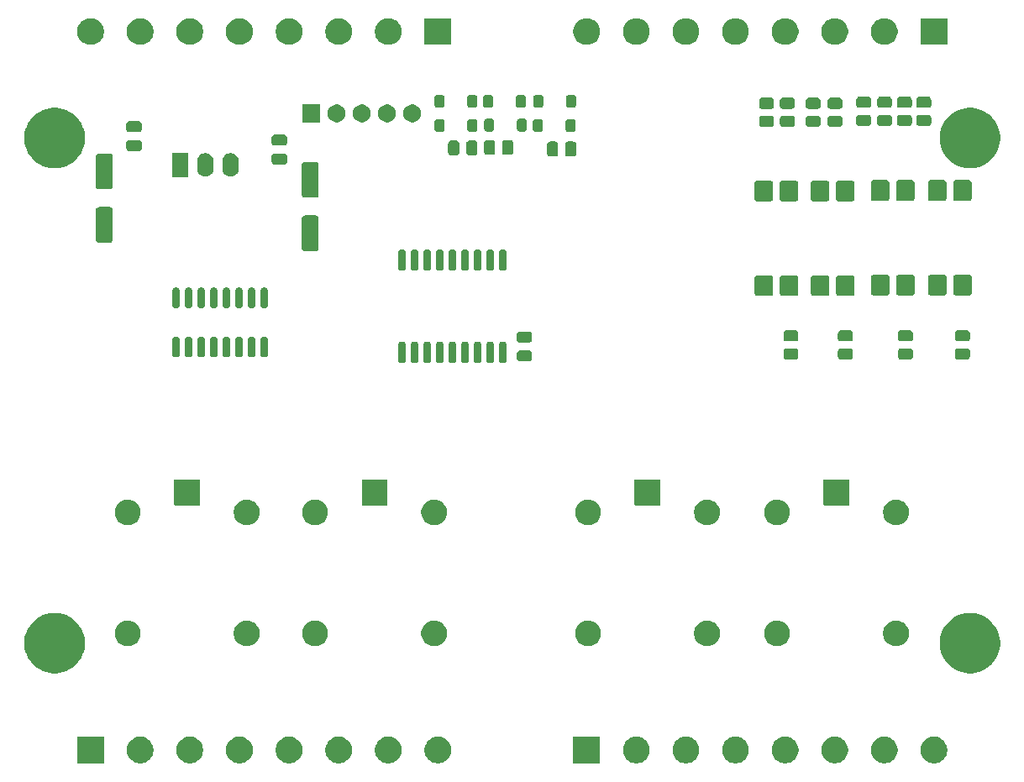
<source format=gbr>
%TF.GenerationSoftware,KiCad,Pcbnew,9.0.3*%
%TF.CreationDate,2025-10-14T20:30:44+02:00*%
%TF.ProjectId,esp32_blinds_controller,65737033-325f-4626-9c69-6e64735f636f,V0.3*%
%TF.SameCoordinates,Original*%
%TF.FileFunction,Soldermask,Top*%
%TF.FilePolarity,Negative*%
%FSLAX46Y46*%
G04 Gerber Fmt 4.6, Leading zero omitted, Abs format (unit mm)*
G04 Created by KiCad (PCBNEW 9.0.3) date 2025-10-14 20:30:44*
%MOMM*%
%LPD*%
G01*
G04 APERTURE LIST*
G04 APERTURE END LIST*
G36*
X109994517Y-132232882D02*
G01*
X110011062Y-132243938D01*
X110022118Y-132260483D01*
X110026000Y-132280000D01*
X110026000Y-134880000D01*
X110022118Y-134899517D01*
X110011062Y-134916062D01*
X109994517Y-134927118D01*
X109975000Y-134931000D01*
X107375000Y-134931000D01*
X107355483Y-134927118D01*
X107338938Y-134916062D01*
X107327882Y-134899517D01*
X107324000Y-134880000D01*
X107324000Y-132280000D01*
X107327882Y-132260483D01*
X107338938Y-132243938D01*
X107355483Y-132232882D01*
X107375000Y-132229000D01*
X109975000Y-132229000D01*
X109994517Y-132232882D01*
G37*
G36*
X159994517Y-132232882D02*
G01*
X160011062Y-132243938D01*
X160022118Y-132260483D01*
X160026000Y-132280000D01*
X160026000Y-134880000D01*
X160022118Y-134899517D01*
X160011062Y-134916062D01*
X159994517Y-134927118D01*
X159975000Y-134931000D01*
X157375000Y-134931000D01*
X157355483Y-134927118D01*
X157338938Y-134916062D01*
X157327882Y-134899517D01*
X157324000Y-134880000D01*
X157324000Y-132280000D01*
X157327882Y-132260483D01*
X157338938Y-132243938D01*
X157355483Y-132232882D01*
X157375000Y-132229000D01*
X159975000Y-132229000D01*
X159994517Y-132232882D01*
G37*
G36*
X113990385Y-132266328D02*
G01*
X114192005Y-132331839D01*
X114380896Y-132428083D01*
X114552404Y-132552692D01*
X114702308Y-132702596D01*
X114826917Y-132874104D01*
X114923161Y-133062995D01*
X114988672Y-133264615D01*
X115021835Y-133474002D01*
X115021835Y-133685998D01*
X114988672Y-133895385D01*
X114923161Y-134097005D01*
X114826917Y-134285896D01*
X114702308Y-134457404D01*
X114552404Y-134607308D01*
X114380896Y-134731917D01*
X114192005Y-134828161D01*
X113990385Y-134893672D01*
X113780998Y-134926835D01*
X113569002Y-134926835D01*
X113359615Y-134893672D01*
X113157995Y-134828161D01*
X112969104Y-134731917D01*
X112797596Y-134607308D01*
X112647692Y-134457404D01*
X112523083Y-134285896D01*
X112426839Y-134097005D01*
X112361328Y-133895385D01*
X112328165Y-133685998D01*
X112328165Y-133474002D01*
X112361328Y-133264615D01*
X112426839Y-133062995D01*
X112523083Y-132874104D01*
X112647692Y-132702596D01*
X112797596Y-132552692D01*
X112969104Y-132428083D01*
X113157995Y-132331839D01*
X113359615Y-132266328D01*
X113569002Y-132233165D01*
X113780998Y-132233165D01*
X113990385Y-132266328D01*
G37*
G36*
X118990385Y-132266328D02*
G01*
X119192005Y-132331839D01*
X119380896Y-132428083D01*
X119552404Y-132552692D01*
X119702308Y-132702596D01*
X119826917Y-132874104D01*
X119923161Y-133062995D01*
X119988672Y-133264615D01*
X120021835Y-133474002D01*
X120021835Y-133685998D01*
X119988672Y-133895385D01*
X119923161Y-134097005D01*
X119826917Y-134285896D01*
X119702308Y-134457404D01*
X119552404Y-134607308D01*
X119380896Y-134731917D01*
X119192005Y-134828161D01*
X118990385Y-134893672D01*
X118780998Y-134926835D01*
X118569002Y-134926835D01*
X118359615Y-134893672D01*
X118157995Y-134828161D01*
X117969104Y-134731917D01*
X117797596Y-134607308D01*
X117647692Y-134457404D01*
X117523083Y-134285896D01*
X117426839Y-134097005D01*
X117361328Y-133895385D01*
X117328165Y-133685998D01*
X117328165Y-133474002D01*
X117361328Y-133264615D01*
X117426839Y-133062995D01*
X117523083Y-132874104D01*
X117647692Y-132702596D01*
X117797596Y-132552692D01*
X117969104Y-132428083D01*
X118157995Y-132331839D01*
X118359615Y-132266328D01*
X118569002Y-132233165D01*
X118780998Y-132233165D01*
X118990385Y-132266328D01*
G37*
G36*
X123990385Y-132266328D02*
G01*
X124192005Y-132331839D01*
X124380896Y-132428083D01*
X124552404Y-132552692D01*
X124702308Y-132702596D01*
X124826917Y-132874104D01*
X124923161Y-133062995D01*
X124988672Y-133264615D01*
X125021835Y-133474002D01*
X125021835Y-133685998D01*
X124988672Y-133895385D01*
X124923161Y-134097005D01*
X124826917Y-134285896D01*
X124702308Y-134457404D01*
X124552404Y-134607308D01*
X124380896Y-134731917D01*
X124192005Y-134828161D01*
X123990385Y-134893672D01*
X123780998Y-134926835D01*
X123569002Y-134926835D01*
X123359615Y-134893672D01*
X123157995Y-134828161D01*
X122969104Y-134731917D01*
X122797596Y-134607308D01*
X122647692Y-134457404D01*
X122523083Y-134285896D01*
X122426839Y-134097005D01*
X122361328Y-133895385D01*
X122328165Y-133685998D01*
X122328165Y-133474002D01*
X122361328Y-133264615D01*
X122426839Y-133062995D01*
X122523083Y-132874104D01*
X122647692Y-132702596D01*
X122797596Y-132552692D01*
X122969104Y-132428083D01*
X123157995Y-132331839D01*
X123359615Y-132266328D01*
X123569002Y-132233165D01*
X123780998Y-132233165D01*
X123990385Y-132266328D01*
G37*
G36*
X128990385Y-132266328D02*
G01*
X129192005Y-132331839D01*
X129380896Y-132428083D01*
X129552404Y-132552692D01*
X129702308Y-132702596D01*
X129826917Y-132874104D01*
X129923161Y-133062995D01*
X129988672Y-133264615D01*
X130021835Y-133474002D01*
X130021835Y-133685998D01*
X129988672Y-133895385D01*
X129923161Y-134097005D01*
X129826917Y-134285896D01*
X129702308Y-134457404D01*
X129552404Y-134607308D01*
X129380896Y-134731917D01*
X129192005Y-134828161D01*
X128990385Y-134893672D01*
X128780998Y-134926835D01*
X128569002Y-134926835D01*
X128359615Y-134893672D01*
X128157995Y-134828161D01*
X127969104Y-134731917D01*
X127797596Y-134607308D01*
X127647692Y-134457404D01*
X127523083Y-134285896D01*
X127426839Y-134097005D01*
X127361328Y-133895385D01*
X127328165Y-133685998D01*
X127328165Y-133474002D01*
X127361328Y-133264615D01*
X127426839Y-133062995D01*
X127523083Y-132874104D01*
X127647692Y-132702596D01*
X127797596Y-132552692D01*
X127969104Y-132428083D01*
X128157995Y-132331839D01*
X128359615Y-132266328D01*
X128569002Y-132233165D01*
X128780998Y-132233165D01*
X128990385Y-132266328D01*
G37*
G36*
X133990385Y-132266328D02*
G01*
X134192005Y-132331839D01*
X134380896Y-132428083D01*
X134552404Y-132552692D01*
X134702308Y-132702596D01*
X134826917Y-132874104D01*
X134923161Y-133062995D01*
X134988672Y-133264615D01*
X135021835Y-133474002D01*
X135021835Y-133685998D01*
X134988672Y-133895385D01*
X134923161Y-134097005D01*
X134826917Y-134285896D01*
X134702308Y-134457404D01*
X134552404Y-134607308D01*
X134380896Y-134731917D01*
X134192005Y-134828161D01*
X133990385Y-134893672D01*
X133780998Y-134926835D01*
X133569002Y-134926835D01*
X133359615Y-134893672D01*
X133157995Y-134828161D01*
X132969104Y-134731917D01*
X132797596Y-134607308D01*
X132647692Y-134457404D01*
X132523083Y-134285896D01*
X132426839Y-134097005D01*
X132361328Y-133895385D01*
X132328165Y-133685998D01*
X132328165Y-133474002D01*
X132361328Y-133264615D01*
X132426839Y-133062995D01*
X132523083Y-132874104D01*
X132647692Y-132702596D01*
X132797596Y-132552692D01*
X132969104Y-132428083D01*
X133157995Y-132331839D01*
X133359615Y-132266328D01*
X133569002Y-132233165D01*
X133780998Y-132233165D01*
X133990385Y-132266328D01*
G37*
G36*
X138990385Y-132266328D02*
G01*
X139192005Y-132331839D01*
X139380896Y-132428083D01*
X139552404Y-132552692D01*
X139702308Y-132702596D01*
X139826917Y-132874104D01*
X139923161Y-133062995D01*
X139988672Y-133264615D01*
X140021835Y-133474002D01*
X140021835Y-133685998D01*
X139988672Y-133895385D01*
X139923161Y-134097005D01*
X139826917Y-134285896D01*
X139702308Y-134457404D01*
X139552404Y-134607308D01*
X139380896Y-134731917D01*
X139192005Y-134828161D01*
X138990385Y-134893672D01*
X138780998Y-134926835D01*
X138569002Y-134926835D01*
X138359615Y-134893672D01*
X138157995Y-134828161D01*
X137969104Y-134731917D01*
X137797596Y-134607308D01*
X137647692Y-134457404D01*
X137523083Y-134285896D01*
X137426839Y-134097005D01*
X137361328Y-133895385D01*
X137328165Y-133685998D01*
X137328165Y-133474002D01*
X137361328Y-133264615D01*
X137426839Y-133062995D01*
X137523083Y-132874104D01*
X137647692Y-132702596D01*
X137797596Y-132552692D01*
X137969104Y-132428083D01*
X138157995Y-132331839D01*
X138359615Y-132266328D01*
X138569002Y-132233165D01*
X138780998Y-132233165D01*
X138990385Y-132266328D01*
G37*
G36*
X143990385Y-132266328D02*
G01*
X144192005Y-132331839D01*
X144380896Y-132428083D01*
X144552404Y-132552692D01*
X144702308Y-132702596D01*
X144826917Y-132874104D01*
X144923161Y-133062995D01*
X144988672Y-133264615D01*
X145021835Y-133474002D01*
X145021835Y-133685998D01*
X144988672Y-133895385D01*
X144923161Y-134097005D01*
X144826917Y-134285896D01*
X144702308Y-134457404D01*
X144552404Y-134607308D01*
X144380896Y-134731917D01*
X144192005Y-134828161D01*
X143990385Y-134893672D01*
X143780998Y-134926835D01*
X143569002Y-134926835D01*
X143359615Y-134893672D01*
X143157995Y-134828161D01*
X142969104Y-134731917D01*
X142797596Y-134607308D01*
X142647692Y-134457404D01*
X142523083Y-134285896D01*
X142426839Y-134097005D01*
X142361328Y-133895385D01*
X142328165Y-133685998D01*
X142328165Y-133474002D01*
X142361328Y-133264615D01*
X142426839Y-133062995D01*
X142523083Y-132874104D01*
X142647692Y-132702596D01*
X142797596Y-132552692D01*
X142969104Y-132428083D01*
X143157995Y-132331839D01*
X143359615Y-132266328D01*
X143569002Y-132233165D01*
X143780998Y-132233165D01*
X143990385Y-132266328D01*
G37*
G36*
X163990385Y-132266328D02*
G01*
X164192005Y-132331839D01*
X164380896Y-132428083D01*
X164552404Y-132552692D01*
X164702308Y-132702596D01*
X164826917Y-132874104D01*
X164923161Y-133062995D01*
X164988672Y-133264615D01*
X165021835Y-133474002D01*
X165021835Y-133685998D01*
X164988672Y-133895385D01*
X164923161Y-134097005D01*
X164826917Y-134285896D01*
X164702308Y-134457404D01*
X164552404Y-134607308D01*
X164380896Y-134731917D01*
X164192005Y-134828161D01*
X163990385Y-134893672D01*
X163780998Y-134926835D01*
X163569002Y-134926835D01*
X163359615Y-134893672D01*
X163157995Y-134828161D01*
X162969104Y-134731917D01*
X162797596Y-134607308D01*
X162647692Y-134457404D01*
X162523083Y-134285896D01*
X162426839Y-134097005D01*
X162361328Y-133895385D01*
X162328165Y-133685998D01*
X162328165Y-133474002D01*
X162361328Y-133264615D01*
X162426839Y-133062995D01*
X162523083Y-132874104D01*
X162647692Y-132702596D01*
X162797596Y-132552692D01*
X162969104Y-132428083D01*
X163157995Y-132331839D01*
X163359615Y-132266328D01*
X163569002Y-132233165D01*
X163780998Y-132233165D01*
X163990385Y-132266328D01*
G37*
G36*
X168990385Y-132266328D02*
G01*
X169192005Y-132331839D01*
X169380896Y-132428083D01*
X169552404Y-132552692D01*
X169702308Y-132702596D01*
X169826917Y-132874104D01*
X169923161Y-133062995D01*
X169988672Y-133264615D01*
X170021835Y-133474002D01*
X170021835Y-133685998D01*
X169988672Y-133895385D01*
X169923161Y-134097005D01*
X169826917Y-134285896D01*
X169702308Y-134457404D01*
X169552404Y-134607308D01*
X169380896Y-134731917D01*
X169192005Y-134828161D01*
X168990385Y-134893672D01*
X168780998Y-134926835D01*
X168569002Y-134926835D01*
X168359615Y-134893672D01*
X168157995Y-134828161D01*
X167969104Y-134731917D01*
X167797596Y-134607308D01*
X167647692Y-134457404D01*
X167523083Y-134285896D01*
X167426839Y-134097005D01*
X167361328Y-133895385D01*
X167328165Y-133685998D01*
X167328165Y-133474002D01*
X167361328Y-133264615D01*
X167426839Y-133062995D01*
X167523083Y-132874104D01*
X167647692Y-132702596D01*
X167797596Y-132552692D01*
X167969104Y-132428083D01*
X168157995Y-132331839D01*
X168359615Y-132266328D01*
X168569002Y-132233165D01*
X168780998Y-132233165D01*
X168990385Y-132266328D01*
G37*
G36*
X173990385Y-132266328D02*
G01*
X174192005Y-132331839D01*
X174380896Y-132428083D01*
X174552404Y-132552692D01*
X174702308Y-132702596D01*
X174826917Y-132874104D01*
X174923161Y-133062995D01*
X174988672Y-133264615D01*
X175021835Y-133474002D01*
X175021835Y-133685998D01*
X174988672Y-133895385D01*
X174923161Y-134097005D01*
X174826917Y-134285896D01*
X174702308Y-134457404D01*
X174552404Y-134607308D01*
X174380896Y-134731917D01*
X174192005Y-134828161D01*
X173990385Y-134893672D01*
X173780998Y-134926835D01*
X173569002Y-134926835D01*
X173359615Y-134893672D01*
X173157995Y-134828161D01*
X172969104Y-134731917D01*
X172797596Y-134607308D01*
X172647692Y-134457404D01*
X172523083Y-134285896D01*
X172426839Y-134097005D01*
X172361328Y-133895385D01*
X172328165Y-133685998D01*
X172328165Y-133474002D01*
X172361328Y-133264615D01*
X172426839Y-133062995D01*
X172523083Y-132874104D01*
X172647692Y-132702596D01*
X172797596Y-132552692D01*
X172969104Y-132428083D01*
X173157995Y-132331839D01*
X173359615Y-132266328D01*
X173569002Y-132233165D01*
X173780998Y-132233165D01*
X173990385Y-132266328D01*
G37*
G36*
X178990385Y-132266328D02*
G01*
X179192005Y-132331839D01*
X179380896Y-132428083D01*
X179552404Y-132552692D01*
X179702308Y-132702596D01*
X179826917Y-132874104D01*
X179923161Y-133062995D01*
X179988672Y-133264615D01*
X180021835Y-133474002D01*
X180021835Y-133685998D01*
X179988672Y-133895385D01*
X179923161Y-134097005D01*
X179826917Y-134285896D01*
X179702308Y-134457404D01*
X179552404Y-134607308D01*
X179380896Y-134731917D01*
X179192005Y-134828161D01*
X178990385Y-134893672D01*
X178780998Y-134926835D01*
X178569002Y-134926835D01*
X178359615Y-134893672D01*
X178157995Y-134828161D01*
X177969104Y-134731917D01*
X177797596Y-134607308D01*
X177647692Y-134457404D01*
X177523083Y-134285896D01*
X177426839Y-134097005D01*
X177361328Y-133895385D01*
X177328165Y-133685998D01*
X177328165Y-133474002D01*
X177361328Y-133264615D01*
X177426839Y-133062995D01*
X177523083Y-132874104D01*
X177647692Y-132702596D01*
X177797596Y-132552692D01*
X177969104Y-132428083D01*
X178157995Y-132331839D01*
X178359615Y-132266328D01*
X178569002Y-132233165D01*
X178780998Y-132233165D01*
X178990385Y-132266328D01*
G37*
G36*
X183990385Y-132266328D02*
G01*
X184192005Y-132331839D01*
X184380896Y-132428083D01*
X184552404Y-132552692D01*
X184702308Y-132702596D01*
X184826917Y-132874104D01*
X184923161Y-133062995D01*
X184988672Y-133264615D01*
X185021835Y-133474002D01*
X185021835Y-133685998D01*
X184988672Y-133895385D01*
X184923161Y-134097005D01*
X184826917Y-134285896D01*
X184702308Y-134457404D01*
X184552404Y-134607308D01*
X184380896Y-134731917D01*
X184192005Y-134828161D01*
X183990385Y-134893672D01*
X183780998Y-134926835D01*
X183569002Y-134926835D01*
X183359615Y-134893672D01*
X183157995Y-134828161D01*
X182969104Y-134731917D01*
X182797596Y-134607308D01*
X182647692Y-134457404D01*
X182523083Y-134285896D01*
X182426839Y-134097005D01*
X182361328Y-133895385D01*
X182328165Y-133685998D01*
X182328165Y-133474002D01*
X182361328Y-133264615D01*
X182426839Y-133062995D01*
X182523083Y-132874104D01*
X182647692Y-132702596D01*
X182797596Y-132552692D01*
X182969104Y-132428083D01*
X183157995Y-132331839D01*
X183359615Y-132266328D01*
X183569002Y-132233165D01*
X183780998Y-132233165D01*
X183990385Y-132266328D01*
G37*
G36*
X188990385Y-132266328D02*
G01*
X189192005Y-132331839D01*
X189380896Y-132428083D01*
X189552404Y-132552692D01*
X189702308Y-132702596D01*
X189826917Y-132874104D01*
X189923161Y-133062995D01*
X189988672Y-133264615D01*
X190021835Y-133474002D01*
X190021835Y-133685998D01*
X189988672Y-133895385D01*
X189923161Y-134097005D01*
X189826917Y-134285896D01*
X189702308Y-134457404D01*
X189552404Y-134607308D01*
X189380896Y-134731917D01*
X189192005Y-134828161D01*
X188990385Y-134893672D01*
X188780998Y-134926835D01*
X188569002Y-134926835D01*
X188359615Y-134893672D01*
X188157995Y-134828161D01*
X187969104Y-134731917D01*
X187797596Y-134607308D01*
X187647692Y-134457404D01*
X187523083Y-134285896D01*
X187426839Y-134097005D01*
X187361328Y-133895385D01*
X187328165Y-133685998D01*
X187328165Y-133474002D01*
X187361328Y-133264615D01*
X187426839Y-133062995D01*
X187523083Y-132874104D01*
X187647692Y-132702596D01*
X187797596Y-132552692D01*
X187969104Y-132428083D01*
X188157995Y-132331839D01*
X188359615Y-132266328D01*
X188569002Y-132233165D01*
X188780998Y-132233165D01*
X188990385Y-132266328D01*
G37*
G36*
X193990385Y-132266328D02*
G01*
X194192005Y-132331839D01*
X194380896Y-132428083D01*
X194552404Y-132552692D01*
X194702308Y-132702596D01*
X194826917Y-132874104D01*
X194923161Y-133062995D01*
X194988672Y-133264615D01*
X195021835Y-133474002D01*
X195021835Y-133685998D01*
X194988672Y-133895385D01*
X194923161Y-134097005D01*
X194826917Y-134285896D01*
X194702308Y-134457404D01*
X194552404Y-134607308D01*
X194380896Y-134731917D01*
X194192005Y-134828161D01*
X193990385Y-134893672D01*
X193780998Y-134926835D01*
X193569002Y-134926835D01*
X193359615Y-134893672D01*
X193157995Y-134828161D01*
X192969104Y-134731917D01*
X192797596Y-134607308D01*
X192647692Y-134457404D01*
X192523083Y-134285896D01*
X192426839Y-134097005D01*
X192361328Y-133895385D01*
X192328165Y-133685998D01*
X192328165Y-133474002D01*
X192361328Y-133264615D01*
X192426839Y-133062995D01*
X192523083Y-132874104D01*
X192647692Y-132702596D01*
X192797596Y-132552692D01*
X192969104Y-132428083D01*
X193157995Y-132331839D01*
X193359615Y-132266328D01*
X193569002Y-132233165D01*
X193780998Y-132233165D01*
X193990385Y-132266328D01*
G37*
G36*
X105561061Y-119792108D02*
G01*
X105894625Y-119868241D01*
X106217567Y-119981244D01*
X106525826Y-120129693D01*
X106815526Y-120311724D01*
X107083023Y-120525046D01*
X107324954Y-120766977D01*
X107538276Y-121034474D01*
X107720307Y-121324174D01*
X107868756Y-121632433D01*
X107981759Y-121955375D01*
X108057892Y-122288939D01*
X108096200Y-122628929D01*
X108096200Y-122971071D01*
X108057892Y-123311061D01*
X107981759Y-123644625D01*
X107868756Y-123967567D01*
X107720307Y-124275826D01*
X107538276Y-124565526D01*
X107324954Y-124833023D01*
X107083023Y-125074954D01*
X106815526Y-125288276D01*
X106525826Y-125470307D01*
X106217567Y-125618756D01*
X105894625Y-125731759D01*
X105561061Y-125807892D01*
X105221071Y-125846200D01*
X104878929Y-125846200D01*
X104538939Y-125807892D01*
X104205375Y-125731759D01*
X103882433Y-125618756D01*
X103574174Y-125470307D01*
X103284474Y-125288276D01*
X103016977Y-125074954D01*
X102775046Y-124833023D01*
X102561724Y-124565526D01*
X102379693Y-124275826D01*
X102231244Y-123967567D01*
X102118241Y-123644625D01*
X102042108Y-123311061D01*
X102003800Y-122971071D01*
X102003800Y-122628929D01*
X102042108Y-122288939D01*
X102118241Y-121955375D01*
X102231244Y-121632433D01*
X102379693Y-121324174D01*
X102561724Y-121034474D01*
X102775046Y-120766977D01*
X103016977Y-120525046D01*
X103284474Y-120311724D01*
X103574174Y-120129693D01*
X103882433Y-119981244D01*
X104205375Y-119868241D01*
X104538939Y-119792108D01*
X104878929Y-119753800D01*
X105221071Y-119753800D01*
X105561061Y-119792108D01*
G37*
G36*
X197811061Y-119792108D02*
G01*
X198144625Y-119868241D01*
X198467567Y-119981244D01*
X198775826Y-120129693D01*
X199065526Y-120311724D01*
X199333023Y-120525046D01*
X199574954Y-120766977D01*
X199788276Y-121034474D01*
X199970307Y-121324174D01*
X200118756Y-121632433D01*
X200231759Y-121955375D01*
X200307892Y-122288939D01*
X200346200Y-122628929D01*
X200346200Y-122971071D01*
X200307892Y-123311061D01*
X200231759Y-123644625D01*
X200118756Y-123967567D01*
X199970307Y-124275826D01*
X199788276Y-124565526D01*
X199574954Y-124833023D01*
X199333023Y-125074954D01*
X199065526Y-125288276D01*
X198775826Y-125470307D01*
X198467567Y-125618756D01*
X198144625Y-125731759D01*
X197811061Y-125807892D01*
X197471071Y-125846200D01*
X197128929Y-125846200D01*
X196788939Y-125807892D01*
X196455375Y-125731759D01*
X196132433Y-125618756D01*
X195824174Y-125470307D01*
X195534474Y-125288276D01*
X195266977Y-125074954D01*
X195025046Y-124833023D01*
X194811724Y-124565526D01*
X194629693Y-124275826D01*
X194481244Y-123967567D01*
X194368241Y-123644625D01*
X194292108Y-123311061D01*
X194253800Y-122971071D01*
X194253800Y-122628929D01*
X194292108Y-122288939D01*
X194368241Y-121955375D01*
X194481244Y-121632433D01*
X194629693Y-121324174D01*
X194811724Y-121034474D01*
X195025046Y-120766977D01*
X195266977Y-120525046D01*
X195534474Y-120311724D01*
X195824174Y-120129693D01*
X196132433Y-119981244D01*
X196455375Y-119868241D01*
X196788939Y-119792108D01*
X197128929Y-119753800D01*
X197471071Y-119753800D01*
X197811061Y-119792108D01*
G37*
G36*
X112703712Y-120557447D02*
G01*
X112897871Y-120620533D01*
X113079771Y-120713215D01*
X113244932Y-120833212D01*
X113389288Y-120977568D01*
X113509285Y-121142729D01*
X113601967Y-121324629D01*
X113665053Y-121518788D01*
X113696989Y-121720425D01*
X113696989Y-121924575D01*
X113665053Y-122126212D01*
X113601967Y-122320371D01*
X113509285Y-122502271D01*
X113389288Y-122667432D01*
X113244932Y-122811788D01*
X113079771Y-122931785D01*
X112897871Y-123024467D01*
X112703712Y-123087553D01*
X112502075Y-123119489D01*
X112297925Y-123119489D01*
X112096288Y-123087553D01*
X111902129Y-123024467D01*
X111720229Y-122931785D01*
X111555068Y-122811788D01*
X111410712Y-122667432D01*
X111290715Y-122502271D01*
X111198033Y-122320371D01*
X111134947Y-122126212D01*
X111103011Y-121924575D01*
X111103011Y-121720425D01*
X111134947Y-121518788D01*
X111198033Y-121324629D01*
X111290715Y-121142729D01*
X111410712Y-120977568D01*
X111555068Y-120833212D01*
X111720229Y-120713215D01*
X111902129Y-120620533D01*
X112096288Y-120557447D01*
X112297925Y-120525511D01*
X112502075Y-120525511D01*
X112703712Y-120557447D01*
G37*
G36*
X124703712Y-120557447D02*
G01*
X124897871Y-120620533D01*
X125079771Y-120713215D01*
X125244932Y-120833212D01*
X125389288Y-120977568D01*
X125509285Y-121142729D01*
X125601967Y-121324629D01*
X125665053Y-121518788D01*
X125696989Y-121720425D01*
X125696989Y-121924575D01*
X125665053Y-122126212D01*
X125601967Y-122320371D01*
X125509285Y-122502271D01*
X125389288Y-122667432D01*
X125244932Y-122811788D01*
X125079771Y-122931785D01*
X124897871Y-123024467D01*
X124703712Y-123087553D01*
X124502075Y-123119489D01*
X124297925Y-123119489D01*
X124096288Y-123087553D01*
X123902129Y-123024467D01*
X123720229Y-122931785D01*
X123555068Y-122811788D01*
X123410712Y-122667432D01*
X123290715Y-122502271D01*
X123198033Y-122320371D01*
X123134947Y-122126212D01*
X123103011Y-121924575D01*
X123103011Y-121720425D01*
X123134947Y-121518788D01*
X123198033Y-121324629D01*
X123290715Y-121142729D01*
X123410712Y-120977568D01*
X123555068Y-120833212D01*
X123720229Y-120713215D01*
X123902129Y-120620533D01*
X124096288Y-120557447D01*
X124297925Y-120525511D01*
X124502075Y-120525511D01*
X124703712Y-120557447D01*
G37*
G36*
X131603712Y-120557447D02*
G01*
X131797871Y-120620533D01*
X131979771Y-120713215D01*
X132144932Y-120833212D01*
X132289288Y-120977568D01*
X132409285Y-121142729D01*
X132501967Y-121324629D01*
X132565053Y-121518788D01*
X132596989Y-121720425D01*
X132596989Y-121924575D01*
X132565053Y-122126212D01*
X132501967Y-122320371D01*
X132409285Y-122502271D01*
X132289288Y-122667432D01*
X132144932Y-122811788D01*
X131979771Y-122931785D01*
X131797871Y-123024467D01*
X131603712Y-123087553D01*
X131402075Y-123119489D01*
X131197925Y-123119489D01*
X130996288Y-123087553D01*
X130802129Y-123024467D01*
X130620229Y-122931785D01*
X130455068Y-122811788D01*
X130310712Y-122667432D01*
X130190715Y-122502271D01*
X130098033Y-122320371D01*
X130034947Y-122126212D01*
X130003011Y-121924575D01*
X130003011Y-121720425D01*
X130034947Y-121518788D01*
X130098033Y-121324629D01*
X130190715Y-121142729D01*
X130310712Y-120977568D01*
X130455068Y-120833212D01*
X130620229Y-120713215D01*
X130802129Y-120620533D01*
X130996288Y-120557447D01*
X131197925Y-120525511D01*
X131402075Y-120525511D01*
X131603712Y-120557447D01*
G37*
G36*
X143603712Y-120557447D02*
G01*
X143797871Y-120620533D01*
X143979771Y-120713215D01*
X144144932Y-120833212D01*
X144289288Y-120977568D01*
X144409285Y-121142729D01*
X144501967Y-121324629D01*
X144565053Y-121518788D01*
X144596989Y-121720425D01*
X144596989Y-121924575D01*
X144565053Y-122126212D01*
X144501967Y-122320371D01*
X144409285Y-122502271D01*
X144289288Y-122667432D01*
X144144932Y-122811788D01*
X143979771Y-122931785D01*
X143797871Y-123024467D01*
X143603712Y-123087553D01*
X143402075Y-123119489D01*
X143197925Y-123119489D01*
X142996288Y-123087553D01*
X142802129Y-123024467D01*
X142620229Y-122931785D01*
X142455068Y-122811788D01*
X142310712Y-122667432D01*
X142190715Y-122502271D01*
X142098033Y-122320371D01*
X142034947Y-122126212D01*
X142003011Y-121924575D01*
X142003011Y-121720425D01*
X142034947Y-121518788D01*
X142098033Y-121324629D01*
X142190715Y-121142729D01*
X142310712Y-120977568D01*
X142455068Y-120833212D01*
X142620229Y-120713215D01*
X142802129Y-120620533D01*
X142996288Y-120557447D01*
X143197925Y-120525511D01*
X143402075Y-120525511D01*
X143603712Y-120557447D01*
G37*
G36*
X159103712Y-120557447D02*
G01*
X159297871Y-120620533D01*
X159479771Y-120713215D01*
X159644932Y-120833212D01*
X159789288Y-120977568D01*
X159909285Y-121142729D01*
X160001967Y-121324629D01*
X160065053Y-121518788D01*
X160096989Y-121720425D01*
X160096989Y-121924575D01*
X160065053Y-122126212D01*
X160001967Y-122320371D01*
X159909285Y-122502271D01*
X159789288Y-122667432D01*
X159644932Y-122811788D01*
X159479771Y-122931785D01*
X159297871Y-123024467D01*
X159103712Y-123087553D01*
X158902075Y-123119489D01*
X158697925Y-123119489D01*
X158496288Y-123087553D01*
X158302129Y-123024467D01*
X158120229Y-122931785D01*
X157955068Y-122811788D01*
X157810712Y-122667432D01*
X157690715Y-122502271D01*
X157598033Y-122320371D01*
X157534947Y-122126212D01*
X157503011Y-121924575D01*
X157503011Y-121720425D01*
X157534947Y-121518788D01*
X157598033Y-121324629D01*
X157690715Y-121142729D01*
X157810712Y-120977568D01*
X157955068Y-120833212D01*
X158120229Y-120713215D01*
X158302129Y-120620533D01*
X158496288Y-120557447D01*
X158697925Y-120525511D01*
X158902075Y-120525511D01*
X159103712Y-120557447D01*
G37*
G36*
X171103712Y-120557447D02*
G01*
X171297871Y-120620533D01*
X171479771Y-120713215D01*
X171644932Y-120833212D01*
X171789288Y-120977568D01*
X171909285Y-121142729D01*
X172001967Y-121324629D01*
X172065053Y-121518788D01*
X172096989Y-121720425D01*
X172096989Y-121924575D01*
X172065053Y-122126212D01*
X172001967Y-122320371D01*
X171909285Y-122502271D01*
X171789288Y-122667432D01*
X171644932Y-122811788D01*
X171479771Y-122931785D01*
X171297871Y-123024467D01*
X171103712Y-123087553D01*
X170902075Y-123119489D01*
X170697925Y-123119489D01*
X170496288Y-123087553D01*
X170302129Y-123024467D01*
X170120229Y-122931785D01*
X169955068Y-122811788D01*
X169810712Y-122667432D01*
X169690715Y-122502271D01*
X169598033Y-122320371D01*
X169534947Y-122126212D01*
X169503011Y-121924575D01*
X169503011Y-121720425D01*
X169534947Y-121518788D01*
X169598033Y-121324629D01*
X169690715Y-121142729D01*
X169810712Y-120977568D01*
X169955068Y-120833212D01*
X170120229Y-120713215D01*
X170302129Y-120620533D01*
X170496288Y-120557447D01*
X170697925Y-120525511D01*
X170902075Y-120525511D01*
X171103712Y-120557447D01*
G37*
G36*
X178153712Y-120557447D02*
G01*
X178347871Y-120620533D01*
X178529771Y-120713215D01*
X178694932Y-120833212D01*
X178839288Y-120977568D01*
X178959285Y-121142729D01*
X179051967Y-121324629D01*
X179115053Y-121518788D01*
X179146989Y-121720425D01*
X179146989Y-121924575D01*
X179115053Y-122126212D01*
X179051967Y-122320371D01*
X178959285Y-122502271D01*
X178839288Y-122667432D01*
X178694932Y-122811788D01*
X178529771Y-122931785D01*
X178347871Y-123024467D01*
X178153712Y-123087553D01*
X177952075Y-123119489D01*
X177747925Y-123119489D01*
X177546288Y-123087553D01*
X177352129Y-123024467D01*
X177170229Y-122931785D01*
X177005068Y-122811788D01*
X176860712Y-122667432D01*
X176740715Y-122502271D01*
X176648033Y-122320371D01*
X176584947Y-122126212D01*
X176553011Y-121924575D01*
X176553011Y-121720425D01*
X176584947Y-121518788D01*
X176648033Y-121324629D01*
X176740715Y-121142729D01*
X176860712Y-120977568D01*
X177005068Y-120833212D01*
X177170229Y-120713215D01*
X177352129Y-120620533D01*
X177546288Y-120557447D01*
X177747925Y-120525511D01*
X177952075Y-120525511D01*
X178153712Y-120557447D01*
G37*
G36*
X190153712Y-120557447D02*
G01*
X190347871Y-120620533D01*
X190529771Y-120713215D01*
X190694932Y-120833212D01*
X190839288Y-120977568D01*
X190959285Y-121142729D01*
X191051967Y-121324629D01*
X191115053Y-121518788D01*
X191146989Y-121720425D01*
X191146989Y-121924575D01*
X191115053Y-122126212D01*
X191051967Y-122320371D01*
X190959285Y-122502271D01*
X190839288Y-122667432D01*
X190694932Y-122811788D01*
X190529771Y-122931785D01*
X190347871Y-123024467D01*
X190153712Y-123087553D01*
X189952075Y-123119489D01*
X189747925Y-123119489D01*
X189546288Y-123087553D01*
X189352129Y-123024467D01*
X189170229Y-122931785D01*
X189005068Y-122811788D01*
X188860712Y-122667432D01*
X188740715Y-122502271D01*
X188648033Y-122320371D01*
X188584947Y-122126212D01*
X188553011Y-121924575D01*
X188553011Y-121720425D01*
X188584947Y-121518788D01*
X188648033Y-121324629D01*
X188740715Y-121142729D01*
X188860712Y-120977568D01*
X189005068Y-120833212D01*
X189170229Y-120713215D01*
X189352129Y-120620533D01*
X189546288Y-120557447D01*
X189747925Y-120525511D01*
X189952075Y-120525511D01*
X190153712Y-120557447D01*
G37*
G36*
X112703712Y-108357447D02*
G01*
X112897871Y-108420533D01*
X113079771Y-108513215D01*
X113244932Y-108633212D01*
X113389288Y-108777568D01*
X113509285Y-108942729D01*
X113601967Y-109124629D01*
X113665053Y-109318788D01*
X113696989Y-109520425D01*
X113696989Y-109724575D01*
X113665053Y-109926212D01*
X113601967Y-110120371D01*
X113509285Y-110302271D01*
X113389288Y-110467432D01*
X113244932Y-110611788D01*
X113079771Y-110731785D01*
X112897871Y-110824467D01*
X112703712Y-110887553D01*
X112502075Y-110919489D01*
X112297925Y-110919489D01*
X112096288Y-110887553D01*
X111902129Y-110824467D01*
X111720229Y-110731785D01*
X111555068Y-110611788D01*
X111410712Y-110467432D01*
X111290715Y-110302271D01*
X111198033Y-110120371D01*
X111134947Y-109926212D01*
X111103011Y-109724575D01*
X111103011Y-109520425D01*
X111134947Y-109318788D01*
X111198033Y-109124629D01*
X111290715Y-108942729D01*
X111410712Y-108777568D01*
X111555068Y-108633212D01*
X111720229Y-108513215D01*
X111902129Y-108420533D01*
X112096288Y-108357447D01*
X112297925Y-108325511D01*
X112502075Y-108325511D01*
X112703712Y-108357447D01*
G37*
G36*
X124703712Y-108357447D02*
G01*
X124897871Y-108420533D01*
X125079771Y-108513215D01*
X125244932Y-108633212D01*
X125389288Y-108777568D01*
X125509285Y-108942729D01*
X125601967Y-109124629D01*
X125665053Y-109318788D01*
X125696989Y-109520425D01*
X125696989Y-109724575D01*
X125665053Y-109926212D01*
X125601967Y-110120371D01*
X125509285Y-110302271D01*
X125389288Y-110467432D01*
X125244932Y-110611788D01*
X125079771Y-110731785D01*
X124897871Y-110824467D01*
X124703712Y-110887553D01*
X124502075Y-110919489D01*
X124297925Y-110919489D01*
X124096288Y-110887553D01*
X123902129Y-110824467D01*
X123720229Y-110731785D01*
X123555068Y-110611788D01*
X123410712Y-110467432D01*
X123290715Y-110302271D01*
X123198033Y-110120371D01*
X123134947Y-109926212D01*
X123103011Y-109724575D01*
X123103011Y-109520425D01*
X123134947Y-109318788D01*
X123198033Y-109124629D01*
X123290715Y-108942729D01*
X123410712Y-108777568D01*
X123555068Y-108633212D01*
X123720229Y-108513215D01*
X123902129Y-108420533D01*
X124096288Y-108357447D01*
X124297925Y-108325511D01*
X124502075Y-108325511D01*
X124703712Y-108357447D01*
G37*
G36*
X131603712Y-108357447D02*
G01*
X131797871Y-108420533D01*
X131979771Y-108513215D01*
X132144932Y-108633212D01*
X132289288Y-108777568D01*
X132409285Y-108942729D01*
X132501967Y-109124629D01*
X132565053Y-109318788D01*
X132596989Y-109520425D01*
X132596989Y-109724575D01*
X132565053Y-109926212D01*
X132501967Y-110120371D01*
X132409285Y-110302271D01*
X132289288Y-110467432D01*
X132144932Y-110611788D01*
X131979771Y-110731785D01*
X131797871Y-110824467D01*
X131603712Y-110887553D01*
X131402075Y-110919489D01*
X131197925Y-110919489D01*
X130996288Y-110887553D01*
X130802129Y-110824467D01*
X130620229Y-110731785D01*
X130455068Y-110611788D01*
X130310712Y-110467432D01*
X130190715Y-110302271D01*
X130098033Y-110120371D01*
X130034947Y-109926212D01*
X130003011Y-109724575D01*
X130003011Y-109520425D01*
X130034947Y-109318788D01*
X130098033Y-109124629D01*
X130190715Y-108942729D01*
X130310712Y-108777568D01*
X130455068Y-108633212D01*
X130620229Y-108513215D01*
X130802129Y-108420533D01*
X130996288Y-108357447D01*
X131197925Y-108325511D01*
X131402075Y-108325511D01*
X131603712Y-108357447D01*
G37*
G36*
X143603712Y-108357447D02*
G01*
X143797871Y-108420533D01*
X143979771Y-108513215D01*
X144144932Y-108633212D01*
X144289288Y-108777568D01*
X144409285Y-108942729D01*
X144501967Y-109124629D01*
X144565053Y-109318788D01*
X144596989Y-109520425D01*
X144596989Y-109724575D01*
X144565053Y-109926212D01*
X144501967Y-110120371D01*
X144409285Y-110302271D01*
X144289288Y-110467432D01*
X144144932Y-110611788D01*
X143979771Y-110731785D01*
X143797871Y-110824467D01*
X143603712Y-110887553D01*
X143402075Y-110919489D01*
X143197925Y-110919489D01*
X142996288Y-110887553D01*
X142802129Y-110824467D01*
X142620229Y-110731785D01*
X142455068Y-110611788D01*
X142310712Y-110467432D01*
X142190715Y-110302271D01*
X142098033Y-110120371D01*
X142034947Y-109926212D01*
X142003011Y-109724575D01*
X142003011Y-109520425D01*
X142034947Y-109318788D01*
X142098033Y-109124629D01*
X142190715Y-108942729D01*
X142310712Y-108777568D01*
X142455068Y-108633212D01*
X142620229Y-108513215D01*
X142802129Y-108420533D01*
X142996288Y-108357447D01*
X143197925Y-108325511D01*
X143402075Y-108325511D01*
X143603712Y-108357447D01*
G37*
G36*
X159103712Y-108357447D02*
G01*
X159297871Y-108420533D01*
X159479771Y-108513215D01*
X159644932Y-108633212D01*
X159789288Y-108777568D01*
X159909285Y-108942729D01*
X160001967Y-109124629D01*
X160065053Y-109318788D01*
X160096989Y-109520425D01*
X160096989Y-109724575D01*
X160065053Y-109926212D01*
X160001967Y-110120371D01*
X159909285Y-110302271D01*
X159789288Y-110467432D01*
X159644932Y-110611788D01*
X159479771Y-110731785D01*
X159297871Y-110824467D01*
X159103712Y-110887553D01*
X158902075Y-110919489D01*
X158697925Y-110919489D01*
X158496288Y-110887553D01*
X158302129Y-110824467D01*
X158120229Y-110731785D01*
X157955068Y-110611788D01*
X157810712Y-110467432D01*
X157690715Y-110302271D01*
X157598033Y-110120371D01*
X157534947Y-109926212D01*
X157503011Y-109724575D01*
X157503011Y-109520425D01*
X157534947Y-109318788D01*
X157598033Y-109124629D01*
X157690715Y-108942729D01*
X157810712Y-108777568D01*
X157955068Y-108633212D01*
X158120229Y-108513215D01*
X158302129Y-108420533D01*
X158496288Y-108357447D01*
X158697925Y-108325511D01*
X158902075Y-108325511D01*
X159103712Y-108357447D01*
G37*
G36*
X171103712Y-108357447D02*
G01*
X171297871Y-108420533D01*
X171479771Y-108513215D01*
X171644932Y-108633212D01*
X171789288Y-108777568D01*
X171909285Y-108942729D01*
X172001967Y-109124629D01*
X172065053Y-109318788D01*
X172096989Y-109520425D01*
X172096989Y-109724575D01*
X172065053Y-109926212D01*
X172001967Y-110120371D01*
X171909285Y-110302271D01*
X171789288Y-110467432D01*
X171644932Y-110611788D01*
X171479771Y-110731785D01*
X171297871Y-110824467D01*
X171103712Y-110887553D01*
X170902075Y-110919489D01*
X170697925Y-110919489D01*
X170496288Y-110887553D01*
X170302129Y-110824467D01*
X170120229Y-110731785D01*
X169955068Y-110611788D01*
X169810712Y-110467432D01*
X169690715Y-110302271D01*
X169598033Y-110120371D01*
X169534947Y-109926212D01*
X169503011Y-109724575D01*
X169503011Y-109520425D01*
X169534947Y-109318788D01*
X169598033Y-109124629D01*
X169690715Y-108942729D01*
X169810712Y-108777568D01*
X169955068Y-108633212D01*
X170120229Y-108513215D01*
X170302129Y-108420533D01*
X170496288Y-108357447D01*
X170697925Y-108325511D01*
X170902075Y-108325511D01*
X171103712Y-108357447D01*
G37*
G36*
X178153712Y-108357447D02*
G01*
X178347871Y-108420533D01*
X178529771Y-108513215D01*
X178694932Y-108633212D01*
X178839288Y-108777568D01*
X178959285Y-108942729D01*
X179051967Y-109124629D01*
X179115053Y-109318788D01*
X179146989Y-109520425D01*
X179146989Y-109724575D01*
X179115053Y-109926212D01*
X179051967Y-110120371D01*
X178959285Y-110302271D01*
X178839288Y-110467432D01*
X178694932Y-110611788D01*
X178529771Y-110731785D01*
X178347871Y-110824467D01*
X178153712Y-110887553D01*
X177952075Y-110919489D01*
X177747925Y-110919489D01*
X177546288Y-110887553D01*
X177352129Y-110824467D01*
X177170229Y-110731785D01*
X177005068Y-110611788D01*
X176860712Y-110467432D01*
X176740715Y-110302271D01*
X176648033Y-110120371D01*
X176584947Y-109926212D01*
X176553011Y-109724575D01*
X176553011Y-109520425D01*
X176584947Y-109318788D01*
X176648033Y-109124629D01*
X176740715Y-108942729D01*
X176860712Y-108777568D01*
X177005068Y-108633212D01*
X177170229Y-108513215D01*
X177352129Y-108420533D01*
X177546288Y-108357447D01*
X177747925Y-108325511D01*
X177952075Y-108325511D01*
X178153712Y-108357447D01*
G37*
G36*
X190153712Y-108357447D02*
G01*
X190347871Y-108420533D01*
X190529771Y-108513215D01*
X190694932Y-108633212D01*
X190839288Y-108777568D01*
X190959285Y-108942729D01*
X191051967Y-109124629D01*
X191115053Y-109318788D01*
X191146989Y-109520425D01*
X191146989Y-109724575D01*
X191115053Y-109926212D01*
X191051967Y-110120371D01*
X190959285Y-110302271D01*
X190839288Y-110467432D01*
X190694932Y-110611788D01*
X190529771Y-110731785D01*
X190347871Y-110824467D01*
X190153712Y-110887553D01*
X189952075Y-110919489D01*
X189747925Y-110919489D01*
X189546288Y-110887553D01*
X189352129Y-110824467D01*
X189170229Y-110731785D01*
X189005068Y-110611788D01*
X188860712Y-110467432D01*
X188740715Y-110302271D01*
X188648033Y-110120371D01*
X188584947Y-109926212D01*
X188553011Y-109724575D01*
X188553011Y-109520425D01*
X188584947Y-109318788D01*
X188648033Y-109124629D01*
X188740715Y-108942729D01*
X188860712Y-108777568D01*
X189005068Y-108633212D01*
X189170229Y-108513215D01*
X189352129Y-108420533D01*
X189546288Y-108357447D01*
X189747925Y-108325511D01*
X189952075Y-108325511D01*
X190153712Y-108357447D01*
G37*
G36*
X119669517Y-106325382D02*
G01*
X119686062Y-106336438D01*
X119697118Y-106352983D01*
X119701000Y-106372500D01*
X119701000Y-108872500D01*
X119697118Y-108892017D01*
X119686062Y-108908562D01*
X119669517Y-108919618D01*
X119650000Y-108923500D01*
X117150000Y-108923500D01*
X117130483Y-108919618D01*
X117113938Y-108908562D01*
X117102882Y-108892017D01*
X117099000Y-108872500D01*
X117099000Y-106372500D01*
X117102882Y-106352983D01*
X117113938Y-106336438D01*
X117130483Y-106325382D01*
X117150000Y-106321500D01*
X119650000Y-106321500D01*
X119669517Y-106325382D01*
G37*
G36*
X138569517Y-106325382D02*
G01*
X138586062Y-106336438D01*
X138597118Y-106352983D01*
X138601000Y-106372500D01*
X138601000Y-108872500D01*
X138597118Y-108892017D01*
X138586062Y-108908562D01*
X138569517Y-108919618D01*
X138550000Y-108923500D01*
X136050000Y-108923500D01*
X136030483Y-108919618D01*
X136013938Y-108908562D01*
X136002882Y-108892017D01*
X135999000Y-108872500D01*
X135999000Y-106372500D01*
X136002882Y-106352983D01*
X136013938Y-106336438D01*
X136030483Y-106325382D01*
X136050000Y-106321500D01*
X138550000Y-106321500D01*
X138569517Y-106325382D01*
G37*
G36*
X166069517Y-106325382D02*
G01*
X166086062Y-106336438D01*
X166097118Y-106352983D01*
X166101000Y-106372500D01*
X166101000Y-108872500D01*
X166097118Y-108892017D01*
X166086062Y-108908562D01*
X166069517Y-108919618D01*
X166050000Y-108923500D01*
X163550000Y-108923500D01*
X163530483Y-108919618D01*
X163513938Y-108908562D01*
X163502882Y-108892017D01*
X163499000Y-108872500D01*
X163499000Y-106372500D01*
X163502882Y-106352983D01*
X163513938Y-106336438D01*
X163530483Y-106325382D01*
X163550000Y-106321500D01*
X166050000Y-106321500D01*
X166069517Y-106325382D01*
G37*
G36*
X185119517Y-106325382D02*
G01*
X185136062Y-106336438D01*
X185147118Y-106352983D01*
X185151000Y-106372500D01*
X185151000Y-108872500D01*
X185147118Y-108892017D01*
X185136062Y-108908562D01*
X185119517Y-108919618D01*
X185100000Y-108923500D01*
X182600000Y-108923500D01*
X182580483Y-108919618D01*
X182563938Y-108908562D01*
X182552882Y-108892017D01*
X182549000Y-108872500D01*
X182549000Y-106372500D01*
X182552882Y-106352983D01*
X182563938Y-106336438D01*
X182580483Y-106325382D01*
X182600000Y-106321500D01*
X185100000Y-106321500D01*
X185119517Y-106325382D01*
G37*
G36*
X140286919Y-92439300D02*
G01*
X140352128Y-92482872D01*
X140395700Y-92548081D01*
X140411000Y-92625000D01*
X140411000Y-94375000D01*
X140395700Y-94451919D01*
X140352128Y-94517128D01*
X140286919Y-94560700D01*
X140210000Y-94576000D01*
X139910000Y-94576000D01*
X139833081Y-94560700D01*
X139767872Y-94517128D01*
X139724300Y-94451919D01*
X139709000Y-94375000D01*
X139709000Y-92625000D01*
X139724300Y-92548081D01*
X139767872Y-92482872D01*
X139833081Y-92439300D01*
X139910000Y-92424000D01*
X140210000Y-92424000D01*
X140286919Y-92439300D01*
G37*
G36*
X141556919Y-92439300D02*
G01*
X141622128Y-92482872D01*
X141665700Y-92548081D01*
X141681000Y-92625000D01*
X141681000Y-94375000D01*
X141665700Y-94451919D01*
X141622128Y-94517128D01*
X141556919Y-94560700D01*
X141480000Y-94576000D01*
X141180000Y-94576000D01*
X141103081Y-94560700D01*
X141037872Y-94517128D01*
X140994300Y-94451919D01*
X140979000Y-94375000D01*
X140979000Y-92625000D01*
X140994300Y-92548081D01*
X141037872Y-92482872D01*
X141103081Y-92439300D01*
X141180000Y-92424000D01*
X141480000Y-92424000D01*
X141556919Y-92439300D01*
G37*
G36*
X142826919Y-92439300D02*
G01*
X142892128Y-92482872D01*
X142935700Y-92548081D01*
X142951000Y-92625000D01*
X142951000Y-94375000D01*
X142935700Y-94451919D01*
X142892128Y-94517128D01*
X142826919Y-94560700D01*
X142750000Y-94576000D01*
X142450000Y-94576000D01*
X142373081Y-94560700D01*
X142307872Y-94517128D01*
X142264300Y-94451919D01*
X142249000Y-94375000D01*
X142249000Y-92625000D01*
X142264300Y-92548081D01*
X142307872Y-92482872D01*
X142373081Y-92439300D01*
X142450000Y-92424000D01*
X142750000Y-92424000D01*
X142826919Y-92439300D01*
G37*
G36*
X144096919Y-92439300D02*
G01*
X144162128Y-92482872D01*
X144205700Y-92548081D01*
X144221000Y-92625000D01*
X144221000Y-94375000D01*
X144205700Y-94451919D01*
X144162128Y-94517128D01*
X144096919Y-94560700D01*
X144020000Y-94576000D01*
X143720000Y-94576000D01*
X143643081Y-94560700D01*
X143577872Y-94517128D01*
X143534300Y-94451919D01*
X143519000Y-94375000D01*
X143519000Y-92625000D01*
X143534300Y-92548081D01*
X143577872Y-92482872D01*
X143643081Y-92439300D01*
X143720000Y-92424000D01*
X144020000Y-92424000D01*
X144096919Y-92439300D01*
G37*
G36*
X145366919Y-92439300D02*
G01*
X145432128Y-92482872D01*
X145475700Y-92548081D01*
X145491000Y-92625000D01*
X145491000Y-94375000D01*
X145475700Y-94451919D01*
X145432128Y-94517128D01*
X145366919Y-94560700D01*
X145290000Y-94576000D01*
X144990000Y-94576000D01*
X144913081Y-94560700D01*
X144847872Y-94517128D01*
X144804300Y-94451919D01*
X144789000Y-94375000D01*
X144789000Y-92625000D01*
X144804300Y-92548081D01*
X144847872Y-92482872D01*
X144913081Y-92439300D01*
X144990000Y-92424000D01*
X145290000Y-92424000D01*
X145366919Y-92439300D01*
G37*
G36*
X146636919Y-92439300D02*
G01*
X146702128Y-92482872D01*
X146745700Y-92548081D01*
X146761000Y-92625000D01*
X146761000Y-94375000D01*
X146745700Y-94451919D01*
X146702128Y-94517128D01*
X146636919Y-94560700D01*
X146560000Y-94576000D01*
X146260000Y-94576000D01*
X146183081Y-94560700D01*
X146117872Y-94517128D01*
X146074300Y-94451919D01*
X146059000Y-94375000D01*
X146059000Y-92625000D01*
X146074300Y-92548081D01*
X146117872Y-92482872D01*
X146183081Y-92439300D01*
X146260000Y-92424000D01*
X146560000Y-92424000D01*
X146636919Y-92439300D01*
G37*
G36*
X147906919Y-92439300D02*
G01*
X147972128Y-92482872D01*
X148015700Y-92548081D01*
X148031000Y-92625000D01*
X148031000Y-94375000D01*
X148015700Y-94451919D01*
X147972128Y-94517128D01*
X147906919Y-94560700D01*
X147830000Y-94576000D01*
X147530000Y-94576000D01*
X147453081Y-94560700D01*
X147387872Y-94517128D01*
X147344300Y-94451919D01*
X147329000Y-94375000D01*
X147329000Y-92625000D01*
X147344300Y-92548081D01*
X147387872Y-92482872D01*
X147453081Y-92439300D01*
X147530000Y-92424000D01*
X147830000Y-92424000D01*
X147906919Y-92439300D01*
G37*
G36*
X149176919Y-92439300D02*
G01*
X149242128Y-92482872D01*
X149285700Y-92548081D01*
X149301000Y-92625000D01*
X149301000Y-94375000D01*
X149285700Y-94451919D01*
X149242128Y-94517128D01*
X149176919Y-94560700D01*
X149100000Y-94576000D01*
X148800000Y-94576000D01*
X148723081Y-94560700D01*
X148657872Y-94517128D01*
X148614300Y-94451919D01*
X148599000Y-94375000D01*
X148599000Y-92625000D01*
X148614300Y-92548081D01*
X148657872Y-92482872D01*
X148723081Y-92439300D01*
X148800000Y-92424000D01*
X149100000Y-92424000D01*
X149176919Y-92439300D01*
G37*
G36*
X150446919Y-92439300D02*
G01*
X150512128Y-92482872D01*
X150555700Y-92548081D01*
X150571000Y-92625000D01*
X150571000Y-94375000D01*
X150555700Y-94451919D01*
X150512128Y-94517128D01*
X150446919Y-94560700D01*
X150370000Y-94576000D01*
X150070000Y-94576000D01*
X149993081Y-94560700D01*
X149927872Y-94517128D01*
X149884300Y-94451919D01*
X149869000Y-94375000D01*
X149869000Y-92625000D01*
X149884300Y-92548081D01*
X149927872Y-92482872D01*
X149993081Y-92439300D01*
X150070000Y-92424000D01*
X150370000Y-92424000D01*
X150446919Y-92439300D01*
G37*
G36*
X152943914Y-93306995D02*
G01*
X152952612Y-93310835D01*
X152960212Y-93311943D01*
X153007718Y-93335167D01*
X153045106Y-93351676D01*
X153048567Y-93355137D01*
X153049501Y-93355594D01*
X153119405Y-93425498D01*
X153119861Y-93426431D01*
X153123324Y-93429894D01*
X153139836Y-93467291D01*
X153163056Y-93514787D01*
X153164162Y-93522384D01*
X153168005Y-93531086D01*
X153176000Y-93600000D01*
X153176000Y-94100000D01*
X153168005Y-94168914D01*
X153164162Y-94177615D01*
X153163056Y-94185212D01*
X153139841Y-94232697D01*
X153123324Y-94270106D01*
X153119860Y-94273569D01*
X153119405Y-94274501D01*
X153049501Y-94344405D01*
X153048569Y-94344860D01*
X153045106Y-94348324D01*
X153007697Y-94364841D01*
X152960212Y-94388056D01*
X152952615Y-94389162D01*
X152943914Y-94393005D01*
X152875000Y-94401000D01*
X151925000Y-94401000D01*
X151856086Y-94393005D01*
X151847384Y-94389162D01*
X151839787Y-94388056D01*
X151792291Y-94364836D01*
X151754894Y-94348324D01*
X151751431Y-94344861D01*
X151750498Y-94344405D01*
X151680594Y-94274501D01*
X151680137Y-94273567D01*
X151676676Y-94270106D01*
X151660167Y-94232718D01*
X151636943Y-94185212D01*
X151635835Y-94177612D01*
X151631995Y-94168914D01*
X151624000Y-94100000D01*
X151624000Y-93600000D01*
X151631995Y-93531086D01*
X151635835Y-93522387D01*
X151636943Y-93514787D01*
X151660172Y-93467270D01*
X151676676Y-93429894D01*
X151680136Y-93426433D01*
X151680594Y-93425498D01*
X151750498Y-93355594D01*
X151751433Y-93355136D01*
X151754894Y-93351676D01*
X151792270Y-93335172D01*
X151839787Y-93311943D01*
X151847387Y-93310835D01*
X151856086Y-93306995D01*
X151925000Y-93299000D01*
X152875000Y-93299000D01*
X152943914Y-93306995D01*
G37*
G36*
X179768914Y-93106995D02*
G01*
X179777612Y-93110835D01*
X179785212Y-93111943D01*
X179832718Y-93135167D01*
X179870106Y-93151676D01*
X179873567Y-93155137D01*
X179874501Y-93155594D01*
X179944405Y-93225498D01*
X179944861Y-93226431D01*
X179948324Y-93229894D01*
X179964836Y-93267291D01*
X179988056Y-93314787D01*
X179989162Y-93322384D01*
X179993005Y-93331086D01*
X180001000Y-93400000D01*
X180001000Y-93925000D01*
X179993005Y-93993914D01*
X179989162Y-94002615D01*
X179988056Y-94010212D01*
X179964841Y-94057697D01*
X179948324Y-94095106D01*
X179944860Y-94098569D01*
X179944405Y-94099501D01*
X179874501Y-94169405D01*
X179873569Y-94169860D01*
X179870106Y-94173324D01*
X179832697Y-94189841D01*
X179785212Y-94213056D01*
X179777615Y-94214162D01*
X179768914Y-94218005D01*
X179700000Y-94226000D01*
X178800000Y-94226000D01*
X178731086Y-94218005D01*
X178722384Y-94214162D01*
X178714787Y-94213056D01*
X178667291Y-94189836D01*
X178629894Y-94173324D01*
X178626431Y-94169861D01*
X178625498Y-94169405D01*
X178555594Y-94099501D01*
X178555137Y-94098567D01*
X178551676Y-94095106D01*
X178535167Y-94057718D01*
X178511943Y-94010212D01*
X178510835Y-94002612D01*
X178506995Y-93993914D01*
X178499000Y-93925000D01*
X178499000Y-93400000D01*
X178506995Y-93331086D01*
X178510835Y-93322387D01*
X178511943Y-93314787D01*
X178535172Y-93267270D01*
X178551676Y-93229894D01*
X178555136Y-93226433D01*
X178555594Y-93225498D01*
X178625498Y-93155594D01*
X178626433Y-93155136D01*
X178629894Y-93151676D01*
X178667270Y-93135172D01*
X178714787Y-93111943D01*
X178722387Y-93110835D01*
X178731086Y-93106995D01*
X178800000Y-93099000D01*
X179700000Y-93099000D01*
X179768914Y-93106995D01*
G37*
G36*
X185268914Y-93106995D02*
G01*
X185277612Y-93110835D01*
X185285212Y-93111943D01*
X185332718Y-93135167D01*
X185370106Y-93151676D01*
X185373567Y-93155137D01*
X185374501Y-93155594D01*
X185444405Y-93225498D01*
X185444861Y-93226431D01*
X185448324Y-93229894D01*
X185464836Y-93267291D01*
X185488056Y-93314787D01*
X185489162Y-93322384D01*
X185493005Y-93331086D01*
X185501000Y-93400000D01*
X185501000Y-93925000D01*
X185493005Y-93993914D01*
X185489162Y-94002615D01*
X185488056Y-94010212D01*
X185464841Y-94057697D01*
X185448324Y-94095106D01*
X185444860Y-94098569D01*
X185444405Y-94099501D01*
X185374501Y-94169405D01*
X185373569Y-94169860D01*
X185370106Y-94173324D01*
X185332697Y-94189841D01*
X185285212Y-94213056D01*
X185277615Y-94214162D01*
X185268914Y-94218005D01*
X185200000Y-94226000D01*
X184300000Y-94226000D01*
X184231086Y-94218005D01*
X184222384Y-94214162D01*
X184214787Y-94213056D01*
X184167291Y-94189836D01*
X184129894Y-94173324D01*
X184126431Y-94169861D01*
X184125498Y-94169405D01*
X184055594Y-94099501D01*
X184055137Y-94098567D01*
X184051676Y-94095106D01*
X184035167Y-94057718D01*
X184011943Y-94010212D01*
X184010835Y-94002612D01*
X184006995Y-93993914D01*
X183999000Y-93925000D01*
X183999000Y-93400000D01*
X184006995Y-93331086D01*
X184010835Y-93322387D01*
X184011943Y-93314787D01*
X184035172Y-93267270D01*
X184051676Y-93229894D01*
X184055136Y-93226433D01*
X184055594Y-93225498D01*
X184125498Y-93155594D01*
X184126433Y-93155136D01*
X184129894Y-93151676D01*
X184167270Y-93135172D01*
X184214787Y-93111943D01*
X184222387Y-93110835D01*
X184231086Y-93106995D01*
X184300000Y-93099000D01*
X185200000Y-93099000D01*
X185268914Y-93106995D01*
G37*
G36*
X191318914Y-93106995D02*
G01*
X191327612Y-93110835D01*
X191335212Y-93111943D01*
X191382718Y-93135167D01*
X191420106Y-93151676D01*
X191423567Y-93155137D01*
X191424501Y-93155594D01*
X191494405Y-93225498D01*
X191494861Y-93226431D01*
X191498324Y-93229894D01*
X191514836Y-93267291D01*
X191538056Y-93314787D01*
X191539162Y-93322384D01*
X191543005Y-93331086D01*
X191551000Y-93400000D01*
X191551000Y-93925000D01*
X191543005Y-93993914D01*
X191539162Y-94002615D01*
X191538056Y-94010212D01*
X191514841Y-94057697D01*
X191498324Y-94095106D01*
X191494860Y-94098569D01*
X191494405Y-94099501D01*
X191424501Y-94169405D01*
X191423569Y-94169860D01*
X191420106Y-94173324D01*
X191382697Y-94189841D01*
X191335212Y-94213056D01*
X191327615Y-94214162D01*
X191318914Y-94218005D01*
X191250000Y-94226000D01*
X190350000Y-94226000D01*
X190281086Y-94218005D01*
X190272384Y-94214162D01*
X190264787Y-94213056D01*
X190217291Y-94189836D01*
X190179894Y-94173324D01*
X190176431Y-94169861D01*
X190175498Y-94169405D01*
X190105594Y-94099501D01*
X190105137Y-94098567D01*
X190101676Y-94095106D01*
X190085167Y-94057718D01*
X190061943Y-94010212D01*
X190060835Y-94002612D01*
X190056995Y-93993914D01*
X190049000Y-93925000D01*
X190049000Y-93400000D01*
X190056995Y-93331086D01*
X190060835Y-93322387D01*
X190061943Y-93314787D01*
X190085172Y-93267270D01*
X190101676Y-93229894D01*
X190105136Y-93226433D01*
X190105594Y-93225498D01*
X190175498Y-93155594D01*
X190176433Y-93155136D01*
X190179894Y-93151676D01*
X190217270Y-93135172D01*
X190264787Y-93111943D01*
X190272387Y-93110835D01*
X190281086Y-93106995D01*
X190350000Y-93099000D01*
X191250000Y-93099000D01*
X191318914Y-93106995D01*
G37*
G36*
X197068914Y-93106995D02*
G01*
X197077612Y-93110835D01*
X197085212Y-93111943D01*
X197132718Y-93135167D01*
X197170106Y-93151676D01*
X197173567Y-93155137D01*
X197174501Y-93155594D01*
X197244405Y-93225498D01*
X197244861Y-93226431D01*
X197248324Y-93229894D01*
X197264836Y-93267291D01*
X197288056Y-93314787D01*
X197289162Y-93322384D01*
X197293005Y-93331086D01*
X197301000Y-93400000D01*
X197301000Y-93925000D01*
X197293005Y-93993914D01*
X197289162Y-94002615D01*
X197288056Y-94010212D01*
X197264841Y-94057697D01*
X197248324Y-94095106D01*
X197244860Y-94098569D01*
X197244405Y-94099501D01*
X197174501Y-94169405D01*
X197173569Y-94169860D01*
X197170106Y-94173324D01*
X197132697Y-94189841D01*
X197085212Y-94213056D01*
X197077615Y-94214162D01*
X197068914Y-94218005D01*
X197000000Y-94226000D01*
X196100000Y-94226000D01*
X196031086Y-94218005D01*
X196022384Y-94214162D01*
X196014787Y-94213056D01*
X195967291Y-94189836D01*
X195929894Y-94173324D01*
X195926431Y-94169861D01*
X195925498Y-94169405D01*
X195855594Y-94099501D01*
X195855137Y-94098567D01*
X195851676Y-94095106D01*
X195835167Y-94057718D01*
X195811943Y-94010212D01*
X195810835Y-94002612D01*
X195806995Y-93993914D01*
X195799000Y-93925000D01*
X195799000Y-93400000D01*
X195806995Y-93331086D01*
X195810835Y-93322387D01*
X195811943Y-93314787D01*
X195835172Y-93267270D01*
X195851676Y-93229894D01*
X195855136Y-93226433D01*
X195855594Y-93225498D01*
X195925498Y-93155594D01*
X195926433Y-93155136D01*
X195929894Y-93151676D01*
X195967270Y-93135172D01*
X196014787Y-93111943D01*
X196022387Y-93110835D01*
X196031086Y-93106995D01*
X196100000Y-93099000D01*
X197000000Y-93099000D01*
X197068914Y-93106995D01*
G37*
G36*
X117506919Y-91939300D02*
G01*
X117572128Y-91982872D01*
X117615700Y-92048081D01*
X117631000Y-92125000D01*
X117631000Y-93775000D01*
X117615700Y-93851919D01*
X117572128Y-93917128D01*
X117506919Y-93960700D01*
X117430000Y-93976000D01*
X117130000Y-93976000D01*
X117053081Y-93960700D01*
X116987872Y-93917128D01*
X116944300Y-93851919D01*
X116929000Y-93775000D01*
X116929000Y-92125000D01*
X116944300Y-92048081D01*
X116987872Y-91982872D01*
X117053081Y-91939300D01*
X117130000Y-91924000D01*
X117430000Y-91924000D01*
X117506919Y-91939300D01*
G37*
G36*
X118776919Y-91939300D02*
G01*
X118842128Y-91982872D01*
X118885700Y-92048081D01*
X118901000Y-92125000D01*
X118901000Y-93775000D01*
X118885700Y-93851919D01*
X118842128Y-93917128D01*
X118776919Y-93960700D01*
X118700000Y-93976000D01*
X118400000Y-93976000D01*
X118323081Y-93960700D01*
X118257872Y-93917128D01*
X118214300Y-93851919D01*
X118199000Y-93775000D01*
X118199000Y-92125000D01*
X118214300Y-92048081D01*
X118257872Y-91982872D01*
X118323081Y-91939300D01*
X118400000Y-91924000D01*
X118700000Y-91924000D01*
X118776919Y-91939300D01*
G37*
G36*
X120046919Y-91939300D02*
G01*
X120112128Y-91982872D01*
X120155700Y-92048081D01*
X120171000Y-92125000D01*
X120171000Y-93775000D01*
X120155700Y-93851919D01*
X120112128Y-93917128D01*
X120046919Y-93960700D01*
X119970000Y-93976000D01*
X119670000Y-93976000D01*
X119593081Y-93960700D01*
X119527872Y-93917128D01*
X119484300Y-93851919D01*
X119469000Y-93775000D01*
X119469000Y-92125000D01*
X119484300Y-92048081D01*
X119527872Y-91982872D01*
X119593081Y-91939300D01*
X119670000Y-91924000D01*
X119970000Y-91924000D01*
X120046919Y-91939300D01*
G37*
G36*
X121316919Y-91939300D02*
G01*
X121382128Y-91982872D01*
X121425700Y-92048081D01*
X121441000Y-92125000D01*
X121441000Y-93775000D01*
X121425700Y-93851919D01*
X121382128Y-93917128D01*
X121316919Y-93960700D01*
X121240000Y-93976000D01*
X120940000Y-93976000D01*
X120863081Y-93960700D01*
X120797872Y-93917128D01*
X120754300Y-93851919D01*
X120739000Y-93775000D01*
X120739000Y-92125000D01*
X120754300Y-92048081D01*
X120797872Y-91982872D01*
X120863081Y-91939300D01*
X120940000Y-91924000D01*
X121240000Y-91924000D01*
X121316919Y-91939300D01*
G37*
G36*
X122586919Y-91939300D02*
G01*
X122652128Y-91982872D01*
X122695700Y-92048081D01*
X122711000Y-92125000D01*
X122711000Y-93775000D01*
X122695700Y-93851919D01*
X122652128Y-93917128D01*
X122586919Y-93960700D01*
X122510000Y-93976000D01*
X122210000Y-93976000D01*
X122133081Y-93960700D01*
X122067872Y-93917128D01*
X122024300Y-93851919D01*
X122009000Y-93775000D01*
X122009000Y-92125000D01*
X122024300Y-92048081D01*
X122067872Y-91982872D01*
X122133081Y-91939300D01*
X122210000Y-91924000D01*
X122510000Y-91924000D01*
X122586919Y-91939300D01*
G37*
G36*
X123856919Y-91939300D02*
G01*
X123922128Y-91982872D01*
X123965700Y-92048081D01*
X123981000Y-92125000D01*
X123981000Y-93775000D01*
X123965700Y-93851919D01*
X123922128Y-93917128D01*
X123856919Y-93960700D01*
X123780000Y-93976000D01*
X123480000Y-93976000D01*
X123403081Y-93960700D01*
X123337872Y-93917128D01*
X123294300Y-93851919D01*
X123279000Y-93775000D01*
X123279000Y-92125000D01*
X123294300Y-92048081D01*
X123337872Y-91982872D01*
X123403081Y-91939300D01*
X123480000Y-91924000D01*
X123780000Y-91924000D01*
X123856919Y-91939300D01*
G37*
G36*
X125126919Y-91939300D02*
G01*
X125192128Y-91982872D01*
X125235700Y-92048081D01*
X125251000Y-92125000D01*
X125251000Y-93775000D01*
X125235700Y-93851919D01*
X125192128Y-93917128D01*
X125126919Y-93960700D01*
X125050000Y-93976000D01*
X124750000Y-93976000D01*
X124673081Y-93960700D01*
X124607872Y-93917128D01*
X124564300Y-93851919D01*
X124549000Y-93775000D01*
X124549000Y-92125000D01*
X124564300Y-92048081D01*
X124607872Y-91982872D01*
X124673081Y-91939300D01*
X124750000Y-91924000D01*
X125050000Y-91924000D01*
X125126919Y-91939300D01*
G37*
G36*
X126396919Y-91939300D02*
G01*
X126462128Y-91982872D01*
X126505700Y-92048081D01*
X126521000Y-92125000D01*
X126521000Y-93775000D01*
X126505700Y-93851919D01*
X126462128Y-93917128D01*
X126396919Y-93960700D01*
X126320000Y-93976000D01*
X126020000Y-93976000D01*
X125943081Y-93960700D01*
X125877872Y-93917128D01*
X125834300Y-93851919D01*
X125819000Y-93775000D01*
X125819000Y-92125000D01*
X125834300Y-92048081D01*
X125877872Y-91982872D01*
X125943081Y-91939300D01*
X126020000Y-91924000D01*
X126320000Y-91924000D01*
X126396919Y-91939300D01*
G37*
G36*
X152943914Y-91406995D02*
G01*
X152952612Y-91410835D01*
X152960212Y-91411943D01*
X153007718Y-91435167D01*
X153045106Y-91451676D01*
X153048567Y-91455137D01*
X153049501Y-91455594D01*
X153119405Y-91525498D01*
X153119861Y-91526431D01*
X153123324Y-91529894D01*
X153139836Y-91567291D01*
X153163056Y-91614787D01*
X153164162Y-91622384D01*
X153168005Y-91631086D01*
X153176000Y-91700000D01*
X153176000Y-92200000D01*
X153168005Y-92268914D01*
X153164162Y-92277615D01*
X153163056Y-92285212D01*
X153139841Y-92332697D01*
X153123324Y-92370106D01*
X153119860Y-92373569D01*
X153119405Y-92374501D01*
X153049501Y-92444405D01*
X153048569Y-92444860D01*
X153045106Y-92448324D01*
X153007697Y-92464841D01*
X152960212Y-92488056D01*
X152952615Y-92489162D01*
X152943914Y-92493005D01*
X152875000Y-92501000D01*
X151925000Y-92501000D01*
X151856086Y-92493005D01*
X151847384Y-92489162D01*
X151839787Y-92488056D01*
X151792291Y-92464836D01*
X151754894Y-92448324D01*
X151751431Y-92444861D01*
X151750498Y-92444405D01*
X151680594Y-92374501D01*
X151680137Y-92373567D01*
X151676676Y-92370106D01*
X151660167Y-92332718D01*
X151636943Y-92285212D01*
X151635835Y-92277612D01*
X151631995Y-92268914D01*
X151624000Y-92200000D01*
X151624000Y-91700000D01*
X151631995Y-91631086D01*
X151635835Y-91622387D01*
X151636943Y-91614787D01*
X151660172Y-91567270D01*
X151676676Y-91529894D01*
X151680136Y-91526433D01*
X151680594Y-91525498D01*
X151750498Y-91455594D01*
X151751433Y-91455136D01*
X151754894Y-91451676D01*
X151792270Y-91435172D01*
X151839787Y-91411943D01*
X151847387Y-91410835D01*
X151856086Y-91406995D01*
X151925000Y-91399000D01*
X152875000Y-91399000D01*
X152943914Y-91406995D01*
G37*
G36*
X179768914Y-91281995D02*
G01*
X179777612Y-91285835D01*
X179785212Y-91286943D01*
X179832718Y-91310167D01*
X179870106Y-91326676D01*
X179873567Y-91330137D01*
X179874501Y-91330594D01*
X179944405Y-91400498D01*
X179944861Y-91401431D01*
X179948324Y-91404894D01*
X179964836Y-91442291D01*
X179988056Y-91489787D01*
X179989162Y-91497384D01*
X179993005Y-91506086D01*
X180001000Y-91575000D01*
X180001000Y-92100000D01*
X179993005Y-92168914D01*
X179989162Y-92177615D01*
X179988056Y-92185212D01*
X179964841Y-92232697D01*
X179948324Y-92270106D01*
X179944860Y-92273569D01*
X179944405Y-92274501D01*
X179874501Y-92344405D01*
X179873569Y-92344860D01*
X179870106Y-92348324D01*
X179832697Y-92364841D01*
X179785212Y-92388056D01*
X179777615Y-92389162D01*
X179768914Y-92393005D01*
X179700000Y-92401000D01*
X178800000Y-92401000D01*
X178731086Y-92393005D01*
X178722384Y-92389162D01*
X178714787Y-92388056D01*
X178667291Y-92364836D01*
X178629894Y-92348324D01*
X178626431Y-92344861D01*
X178625498Y-92344405D01*
X178555594Y-92274501D01*
X178555137Y-92273567D01*
X178551676Y-92270106D01*
X178535167Y-92232718D01*
X178511943Y-92185212D01*
X178510835Y-92177612D01*
X178506995Y-92168914D01*
X178499000Y-92100000D01*
X178499000Y-91575000D01*
X178506995Y-91506086D01*
X178510835Y-91497387D01*
X178511943Y-91489787D01*
X178535172Y-91442270D01*
X178551676Y-91404894D01*
X178555136Y-91401433D01*
X178555594Y-91400498D01*
X178625498Y-91330594D01*
X178626433Y-91330136D01*
X178629894Y-91326676D01*
X178667270Y-91310172D01*
X178714787Y-91286943D01*
X178722387Y-91285835D01*
X178731086Y-91281995D01*
X178800000Y-91274000D01*
X179700000Y-91274000D01*
X179768914Y-91281995D01*
G37*
G36*
X185268914Y-91281995D02*
G01*
X185277612Y-91285835D01*
X185285212Y-91286943D01*
X185332718Y-91310167D01*
X185370106Y-91326676D01*
X185373567Y-91330137D01*
X185374501Y-91330594D01*
X185444405Y-91400498D01*
X185444861Y-91401431D01*
X185448324Y-91404894D01*
X185464836Y-91442291D01*
X185488056Y-91489787D01*
X185489162Y-91497384D01*
X185493005Y-91506086D01*
X185501000Y-91575000D01*
X185501000Y-92100000D01*
X185493005Y-92168914D01*
X185489162Y-92177615D01*
X185488056Y-92185212D01*
X185464841Y-92232697D01*
X185448324Y-92270106D01*
X185444860Y-92273569D01*
X185444405Y-92274501D01*
X185374501Y-92344405D01*
X185373569Y-92344860D01*
X185370106Y-92348324D01*
X185332697Y-92364841D01*
X185285212Y-92388056D01*
X185277615Y-92389162D01*
X185268914Y-92393005D01*
X185200000Y-92401000D01*
X184300000Y-92401000D01*
X184231086Y-92393005D01*
X184222384Y-92389162D01*
X184214787Y-92388056D01*
X184167291Y-92364836D01*
X184129894Y-92348324D01*
X184126431Y-92344861D01*
X184125498Y-92344405D01*
X184055594Y-92274501D01*
X184055137Y-92273567D01*
X184051676Y-92270106D01*
X184035167Y-92232718D01*
X184011943Y-92185212D01*
X184010835Y-92177612D01*
X184006995Y-92168914D01*
X183999000Y-92100000D01*
X183999000Y-91575000D01*
X184006995Y-91506086D01*
X184010835Y-91497387D01*
X184011943Y-91489787D01*
X184035172Y-91442270D01*
X184051676Y-91404894D01*
X184055136Y-91401433D01*
X184055594Y-91400498D01*
X184125498Y-91330594D01*
X184126433Y-91330136D01*
X184129894Y-91326676D01*
X184167270Y-91310172D01*
X184214787Y-91286943D01*
X184222387Y-91285835D01*
X184231086Y-91281995D01*
X184300000Y-91274000D01*
X185200000Y-91274000D01*
X185268914Y-91281995D01*
G37*
G36*
X191318914Y-91281995D02*
G01*
X191327612Y-91285835D01*
X191335212Y-91286943D01*
X191382718Y-91310167D01*
X191420106Y-91326676D01*
X191423567Y-91330137D01*
X191424501Y-91330594D01*
X191494405Y-91400498D01*
X191494861Y-91401431D01*
X191498324Y-91404894D01*
X191514836Y-91442291D01*
X191538056Y-91489787D01*
X191539162Y-91497384D01*
X191543005Y-91506086D01*
X191551000Y-91575000D01*
X191551000Y-92100000D01*
X191543005Y-92168914D01*
X191539162Y-92177615D01*
X191538056Y-92185212D01*
X191514841Y-92232697D01*
X191498324Y-92270106D01*
X191494860Y-92273569D01*
X191494405Y-92274501D01*
X191424501Y-92344405D01*
X191423569Y-92344860D01*
X191420106Y-92348324D01*
X191382697Y-92364841D01*
X191335212Y-92388056D01*
X191327615Y-92389162D01*
X191318914Y-92393005D01*
X191250000Y-92401000D01*
X190350000Y-92401000D01*
X190281086Y-92393005D01*
X190272384Y-92389162D01*
X190264787Y-92388056D01*
X190217291Y-92364836D01*
X190179894Y-92348324D01*
X190176431Y-92344861D01*
X190175498Y-92344405D01*
X190105594Y-92274501D01*
X190105137Y-92273567D01*
X190101676Y-92270106D01*
X190085167Y-92232718D01*
X190061943Y-92185212D01*
X190060835Y-92177612D01*
X190056995Y-92168914D01*
X190049000Y-92100000D01*
X190049000Y-91575000D01*
X190056995Y-91506086D01*
X190060835Y-91497387D01*
X190061943Y-91489787D01*
X190085172Y-91442270D01*
X190101676Y-91404894D01*
X190105136Y-91401433D01*
X190105594Y-91400498D01*
X190175498Y-91330594D01*
X190176433Y-91330136D01*
X190179894Y-91326676D01*
X190217270Y-91310172D01*
X190264787Y-91286943D01*
X190272387Y-91285835D01*
X190281086Y-91281995D01*
X190350000Y-91274000D01*
X191250000Y-91274000D01*
X191318914Y-91281995D01*
G37*
G36*
X197068914Y-91281995D02*
G01*
X197077612Y-91285835D01*
X197085212Y-91286943D01*
X197132718Y-91310167D01*
X197170106Y-91326676D01*
X197173567Y-91330137D01*
X197174501Y-91330594D01*
X197244405Y-91400498D01*
X197244861Y-91401431D01*
X197248324Y-91404894D01*
X197264836Y-91442291D01*
X197288056Y-91489787D01*
X197289162Y-91497384D01*
X197293005Y-91506086D01*
X197301000Y-91575000D01*
X197301000Y-92100000D01*
X197293005Y-92168914D01*
X197289162Y-92177615D01*
X197288056Y-92185212D01*
X197264841Y-92232697D01*
X197248324Y-92270106D01*
X197244860Y-92273569D01*
X197244405Y-92274501D01*
X197174501Y-92344405D01*
X197173569Y-92344860D01*
X197170106Y-92348324D01*
X197132697Y-92364841D01*
X197085212Y-92388056D01*
X197077615Y-92389162D01*
X197068914Y-92393005D01*
X197000000Y-92401000D01*
X196100000Y-92401000D01*
X196031086Y-92393005D01*
X196022384Y-92389162D01*
X196014787Y-92388056D01*
X195967291Y-92364836D01*
X195929894Y-92348324D01*
X195926431Y-92344861D01*
X195925498Y-92344405D01*
X195855594Y-92274501D01*
X195855137Y-92273567D01*
X195851676Y-92270106D01*
X195835167Y-92232718D01*
X195811943Y-92185212D01*
X195810835Y-92177612D01*
X195806995Y-92168914D01*
X195799000Y-92100000D01*
X195799000Y-91575000D01*
X195806995Y-91506086D01*
X195810835Y-91497387D01*
X195811943Y-91489787D01*
X195835172Y-91442270D01*
X195851676Y-91404894D01*
X195855136Y-91401433D01*
X195855594Y-91400498D01*
X195925498Y-91330594D01*
X195926433Y-91330136D01*
X195929894Y-91326676D01*
X195967270Y-91310172D01*
X196014787Y-91286943D01*
X196022387Y-91285835D01*
X196031086Y-91281995D01*
X196100000Y-91274000D01*
X197000000Y-91274000D01*
X197068914Y-91281995D01*
G37*
G36*
X117506919Y-86989300D02*
G01*
X117572128Y-87032872D01*
X117615700Y-87098081D01*
X117631000Y-87175000D01*
X117631000Y-88825000D01*
X117615700Y-88901919D01*
X117572128Y-88967128D01*
X117506919Y-89010700D01*
X117430000Y-89026000D01*
X117130000Y-89026000D01*
X117053081Y-89010700D01*
X116987872Y-88967128D01*
X116944300Y-88901919D01*
X116929000Y-88825000D01*
X116929000Y-87175000D01*
X116944300Y-87098081D01*
X116987872Y-87032872D01*
X117053081Y-86989300D01*
X117130000Y-86974000D01*
X117430000Y-86974000D01*
X117506919Y-86989300D01*
G37*
G36*
X118776919Y-86989300D02*
G01*
X118842128Y-87032872D01*
X118885700Y-87098081D01*
X118901000Y-87175000D01*
X118901000Y-88825000D01*
X118885700Y-88901919D01*
X118842128Y-88967128D01*
X118776919Y-89010700D01*
X118700000Y-89026000D01*
X118400000Y-89026000D01*
X118323081Y-89010700D01*
X118257872Y-88967128D01*
X118214300Y-88901919D01*
X118199000Y-88825000D01*
X118199000Y-87175000D01*
X118214300Y-87098081D01*
X118257872Y-87032872D01*
X118323081Y-86989300D01*
X118400000Y-86974000D01*
X118700000Y-86974000D01*
X118776919Y-86989300D01*
G37*
G36*
X120046919Y-86989300D02*
G01*
X120112128Y-87032872D01*
X120155700Y-87098081D01*
X120171000Y-87175000D01*
X120171000Y-88825000D01*
X120155700Y-88901919D01*
X120112128Y-88967128D01*
X120046919Y-89010700D01*
X119970000Y-89026000D01*
X119670000Y-89026000D01*
X119593081Y-89010700D01*
X119527872Y-88967128D01*
X119484300Y-88901919D01*
X119469000Y-88825000D01*
X119469000Y-87175000D01*
X119484300Y-87098081D01*
X119527872Y-87032872D01*
X119593081Y-86989300D01*
X119670000Y-86974000D01*
X119970000Y-86974000D01*
X120046919Y-86989300D01*
G37*
G36*
X121316919Y-86989300D02*
G01*
X121382128Y-87032872D01*
X121425700Y-87098081D01*
X121441000Y-87175000D01*
X121441000Y-88825000D01*
X121425700Y-88901919D01*
X121382128Y-88967128D01*
X121316919Y-89010700D01*
X121240000Y-89026000D01*
X120940000Y-89026000D01*
X120863081Y-89010700D01*
X120797872Y-88967128D01*
X120754300Y-88901919D01*
X120739000Y-88825000D01*
X120739000Y-87175000D01*
X120754300Y-87098081D01*
X120797872Y-87032872D01*
X120863081Y-86989300D01*
X120940000Y-86974000D01*
X121240000Y-86974000D01*
X121316919Y-86989300D01*
G37*
G36*
X122586919Y-86989300D02*
G01*
X122652128Y-87032872D01*
X122695700Y-87098081D01*
X122711000Y-87175000D01*
X122711000Y-88825000D01*
X122695700Y-88901919D01*
X122652128Y-88967128D01*
X122586919Y-89010700D01*
X122510000Y-89026000D01*
X122210000Y-89026000D01*
X122133081Y-89010700D01*
X122067872Y-88967128D01*
X122024300Y-88901919D01*
X122009000Y-88825000D01*
X122009000Y-87175000D01*
X122024300Y-87098081D01*
X122067872Y-87032872D01*
X122133081Y-86989300D01*
X122210000Y-86974000D01*
X122510000Y-86974000D01*
X122586919Y-86989300D01*
G37*
G36*
X123856919Y-86989300D02*
G01*
X123922128Y-87032872D01*
X123965700Y-87098081D01*
X123981000Y-87175000D01*
X123981000Y-88825000D01*
X123965700Y-88901919D01*
X123922128Y-88967128D01*
X123856919Y-89010700D01*
X123780000Y-89026000D01*
X123480000Y-89026000D01*
X123403081Y-89010700D01*
X123337872Y-88967128D01*
X123294300Y-88901919D01*
X123279000Y-88825000D01*
X123279000Y-87175000D01*
X123294300Y-87098081D01*
X123337872Y-87032872D01*
X123403081Y-86989300D01*
X123480000Y-86974000D01*
X123780000Y-86974000D01*
X123856919Y-86989300D01*
G37*
G36*
X125126919Y-86989300D02*
G01*
X125192128Y-87032872D01*
X125235700Y-87098081D01*
X125251000Y-87175000D01*
X125251000Y-88825000D01*
X125235700Y-88901919D01*
X125192128Y-88967128D01*
X125126919Y-89010700D01*
X125050000Y-89026000D01*
X124750000Y-89026000D01*
X124673081Y-89010700D01*
X124607872Y-88967128D01*
X124564300Y-88901919D01*
X124549000Y-88825000D01*
X124549000Y-87175000D01*
X124564300Y-87098081D01*
X124607872Y-87032872D01*
X124673081Y-86989300D01*
X124750000Y-86974000D01*
X125050000Y-86974000D01*
X125126919Y-86989300D01*
G37*
G36*
X126396919Y-86989300D02*
G01*
X126462128Y-87032872D01*
X126505700Y-87098081D01*
X126521000Y-87175000D01*
X126521000Y-88825000D01*
X126505700Y-88901919D01*
X126462128Y-88967128D01*
X126396919Y-89010700D01*
X126320000Y-89026000D01*
X126020000Y-89026000D01*
X125943081Y-89010700D01*
X125877872Y-88967128D01*
X125834300Y-88901919D01*
X125819000Y-88825000D01*
X125819000Y-87175000D01*
X125834300Y-87098081D01*
X125877872Y-87032872D01*
X125943081Y-86989300D01*
X126020000Y-86974000D01*
X126320000Y-86974000D01*
X126396919Y-86989300D01*
G37*
G36*
X177238915Y-85721995D02*
G01*
X177247613Y-85725835D01*
X177255213Y-85726943D01*
X177302731Y-85750173D01*
X177340106Y-85766676D01*
X177343565Y-85770135D01*
X177344501Y-85770593D01*
X177414406Y-85840498D01*
X177414863Y-85841433D01*
X177418324Y-85844894D01*
X177434831Y-85882279D01*
X177458056Y-85929786D01*
X177459163Y-85937383D01*
X177463005Y-85946085D01*
X177470999Y-86015000D01*
X177470999Y-86018618D01*
X177471000Y-86018625D01*
X177471000Y-86974000D01*
X177471000Y-87515001D01*
X177463005Y-87583915D01*
X177459162Y-87592616D01*
X177458056Y-87600213D01*
X177434836Y-87647710D01*
X177418324Y-87685106D01*
X177414862Y-87688567D01*
X177414406Y-87689501D01*
X177344501Y-87759406D01*
X177343567Y-87759862D01*
X177340106Y-87763324D01*
X177302710Y-87779836D01*
X177255213Y-87803056D01*
X177247616Y-87804162D01*
X177238915Y-87808005D01*
X177170000Y-87815999D01*
X177166381Y-87815999D01*
X177166375Y-87816000D01*
X175893625Y-87816000D01*
X175893624Y-87815999D01*
X175889999Y-87816000D01*
X175821085Y-87808005D01*
X175812383Y-87804163D01*
X175804786Y-87803056D01*
X175757279Y-87779831D01*
X175719894Y-87763324D01*
X175716433Y-87759863D01*
X175715498Y-87759406D01*
X175645593Y-87689501D01*
X175645135Y-87688565D01*
X175641676Y-87685106D01*
X175625173Y-87647731D01*
X175601943Y-87600213D01*
X175600835Y-87592613D01*
X175596995Y-87583915D01*
X175589001Y-87515000D01*
X175589000Y-87511380D01*
X175589000Y-87511374D01*
X175589000Y-86018625D01*
X175589000Y-86018624D01*
X175589000Y-86014999D01*
X175596995Y-85946085D01*
X175600835Y-85937387D01*
X175601943Y-85929786D01*
X175625177Y-85882258D01*
X175641676Y-85844894D01*
X175645134Y-85841435D01*
X175645593Y-85840498D01*
X175715498Y-85770593D01*
X175716435Y-85770134D01*
X175719894Y-85766676D01*
X175757258Y-85750177D01*
X175804786Y-85726943D01*
X175812387Y-85725835D01*
X175821085Y-85721995D01*
X175890000Y-85714001D01*
X175893618Y-85714000D01*
X175893625Y-85714000D01*
X177166375Y-85714000D01*
X177170001Y-85714000D01*
X177238915Y-85721995D01*
G37*
G36*
X179778915Y-85721995D02*
G01*
X179787613Y-85725835D01*
X179795213Y-85726943D01*
X179842731Y-85750173D01*
X179880106Y-85766676D01*
X179883565Y-85770135D01*
X179884501Y-85770593D01*
X179954406Y-85840498D01*
X179954863Y-85841433D01*
X179958324Y-85844894D01*
X179974831Y-85882279D01*
X179998056Y-85929786D01*
X179999163Y-85937383D01*
X180003005Y-85946085D01*
X180010999Y-86015000D01*
X180010999Y-86018618D01*
X180011000Y-86018625D01*
X180011000Y-86974000D01*
X180011000Y-87515001D01*
X180003005Y-87583915D01*
X179999162Y-87592616D01*
X179998056Y-87600213D01*
X179974836Y-87647710D01*
X179958324Y-87685106D01*
X179954862Y-87688567D01*
X179954406Y-87689501D01*
X179884501Y-87759406D01*
X179883567Y-87759862D01*
X179880106Y-87763324D01*
X179842710Y-87779836D01*
X179795213Y-87803056D01*
X179787616Y-87804162D01*
X179778915Y-87808005D01*
X179710000Y-87815999D01*
X179706381Y-87815999D01*
X179706375Y-87816000D01*
X178433625Y-87816000D01*
X178433624Y-87815999D01*
X178429999Y-87816000D01*
X178361085Y-87808005D01*
X178352383Y-87804163D01*
X178344786Y-87803056D01*
X178297279Y-87779831D01*
X178259894Y-87763324D01*
X178256433Y-87759863D01*
X178255498Y-87759406D01*
X178185593Y-87689501D01*
X178185135Y-87688565D01*
X178181676Y-87685106D01*
X178165173Y-87647731D01*
X178141943Y-87600213D01*
X178140835Y-87592613D01*
X178136995Y-87583915D01*
X178129001Y-87515000D01*
X178129000Y-87511380D01*
X178129000Y-87511374D01*
X178129000Y-86018625D01*
X178129000Y-86018624D01*
X178129000Y-86014999D01*
X178136995Y-85946085D01*
X178140835Y-85937387D01*
X178141943Y-85929786D01*
X178165177Y-85882258D01*
X178181676Y-85844894D01*
X178185134Y-85841435D01*
X178185593Y-85840498D01*
X178255498Y-85770593D01*
X178256435Y-85770134D01*
X178259894Y-85766676D01*
X178297258Y-85750177D01*
X178344786Y-85726943D01*
X178352387Y-85725835D01*
X178361085Y-85721995D01*
X178430000Y-85714001D01*
X178433618Y-85714000D01*
X178433625Y-85714000D01*
X179706375Y-85714000D01*
X179710001Y-85714000D01*
X179778915Y-85721995D01*
G37*
G36*
X182918915Y-85721995D02*
G01*
X182927613Y-85725835D01*
X182935213Y-85726943D01*
X182982731Y-85750173D01*
X183020106Y-85766676D01*
X183023565Y-85770135D01*
X183024501Y-85770593D01*
X183094406Y-85840498D01*
X183094863Y-85841433D01*
X183098324Y-85844894D01*
X183114831Y-85882279D01*
X183138056Y-85929786D01*
X183139163Y-85937383D01*
X183143005Y-85946085D01*
X183150999Y-86015000D01*
X183150999Y-86018618D01*
X183151000Y-86018625D01*
X183151000Y-86974000D01*
X183151000Y-87515001D01*
X183143005Y-87583915D01*
X183139162Y-87592616D01*
X183138056Y-87600213D01*
X183114836Y-87647710D01*
X183098324Y-87685106D01*
X183094862Y-87688567D01*
X183094406Y-87689501D01*
X183024501Y-87759406D01*
X183023567Y-87759862D01*
X183020106Y-87763324D01*
X182982710Y-87779836D01*
X182935213Y-87803056D01*
X182927616Y-87804162D01*
X182918915Y-87808005D01*
X182850000Y-87815999D01*
X182846381Y-87815999D01*
X182846375Y-87816000D01*
X181573625Y-87816000D01*
X181573624Y-87815999D01*
X181569999Y-87816000D01*
X181501085Y-87808005D01*
X181492383Y-87804163D01*
X181484786Y-87803056D01*
X181437279Y-87779831D01*
X181399894Y-87763324D01*
X181396433Y-87759863D01*
X181395498Y-87759406D01*
X181325593Y-87689501D01*
X181325135Y-87688565D01*
X181321676Y-87685106D01*
X181305173Y-87647731D01*
X181281943Y-87600213D01*
X181280835Y-87592613D01*
X181276995Y-87583915D01*
X181269001Y-87515000D01*
X181269000Y-87511380D01*
X181269000Y-87511374D01*
X181269000Y-86018625D01*
X181269000Y-86018624D01*
X181269000Y-86014999D01*
X181276995Y-85946085D01*
X181280835Y-85937387D01*
X181281943Y-85929786D01*
X181305177Y-85882258D01*
X181321676Y-85844894D01*
X181325134Y-85841435D01*
X181325593Y-85840498D01*
X181395498Y-85770593D01*
X181396435Y-85770134D01*
X181399894Y-85766676D01*
X181437258Y-85750177D01*
X181484786Y-85726943D01*
X181492387Y-85725835D01*
X181501085Y-85721995D01*
X181570000Y-85714001D01*
X181573618Y-85714000D01*
X181573625Y-85714000D01*
X182846375Y-85714000D01*
X182850001Y-85714000D01*
X182918915Y-85721995D01*
G37*
G36*
X185458915Y-85721995D02*
G01*
X185467613Y-85725835D01*
X185475213Y-85726943D01*
X185522731Y-85750173D01*
X185560106Y-85766676D01*
X185563565Y-85770135D01*
X185564501Y-85770593D01*
X185634406Y-85840498D01*
X185634863Y-85841433D01*
X185638324Y-85844894D01*
X185654831Y-85882279D01*
X185678056Y-85929786D01*
X185679163Y-85937383D01*
X185683005Y-85946085D01*
X185690999Y-86015000D01*
X185690999Y-86018618D01*
X185691000Y-86018625D01*
X185691000Y-86974000D01*
X185691000Y-87515001D01*
X185683005Y-87583915D01*
X185679162Y-87592616D01*
X185678056Y-87600213D01*
X185654836Y-87647710D01*
X185638324Y-87685106D01*
X185634862Y-87688567D01*
X185634406Y-87689501D01*
X185564501Y-87759406D01*
X185563567Y-87759862D01*
X185560106Y-87763324D01*
X185522710Y-87779836D01*
X185475213Y-87803056D01*
X185467616Y-87804162D01*
X185458915Y-87808005D01*
X185390000Y-87815999D01*
X185386381Y-87815999D01*
X185386375Y-87816000D01*
X184113625Y-87816000D01*
X184113624Y-87815999D01*
X184109999Y-87816000D01*
X184041085Y-87808005D01*
X184032383Y-87804163D01*
X184024786Y-87803056D01*
X183977279Y-87779831D01*
X183939894Y-87763324D01*
X183936433Y-87759863D01*
X183935498Y-87759406D01*
X183865593Y-87689501D01*
X183865135Y-87688565D01*
X183861676Y-87685106D01*
X183845173Y-87647731D01*
X183821943Y-87600213D01*
X183820835Y-87592613D01*
X183816995Y-87583915D01*
X183809001Y-87515000D01*
X183809000Y-87511380D01*
X183809000Y-87511374D01*
X183809000Y-86018625D01*
X183809000Y-86018624D01*
X183809000Y-86014999D01*
X183816995Y-85946085D01*
X183820835Y-85937387D01*
X183821943Y-85929786D01*
X183845177Y-85882258D01*
X183861676Y-85844894D01*
X183865134Y-85841435D01*
X183865593Y-85840498D01*
X183935498Y-85770593D01*
X183936435Y-85770134D01*
X183939894Y-85766676D01*
X183977258Y-85750177D01*
X184024786Y-85726943D01*
X184032387Y-85725835D01*
X184041085Y-85721995D01*
X184110000Y-85714001D01*
X184113618Y-85714000D01*
X184113625Y-85714000D01*
X185386375Y-85714000D01*
X185390001Y-85714000D01*
X185458915Y-85721995D01*
G37*
G36*
X188963915Y-85671995D02*
G01*
X188972613Y-85675835D01*
X188980213Y-85676943D01*
X189027731Y-85700173D01*
X189065106Y-85716676D01*
X189068565Y-85720135D01*
X189069501Y-85720593D01*
X189139406Y-85790498D01*
X189139863Y-85791433D01*
X189143324Y-85794894D01*
X189159831Y-85832279D01*
X189183056Y-85879786D01*
X189184163Y-85887383D01*
X189188005Y-85896085D01*
X189195999Y-85965000D01*
X189195999Y-85968618D01*
X189196000Y-85968625D01*
X189196000Y-86974000D01*
X189196000Y-87465001D01*
X189188005Y-87533915D01*
X189184162Y-87542616D01*
X189183056Y-87550213D01*
X189159836Y-87597710D01*
X189143324Y-87635106D01*
X189139862Y-87638567D01*
X189139406Y-87639501D01*
X189069501Y-87709406D01*
X189068567Y-87709862D01*
X189065106Y-87713324D01*
X189027710Y-87729836D01*
X188980213Y-87753056D01*
X188972616Y-87754162D01*
X188963915Y-87758005D01*
X188895000Y-87765999D01*
X188891381Y-87765999D01*
X188891375Y-87766000D01*
X187618625Y-87766000D01*
X187618624Y-87765999D01*
X187614999Y-87766000D01*
X187546085Y-87758005D01*
X187537383Y-87754163D01*
X187529786Y-87753056D01*
X187482279Y-87729831D01*
X187444894Y-87713324D01*
X187441433Y-87709863D01*
X187440498Y-87709406D01*
X187370593Y-87639501D01*
X187370135Y-87638565D01*
X187366676Y-87635106D01*
X187350173Y-87597731D01*
X187326943Y-87550213D01*
X187325835Y-87542613D01*
X187321995Y-87533915D01*
X187314001Y-87465000D01*
X187314000Y-87461380D01*
X187314000Y-87461374D01*
X187314000Y-85968625D01*
X187314000Y-85968624D01*
X187314000Y-85964999D01*
X187321995Y-85896085D01*
X187325835Y-85887387D01*
X187326943Y-85879786D01*
X187350177Y-85832258D01*
X187366676Y-85794894D01*
X187370134Y-85791435D01*
X187370593Y-85790498D01*
X187440498Y-85720593D01*
X187441435Y-85720134D01*
X187444894Y-85716676D01*
X187482258Y-85700177D01*
X187529786Y-85676943D01*
X187537387Y-85675835D01*
X187546085Y-85671995D01*
X187615000Y-85664001D01*
X187618618Y-85664000D01*
X187618625Y-85664000D01*
X188891375Y-85664000D01*
X188895001Y-85664000D01*
X188963915Y-85671995D01*
G37*
G36*
X191503915Y-85671995D02*
G01*
X191512613Y-85675835D01*
X191520213Y-85676943D01*
X191567731Y-85700173D01*
X191605106Y-85716676D01*
X191608565Y-85720135D01*
X191609501Y-85720593D01*
X191679406Y-85790498D01*
X191679863Y-85791433D01*
X191683324Y-85794894D01*
X191699831Y-85832279D01*
X191723056Y-85879786D01*
X191724163Y-85887383D01*
X191728005Y-85896085D01*
X191735999Y-85965000D01*
X191735999Y-85968618D01*
X191736000Y-85968625D01*
X191736000Y-86974000D01*
X191736000Y-87465001D01*
X191728005Y-87533915D01*
X191724162Y-87542616D01*
X191723056Y-87550213D01*
X191699836Y-87597710D01*
X191683324Y-87635106D01*
X191679862Y-87638567D01*
X191679406Y-87639501D01*
X191609501Y-87709406D01*
X191608567Y-87709862D01*
X191605106Y-87713324D01*
X191567710Y-87729836D01*
X191520213Y-87753056D01*
X191512616Y-87754162D01*
X191503915Y-87758005D01*
X191435000Y-87765999D01*
X191431381Y-87765999D01*
X191431375Y-87766000D01*
X190158625Y-87766000D01*
X190158624Y-87765999D01*
X190154999Y-87766000D01*
X190086085Y-87758005D01*
X190077383Y-87754163D01*
X190069786Y-87753056D01*
X190022279Y-87729831D01*
X189984894Y-87713324D01*
X189981433Y-87709863D01*
X189980498Y-87709406D01*
X189910593Y-87639501D01*
X189910135Y-87638565D01*
X189906676Y-87635106D01*
X189890173Y-87597731D01*
X189866943Y-87550213D01*
X189865835Y-87542613D01*
X189861995Y-87533915D01*
X189854001Y-87465000D01*
X189854000Y-87461380D01*
X189854000Y-87461374D01*
X189854000Y-85968625D01*
X189854000Y-85968624D01*
X189854000Y-85964999D01*
X189861995Y-85896085D01*
X189865835Y-85887387D01*
X189866943Y-85879786D01*
X189890177Y-85832258D01*
X189906676Y-85794894D01*
X189910134Y-85791435D01*
X189910593Y-85790498D01*
X189980498Y-85720593D01*
X189981435Y-85720134D01*
X189984894Y-85716676D01*
X190022258Y-85700177D01*
X190069786Y-85676943D01*
X190077387Y-85675835D01*
X190086085Y-85671995D01*
X190155000Y-85664001D01*
X190158618Y-85664000D01*
X190158625Y-85664000D01*
X191431375Y-85664000D01*
X191435001Y-85664000D01*
X191503915Y-85671995D01*
G37*
G36*
X194713915Y-85671995D02*
G01*
X194722613Y-85675835D01*
X194730213Y-85676943D01*
X194777731Y-85700173D01*
X194815106Y-85716676D01*
X194818565Y-85720135D01*
X194819501Y-85720593D01*
X194889406Y-85790498D01*
X194889863Y-85791433D01*
X194893324Y-85794894D01*
X194909831Y-85832279D01*
X194933056Y-85879786D01*
X194934163Y-85887383D01*
X194938005Y-85896085D01*
X194945999Y-85965000D01*
X194945999Y-85968618D01*
X194946000Y-85968625D01*
X194946000Y-86974000D01*
X194946000Y-87465001D01*
X194938005Y-87533915D01*
X194934162Y-87542616D01*
X194933056Y-87550213D01*
X194909836Y-87597710D01*
X194893324Y-87635106D01*
X194889862Y-87638567D01*
X194889406Y-87639501D01*
X194819501Y-87709406D01*
X194818567Y-87709862D01*
X194815106Y-87713324D01*
X194777710Y-87729836D01*
X194730213Y-87753056D01*
X194722616Y-87754162D01*
X194713915Y-87758005D01*
X194645000Y-87765999D01*
X194641381Y-87765999D01*
X194641375Y-87766000D01*
X193368625Y-87766000D01*
X193368624Y-87765999D01*
X193364999Y-87766000D01*
X193296085Y-87758005D01*
X193287383Y-87754163D01*
X193279786Y-87753056D01*
X193232279Y-87729831D01*
X193194894Y-87713324D01*
X193191433Y-87709863D01*
X193190498Y-87709406D01*
X193120593Y-87639501D01*
X193120135Y-87638565D01*
X193116676Y-87635106D01*
X193100173Y-87597731D01*
X193076943Y-87550213D01*
X193075835Y-87542613D01*
X193071995Y-87533915D01*
X193064001Y-87465000D01*
X193064000Y-87461380D01*
X193064000Y-87461374D01*
X193064000Y-85968625D01*
X193064000Y-85968624D01*
X193064000Y-85964999D01*
X193071995Y-85896085D01*
X193075835Y-85887387D01*
X193076943Y-85879786D01*
X193100177Y-85832258D01*
X193116676Y-85794894D01*
X193120134Y-85791435D01*
X193120593Y-85790498D01*
X193190498Y-85720593D01*
X193191435Y-85720134D01*
X193194894Y-85716676D01*
X193232258Y-85700177D01*
X193279786Y-85676943D01*
X193287387Y-85675835D01*
X193296085Y-85671995D01*
X193365000Y-85664001D01*
X193368618Y-85664000D01*
X193368625Y-85664000D01*
X194641375Y-85664000D01*
X194645001Y-85664000D01*
X194713915Y-85671995D01*
G37*
G36*
X197253915Y-85671995D02*
G01*
X197262613Y-85675835D01*
X197270213Y-85676943D01*
X197317731Y-85700173D01*
X197355106Y-85716676D01*
X197358565Y-85720135D01*
X197359501Y-85720593D01*
X197429406Y-85790498D01*
X197429863Y-85791433D01*
X197433324Y-85794894D01*
X197449831Y-85832279D01*
X197473056Y-85879786D01*
X197474163Y-85887383D01*
X197478005Y-85896085D01*
X197485999Y-85965000D01*
X197485999Y-85968618D01*
X197486000Y-85968625D01*
X197486000Y-86974000D01*
X197486000Y-87465001D01*
X197478005Y-87533915D01*
X197474162Y-87542616D01*
X197473056Y-87550213D01*
X197449836Y-87597710D01*
X197433324Y-87635106D01*
X197429862Y-87638567D01*
X197429406Y-87639501D01*
X197359501Y-87709406D01*
X197358567Y-87709862D01*
X197355106Y-87713324D01*
X197317710Y-87729836D01*
X197270213Y-87753056D01*
X197262616Y-87754162D01*
X197253915Y-87758005D01*
X197185000Y-87765999D01*
X197181381Y-87765999D01*
X197181375Y-87766000D01*
X195908625Y-87766000D01*
X195908624Y-87765999D01*
X195904999Y-87766000D01*
X195836085Y-87758005D01*
X195827383Y-87754163D01*
X195819786Y-87753056D01*
X195772279Y-87729831D01*
X195734894Y-87713324D01*
X195731433Y-87709863D01*
X195730498Y-87709406D01*
X195660593Y-87639501D01*
X195660135Y-87638565D01*
X195656676Y-87635106D01*
X195640173Y-87597731D01*
X195616943Y-87550213D01*
X195615835Y-87542613D01*
X195611995Y-87533915D01*
X195604001Y-87465000D01*
X195604000Y-87461380D01*
X195604000Y-87461374D01*
X195604000Y-85968625D01*
X195604000Y-85968624D01*
X195604000Y-85964999D01*
X195611995Y-85896085D01*
X195615835Y-85887387D01*
X195616943Y-85879786D01*
X195640177Y-85832258D01*
X195656676Y-85794894D01*
X195660134Y-85791435D01*
X195660593Y-85790498D01*
X195730498Y-85720593D01*
X195731435Y-85720134D01*
X195734894Y-85716676D01*
X195772258Y-85700177D01*
X195819786Y-85676943D01*
X195827387Y-85675835D01*
X195836085Y-85671995D01*
X195905000Y-85664001D01*
X195908618Y-85664000D01*
X195908625Y-85664000D01*
X197181375Y-85664000D01*
X197185001Y-85664000D01*
X197253915Y-85671995D01*
G37*
G36*
X140286919Y-83139300D02*
G01*
X140352128Y-83182872D01*
X140395700Y-83248081D01*
X140411000Y-83325000D01*
X140411000Y-85075000D01*
X140395700Y-85151919D01*
X140352128Y-85217128D01*
X140286919Y-85260700D01*
X140210000Y-85276000D01*
X139910000Y-85276000D01*
X139833081Y-85260700D01*
X139767872Y-85217128D01*
X139724300Y-85151919D01*
X139709000Y-85075000D01*
X139709000Y-83325000D01*
X139724300Y-83248081D01*
X139767872Y-83182872D01*
X139833081Y-83139300D01*
X139910000Y-83124000D01*
X140210000Y-83124000D01*
X140286919Y-83139300D01*
G37*
G36*
X141556919Y-83139300D02*
G01*
X141622128Y-83182872D01*
X141665700Y-83248081D01*
X141681000Y-83325000D01*
X141681000Y-85075000D01*
X141665700Y-85151919D01*
X141622128Y-85217128D01*
X141556919Y-85260700D01*
X141480000Y-85276000D01*
X141180000Y-85276000D01*
X141103081Y-85260700D01*
X141037872Y-85217128D01*
X140994300Y-85151919D01*
X140979000Y-85075000D01*
X140979000Y-83325000D01*
X140994300Y-83248081D01*
X141037872Y-83182872D01*
X141103081Y-83139300D01*
X141180000Y-83124000D01*
X141480000Y-83124000D01*
X141556919Y-83139300D01*
G37*
G36*
X142826919Y-83139300D02*
G01*
X142892128Y-83182872D01*
X142935700Y-83248081D01*
X142951000Y-83325000D01*
X142951000Y-85075000D01*
X142935700Y-85151919D01*
X142892128Y-85217128D01*
X142826919Y-85260700D01*
X142750000Y-85276000D01*
X142450000Y-85276000D01*
X142373081Y-85260700D01*
X142307872Y-85217128D01*
X142264300Y-85151919D01*
X142249000Y-85075000D01*
X142249000Y-83325000D01*
X142264300Y-83248081D01*
X142307872Y-83182872D01*
X142373081Y-83139300D01*
X142450000Y-83124000D01*
X142750000Y-83124000D01*
X142826919Y-83139300D01*
G37*
G36*
X144096919Y-83139300D02*
G01*
X144162128Y-83182872D01*
X144205700Y-83248081D01*
X144221000Y-83325000D01*
X144221000Y-85075000D01*
X144205700Y-85151919D01*
X144162128Y-85217128D01*
X144096919Y-85260700D01*
X144020000Y-85276000D01*
X143720000Y-85276000D01*
X143643081Y-85260700D01*
X143577872Y-85217128D01*
X143534300Y-85151919D01*
X143519000Y-85075000D01*
X143519000Y-83325000D01*
X143534300Y-83248081D01*
X143577872Y-83182872D01*
X143643081Y-83139300D01*
X143720000Y-83124000D01*
X144020000Y-83124000D01*
X144096919Y-83139300D01*
G37*
G36*
X145366919Y-83139300D02*
G01*
X145432128Y-83182872D01*
X145475700Y-83248081D01*
X145491000Y-83325000D01*
X145491000Y-85075000D01*
X145475700Y-85151919D01*
X145432128Y-85217128D01*
X145366919Y-85260700D01*
X145290000Y-85276000D01*
X144990000Y-85276000D01*
X144913081Y-85260700D01*
X144847872Y-85217128D01*
X144804300Y-85151919D01*
X144789000Y-85075000D01*
X144789000Y-83325000D01*
X144804300Y-83248081D01*
X144847872Y-83182872D01*
X144913081Y-83139300D01*
X144990000Y-83124000D01*
X145290000Y-83124000D01*
X145366919Y-83139300D01*
G37*
G36*
X146636919Y-83139300D02*
G01*
X146702128Y-83182872D01*
X146745700Y-83248081D01*
X146761000Y-83325000D01*
X146761000Y-85075000D01*
X146745700Y-85151919D01*
X146702128Y-85217128D01*
X146636919Y-85260700D01*
X146560000Y-85276000D01*
X146260000Y-85276000D01*
X146183081Y-85260700D01*
X146117872Y-85217128D01*
X146074300Y-85151919D01*
X146059000Y-85075000D01*
X146059000Y-83325000D01*
X146074300Y-83248081D01*
X146117872Y-83182872D01*
X146183081Y-83139300D01*
X146260000Y-83124000D01*
X146560000Y-83124000D01*
X146636919Y-83139300D01*
G37*
G36*
X147906919Y-83139300D02*
G01*
X147972128Y-83182872D01*
X148015700Y-83248081D01*
X148031000Y-83325000D01*
X148031000Y-85075000D01*
X148015700Y-85151919D01*
X147972128Y-85217128D01*
X147906919Y-85260700D01*
X147830000Y-85276000D01*
X147530000Y-85276000D01*
X147453081Y-85260700D01*
X147387872Y-85217128D01*
X147344300Y-85151919D01*
X147329000Y-85075000D01*
X147329000Y-83325000D01*
X147344300Y-83248081D01*
X147387872Y-83182872D01*
X147453081Y-83139300D01*
X147530000Y-83124000D01*
X147830000Y-83124000D01*
X147906919Y-83139300D01*
G37*
G36*
X149176919Y-83139300D02*
G01*
X149242128Y-83182872D01*
X149285700Y-83248081D01*
X149301000Y-83325000D01*
X149301000Y-85075000D01*
X149285700Y-85151919D01*
X149242128Y-85217128D01*
X149176919Y-85260700D01*
X149100000Y-85276000D01*
X148800000Y-85276000D01*
X148723081Y-85260700D01*
X148657872Y-85217128D01*
X148614300Y-85151919D01*
X148599000Y-85075000D01*
X148599000Y-83325000D01*
X148614300Y-83248081D01*
X148657872Y-83182872D01*
X148723081Y-83139300D01*
X148800000Y-83124000D01*
X149100000Y-83124000D01*
X149176919Y-83139300D01*
G37*
G36*
X150446919Y-83139300D02*
G01*
X150512128Y-83182872D01*
X150555700Y-83248081D01*
X150571000Y-83325000D01*
X150571000Y-85075000D01*
X150555700Y-85151919D01*
X150512128Y-85217128D01*
X150446919Y-85260700D01*
X150370000Y-85276000D01*
X150070000Y-85276000D01*
X149993081Y-85260700D01*
X149927872Y-85217128D01*
X149884300Y-85151919D01*
X149869000Y-85075000D01*
X149869000Y-83325000D01*
X149884300Y-83248081D01*
X149927872Y-83182872D01*
X149993081Y-83139300D01*
X150070000Y-83124000D01*
X150370000Y-83124000D01*
X150446919Y-83139300D01*
G37*
G36*
X131418914Y-79706995D02*
G01*
X131427612Y-79710835D01*
X131435212Y-79711943D01*
X131482718Y-79735167D01*
X131520106Y-79751676D01*
X131523567Y-79755137D01*
X131524501Y-79755594D01*
X131594405Y-79825498D01*
X131594861Y-79826431D01*
X131598324Y-79829894D01*
X131614836Y-79867291D01*
X131638056Y-79914787D01*
X131639162Y-79922384D01*
X131643005Y-79931086D01*
X131651000Y-80000000D01*
X131651000Y-83000000D01*
X131643005Y-83068914D01*
X131639162Y-83077615D01*
X131638056Y-83085212D01*
X131614841Y-83132697D01*
X131598324Y-83170106D01*
X131594860Y-83173569D01*
X131594405Y-83174501D01*
X131524501Y-83244405D01*
X131523569Y-83244860D01*
X131520106Y-83248324D01*
X131482697Y-83264841D01*
X131435212Y-83288056D01*
X131427615Y-83289162D01*
X131418914Y-83293005D01*
X131350000Y-83301000D01*
X130250000Y-83301000D01*
X130181086Y-83293005D01*
X130172384Y-83289162D01*
X130164787Y-83288056D01*
X130117291Y-83264836D01*
X130079894Y-83248324D01*
X130076431Y-83244861D01*
X130075498Y-83244405D01*
X130005594Y-83174501D01*
X130005137Y-83173567D01*
X130001676Y-83170106D01*
X129985167Y-83132718D01*
X129961943Y-83085212D01*
X129960835Y-83077612D01*
X129956995Y-83068914D01*
X129949000Y-83000000D01*
X129949000Y-80000000D01*
X129956995Y-79931086D01*
X129960835Y-79922387D01*
X129961943Y-79914787D01*
X129985172Y-79867270D01*
X130001676Y-79829894D01*
X130005136Y-79826433D01*
X130005594Y-79825498D01*
X130075498Y-79755594D01*
X130076433Y-79755136D01*
X130079894Y-79751676D01*
X130117270Y-79735172D01*
X130164787Y-79711943D01*
X130172387Y-79710835D01*
X130181086Y-79706995D01*
X130250000Y-79699000D01*
X131350000Y-79699000D01*
X131418914Y-79706995D01*
G37*
G36*
X110668914Y-78856995D02*
G01*
X110677612Y-78860835D01*
X110685212Y-78861943D01*
X110732718Y-78885167D01*
X110770106Y-78901676D01*
X110773567Y-78905137D01*
X110774501Y-78905594D01*
X110844405Y-78975498D01*
X110844861Y-78976431D01*
X110848324Y-78979894D01*
X110864836Y-79017291D01*
X110888056Y-79064787D01*
X110889162Y-79072384D01*
X110893005Y-79081086D01*
X110901000Y-79150000D01*
X110901000Y-82150000D01*
X110893005Y-82218914D01*
X110889162Y-82227615D01*
X110888056Y-82235212D01*
X110864841Y-82282697D01*
X110848324Y-82320106D01*
X110844860Y-82323569D01*
X110844405Y-82324501D01*
X110774501Y-82394405D01*
X110773569Y-82394860D01*
X110770106Y-82398324D01*
X110732697Y-82414841D01*
X110685212Y-82438056D01*
X110677615Y-82439162D01*
X110668914Y-82443005D01*
X110600000Y-82451000D01*
X109500000Y-82451000D01*
X109431086Y-82443005D01*
X109422384Y-82439162D01*
X109414787Y-82438056D01*
X109367291Y-82414836D01*
X109329894Y-82398324D01*
X109326431Y-82394861D01*
X109325498Y-82394405D01*
X109255594Y-82324501D01*
X109255137Y-82323567D01*
X109251676Y-82320106D01*
X109235167Y-82282718D01*
X109211943Y-82235212D01*
X109210835Y-82227612D01*
X109206995Y-82218914D01*
X109199000Y-82150000D01*
X109199000Y-79150000D01*
X109206995Y-79081086D01*
X109210835Y-79072387D01*
X109211943Y-79064787D01*
X109235172Y-79017270D01*
X109251676Y-78979894D01*
X109255136Y-78976433D01*
X109255594Y-78975498D01*
X109325498Y-78905594D01*
X109326433Y-78905136D01*
X109329894Y-78901676D01*
X109367270Y-78885172D01*
X109414787Y-78861943D01*
X109422387Y-78860835D01*
X109431086Y-78856995D01*
X109500000Y-78849000D01*
X110600000Y-78849000D01*
X110668914Y-78856995D01*
G37*
G36*
X177238915Y-76191995D02*
G01*
X177247613Y-76195835D01*
X177255213Y-76196943D01*
X177302731Y-76220173D01*
X177340106Y-76236676D01*
X177343565Y-76240135D01*
X177344501Y-76240593D01*
X177414406Y-76310498D01*
X177414863Y-76311433D01*
X177418324Y-76314894D01*
X177434831Y-76352279D01*
X177458056Y-76399786D01*
X177459163Y-76407383D01*
X177463005Y-76416085D01*
X177470999Y-76485000D01*
X177470999Y-76488618D01*
X177471000Y-76488625D01*
X177471000Y-77596373D01*
X177471000Y-77985001D01*
X177463005Y-78053915D01*
X177459162Y-78062616D01*
X177458056Y-78070213D01*
X177434836Y-78117710D01*
X177418324Y-78155106D01*
X177414862Y-78158567D01*
X177414406Y-78159501D01*
X177344501Y-78229406D01*
X177343567Y-78229862D01*
X177340106Y-78233324D01*
X177302710Y-78249836D01*
X177255213Y-78273056D01*
X177247616Y-78274162D01*
X177238915Y-78278005D01*
X177170000Y-78285999D01*
X177166381Y-78285999D01*
X177166375Y-78286000D01*
X175893625Y-78286000D01*
X175893624Y-78285999D01*
X175889999Y-78286000D01*
X175821085Y-78278005D01*
X175812383Y-78274163D01*
X175804786Y-78273056D01*
X175757279Y-78249831D01*
X175719894Y-78233324D01*
X175716433Y-78229863D01*
X175715498Y-78229406D01*
X175645593Y-78159501D01*
X175645135Y-78158565D01*
X175641676Y-78155106D01*
X175625173Y-78117731D01*
X175601943Y-78070213D01*
X175600835Y-78062613D01*
X175596995Y-78053915D01*
X175589001Y-77985000D01*
X175589000Y-77981380D01*
X175589000Y-77981374D01*
X175589000Y-76488625D01*
X175589000Y-76488624D01*
X175589000Y-76484999D01*
X175596995Y-76416085D01*
X175600835Y-76407387D01*
X175601943Y-76399786D01*
X175625177Y-76352258D01*
X175641676Y-76314894D01*
X175645134Y-76311435D01*
X175645593Y-76310498D01*
X175715498Y-76240593D01*
X175716435Y-76240134D01*
X175719894Y-76236676D01*
X175757258Y-76220177D01*
X175804786Y-76196943D01*
X175812387Y-76195835D01*
X175821085Y-76191995D01*
X175890000Y-76184001D01*
X175893618Y-76184000D01*
X175893625Y-76184000D01*
X177166375Y-76184000D01*
X177170001Y-76184000D01*
X177238915Y-76191995D01*
G37*
G36*
X179778915Y-76191995D02*
G01*
X179787613Y-76195835D01*
X179795213Y-76196943D01*
X179842731Y-76220173D01*
X179880106Y-76236676D01*
X179883565Y-76240135D01*
X179884501Y-76240593D01*
X179954406Y-76310498D01*
X179954863Y-76311433D01*
X179958324Y-76314894D01*
X179974831Y-76352279D01*
X179998056Y-76399786D01*
X179999163Y-76407383D01*
X180003005Y-76416085D01*
X180010999Y-76485000D01*
X180010999Y-76488618D01*
X180011000Y-76488625D01*
X180011000Y-77596373D01*
X180011000Y-77985001D01*
X180003005Y-78053915D01*
X179999162Y-78062616D01*
X179998056Y-78070213D01*
X179974836Y-78117710D01*
X179958324Y-78155106D01*
X179954862Y-78158567D01*
X179954406Y-78159501D01*
X179884501Y-78229406D01*
X179883567Y-78229862D01*
X179880106Y-78233324D01*
X179842710Y-78249836D01*
X179795213Y-78273056D01*
X179787616Y-78274162D01*
X179778915Y-78278005D01*
X179710000Y-78285999D01*
X179706381Y-78285999D01*
X179706375Y-78286000D01*
X178433625Y-78286000D01*
X178433624Y-78285999D01*
X178429999Y-78286000D01*
X178361085Y-78278005D01*
X178352383Y-78274163D01*
X178344786Y-78273056D01*
X178297279Y-78249831D01*
X178259894Y-78233324D01*
X178256433Y-78229863D01*
X178255498Y-78229406D01*
X178185593Y-78159501D01*
X178185135Y-78158565D01*
X178181676Y-78155106D01*
X178165173Y-78117731D01*
X178141943Y-78070213D01*
X178140835Y-78062613D01*
X178136995Y-78053915D01*
X178129001Y-77985000D01*
X178129000Y-77981380D01*
X178129000Y-77981374D01*
X178129000Y-76488625D01*
X178129000Y-76488624D01*
X178129000Y-76484999D01*
X178136995Y-76416085D01*
X178140835Y-76407387D01*
X178141943Y-76399786D01*
X178165177Y-76352258D01*
X178181676Y-76314894D01*
X178185134Y-76311435D01*
X178185593Y-76310498D01*
X178255498Y-76240593D01*
X178256435Y-76240134D01*
X178259894Y-76236676D01*
X178297258Y-76220177D01*
X178344786Y-76196943D01*
X178352387Y-76195835D01*
X178361085Y-76191995D01*
X178430000Y-76184001D01*
X178433618Y-76184000D01*
X178433625Y-76184000D01*
X179706375Y-76184000D01*
X179710001Y-76184000D01*
X179778915Y-76191995D01*
G37*
G36*
X182918915Y-76191995D02*
G01*
X182927613Y-76195835D01*
X182935213Y-76196943D01*
X182982731Y-76220173D01*
X183020106Y-76236676D01*
X183023565Y-76240135D01*
X183024501Y-76240593D01*
X183094406Y-76310498D01*
X183094863Y-76311433D01*
X183098324Y-76314894D01*
X183114831Y-76352279D01*
X183138056Y-76399786D01*
X183139163Y-76407383D01*
X183143005Y-76416085D01*
X183150999Y-76485000D01*
X183150999Y-76488618D01*
X183151000Y-76488625D01*
X183151000Y-77596373D01*
X183151000Y-77985001D01*
X183143005Y-78053915D01*
X183139162Y-78062616D01*
X183138056Y-78070213D01*
X183114836Y-78117710D01*
X183098324Y-78155106D01*
X183094862Y-78158567D01*
X183094406Y-78159501D01*
X183024501Y-78229406D01*
X183023567Y-78229862D01*
X183020106Y-78233324D01*
X182982710Y-78249836D01*
X182935213Y-78273056D01*
X182927616Y-78274162D01*
X182918915Y-78278005D01*
X182850000Y-78285999D01*
X182846381Y-78285999D01*
X182846375Y-78286000D01*
X181573625Y-78286000D01*
X181573624Y-78285999D01*
X181569999Y-78286000D01*
X181501085Y-78278005D01*
X181492383Y-78274163D01*
X181484786Y-78273056D01*
X181437279Y-78249831D01*
X181399894Y-78233324D01*
X181396433Y-78229863D01*
X181395498Y-78229406D01*
X181325593Y-78159501D01*
X181325135Y-78158565D01*
X181321676Y-78155106D01*
X181305173Y-78117731D01*
X181281943Y-78070213D01*
X181280835Y-78062613D01*
X181276995Y-78053915D01*
X181269001Y-77985000D01*
X181269000Y-77981380D01*
X181269000Y-77981374D01*
X181269000Y-76488625D01*
X181269000Y-76488624D01*
X181269000Y-76484999D01*
X181276995Y-76416085D01*
X181280835Y-76407387D01*
X181281943Y-76399786D01*
X181305177Y-76352258D01*
X181321676Y-76314894D01*
X181325134Y-76311435D01*
X181325593Y-76310498D01*
X181395498Y-76240593D01*
X181396435Y-76240134D01*
X181399894Y-76236676D01*
X181437258Y-76220177D01*
X181484786Y-76196943D01*
X181492387Y-76195835D01*
X181501085Y-76191995D01*
X181570000Y-76184001D01*
X181573618Y-76184000D01*
X181573625Y-76184000D01*
X182846375Y-76184000D01*
X182850001Y-76184000D01*
X182918915Y-76191995D01*
G37*
G36*
X185458915Y-76191995D02*
G01*
X185467613Y-76195835D01*
X185475213Y-76196943D01*
X185522731Y-76220173D01*
X185560106Y-76236676D01*
X185563565Y-76240135D01*
X185564501Y-76240593D01*
X185634406Y-76310498D01*
X185634863Y-76311433D01*
X185638324Y-76314894D01*
X185654831Y-76352279D01*
X185678056Y-76399786D01*
X185679163Y-76407383D01*
X185683005Y-76416085D01*
X185690999Y-76485000D01*
X185690999Y-76488618D01*
X185691000Y-76488625D01*
X185691000Y-77596373D01*
X185691000Y-77985001D01*
X185683005Y-78053915D01*
X185679162Y-78062616D01*
X185678056Y-78070213D01*
X185654836Y-78117710D01*
X185638324Y-78155106D01*
X185634862Y-78158567D01*
X185634406Y-78159501D01*
X185564501Y-78229406D01*
X185563567Y-78229862D01*
X185560106Y-78233324D01*
X185522710Y-78249836D01*
X185475213Y-78273056D01*
X185467616Y-78274162D01*
X185458915Y-78278005D01*
X185390000Y-78285999D01*
X185386381Y-78285999D01*
X185386375Y-78286000D01*
X184113625Y-78286000D01*
X184113624Y-78285999D01*
X184109999Y-78286000D01*
X184041085Y-78278005D01*
X184032383Y-78274163D01*
X184024786Y-78273056D01*
X183977279Y-78249831D01*
X183939894Y-78233324D01*
X183936433Y-78229863D01*
X183935498Y-78229406D01*
X183865593Y-78159501D01*
X183865135Y-78158565D01*
X183861676Y-78155106D01*
X183845173Y-78117731D01*
X183821943Y-78070213D01*
X183820835Y-78062613D01*
X183816995Y-78053915D01*
X183809001Y-77985000D01*
X183809000Y-77981380D01*
X183809000Y-77981374D01*
X183809000Y-76488625D01*
X183809000Y-76488624D01*
X183809000Y-76484999D01*
X183816995Y-76416085D01*
X183820835Y-76407387D01*
X183821943Y-76399786D01*
X183845177Y-76352258D01*
X183861676Y-76314894D01*
X183865134Y-76311435D01*
X183865593Y-76310498D01*
X183935498Y-76240593D01*
X183936435Y-76240134D01*
X183939894Y-76236676D01*
X183977258Y-76220177D01*
X184024786Y-76196943D01*
X184032387Y-76195835D01*
X184041085Y-76191995D01*
X184110000Y-76184001D01*
X184113618Y-76184000D01*
X184113625Y-76184000D01*
X185386375Y-76184000D01*
X185390001Y-76184000D01*
X185458915Y-76191995D01*
G37*
G36*
X188963915Y-76141995D02*
G01*
X188972613Y-76145835D01*
X188980213Y-76146943D01*
X189027731Y-76170173D01*
X189065106Y-76186676D01*
X189068565Y-76190135D01*
X189069501Y-76190593D01*
X189139406Y-76260498D01*
X189139863Y-76261433D01*
X189143324Y-76264894D01*
X189159831Y-76302279D01*
X189183056Y-76349786D01*
X189184163Y-76357383D01*
X189188005Y-76366085D01*
X189195999Y-76435000D01*
X189195999Y-76438618D01*
X189196000Y-76438625D01*
X189196000Y-77596373D01*
X189196000Y-77935001D01*
X189188005Y-78003915D01*
X189184162Y-78012616D01*
X189183056Y-78020213D01*
X189159836Y-78067710D01*
X189143324Y-78105106D01*
X189139862Y-78108567D01*
X189139406Y-78109501D01*
X189069501Y-78179406D01*
X189068567Y-78179862D01*
X189065106Y-78183324D01*
X189027710Y-78199836D01*
X188980213Y-78223056D01*
X188972616Y-78224162D01*
X188963915Y-78228005D01*
X188895000Y-78235999D01*
X188891381Y-78235999D01*
X188891375Y-78236000D01*
X187618625Y-78236000D01*
X187618624Y-78235999D01*
X187614999Y-78236000D01*
X187546085Y-78228005D01*
X187537383Y-78224163D01*
X187529786Y-78223056D01*
X187482279Y-78199831D01*
X187444894Y-78183324D01*
X187441433Y-78179863D01*
X187440498Y-78179406D01*
X187370593Y-78109501D01*
X187370135Y-78108565D01*
X187366676Y-78105106D01*
X187350173Y-78067731D01*
X187326943Y-78020213D01*
X187325835Y-78012613D01*
X187321995Y-78003915D01*
X187314001Y-77935000D01*
X187314000Y-77931380D01*
X187314000Y-77931374D01*
X187314000Y-76438625D01*
X187314000Y-76438624D01*
X187314000Y-76434999D01*
X187321995Y-76366085D01*
X187325835Y-76357387D01*
X187326943Y-76349786D01*
X187350177Y-76302258D01*
X187366676Y-76264894D01*
X187370134Y-76261435D01*
X187370593Y-76260498D01*
X187440498Y-76190593D01*
X187441435Y-76190134D01*
X187444894Y-76186676D01*
X187482258Y-76170177D01*
X187529786Y-76146943D01*
X187537387Y-76145835D01*
X187546085Y-76141995D01*
X187615000Y-76134001D01*
X187618618Y-76134000D01*
X187618625Y-76134000D01*
X188891375Y-76134000D01*
X188895001Y-76134000D01*
X188963915Y-76141995D01*
G37*
G36*
X191503915Y-76141995D02*
G01*
X191512613Y-76145835D01*
X191520213Y-76146943D01*
X191567731Y-76170173D01*
X191605106Y-76186676D01*
X191608565Y-76190135D01*
X191609501Y-76190593D01*
X191679406Y-76260498D01*
X191679863Y-76261433D01*
X191683324Y-76264894D01*
X191699831Y-76302279D01*
X191723056Y-76349786D01*
X191724163Y-76357383D01*
X191728005Y-76366085D01*
X191735999Y-76435000D01*
X191735999Y-76438618D01*
X191736000Y-76438625D01*
X191736000Y-77596373D01*
X191736000Y-77935001D01*
X191728005Y-78003915D01*
X191724162Y-78012616D01*
X191723056Y-78020213D01*
X191699836Y-78067710D01*
X191683324Y-78105106D01*
X191679862Y-78108567D01*
X191679406Y-78109501D01*
X191609501Y-78179406D01*
X191608567Y-78179862D01*
X191605106Y-78183324D01*
X191567710Y-78199836D01*
X191520213Y-78223056D01*
X191512616Y-78224162D01*
X191503915Y-78228005D01*
X191435000Y-78235999D01*
X191431381Y-78235999D01*
X191431375Y-78236000D01*
X190158625Y-78236000D01*
X190158624Y-78235999D01*
X190154999Y-78236000D01*
X190086085Y-78228005D01*
X190077383Y-78224163D01*
X190069786Y-78223056D01*
X190022279Y-78199831D01*
X189984894Y-78183324D01*
X189981433Y-78179863D01*
X189980498Y-78179406D01*
X189910593Y-78109501D01*
X189910135Y-78108565D01*
X189906676Y-78105106D01*
X189890173Y-78067731D01*
X189866943Y-78020213D01*
X189865835Y-78012613D01*
X189861995Y-78003915D01*
X189854001Y-77935000D01*
X189854000Y-77931380D01*
X189854000Y-77931374D01*
X189854000Y-76438625D01*
X189854000Y-76438624D01*
X189854000Y-76434999D01*
X189861995Y-76366085D01*
X189865835Y-76357387D01*
X189866943Y-76349786D01*
X189890177Y-76302258D01*
X189906676Y-76264894D01*
X189910134Y-76261435D01*
X189910593Y-76260498D01*
X189980498Y-76190593D01*
X189981435Y-76190134D01*
X189984894Y-76186676D01*
X190022258Y-76170177D01*
X190069786Y-76146943D01*
X190077387Y-76145835D01*
X190086085Y-76141995D01*
X190155000Y-76134001D01*
X190158618Y-76134000D01*
X190158625Y-76134000D01*
X191431375Y-76134000D01*
X191435001Y-76134000D01*
X191503915Y-76141995D01*
G37*
G36*
X194713915Y-76141995D02*
G01*
X194722613Y-76145835D01*
X194730213Y-76146943D01*
X194777731Y-76170173D01*
X194815106Y-76186676D01*
X194818565Y-76190135D01*
X194819501Y-76190593D01*
X194889406Y-76260498D01*
X194889863Y-76261433D01*
X194893324Y-76264894D01*
X194909831Y-76302279D01*
X194933056Y-76349786D01*
X194934163Y-76357383D01*
X194938005Y-76366085D01*
X194945999Y-76435000D01*
X194945999Y-76438618D01*
X194946000Y-76438625D01*
X194946000Y-77596373D01*
X194946000Y-77935001D01*
X194938005Y-78003915D01*
X194934162Y-78012616D01*
X194933056Y-78020213D01*
X194909836Y-78067710D01*
X194893324Y-78105106D01*
X194889862Y-78108567D01*
X194889406Y-78109501D01*
X194819501Y-78179406D01*
X194818567Y-78179862D01*
X194815106Y-78183324D01*
X194777710Y-78199836D01*
X194730213Y-78223056D01*
X194722616Y-78224162D01*
X194713915Y-78228005D01*
X194645000Y-78235999D01*
X194641381Y-78235999D01*
X194641375Y-78236000D01*
X193368625Y-78236000D01*
X193368624Y-78235999D01*
X193364999Y-78236000D01*
X193296085Y-78228005D01*
X193287383Y-78224163D01*
X193279786Y-78223056D01*
X193232279Y-78199831D01*
X193194894Y-78183324D01*
X193191433Y-78179863D01*
X193190498Y-78179406D01*
X193120593Y-78109501D01*
X193120135Y-78108565D01*
X193116676Y-78105106D01*
X193100173Y-78067731D01*
X193076943Y-78020213D01*
X193075835Y-78012613D01*
X193071995Y-78003915D01*
X193064001Y-77935000D01*
X193064000Y-77931380D01*
X193064000Y-77931374D01*
X193064000Y-76438625D01*
X193064000Y-76438624D01*
X193064000Y-76434999D01*
X193071995Y-76366085D01*
X193075835Y-76357387D01*
X193076943Y-76349786D01*
X193100177Y-76302258D01*
X193116676Y-76264894D01*
X193120134Y-76261435D01*
X193120593Y-76260498D01*
X193190498Y-76190593D01*
X193191435Y-76190134D01*
X193194894Y-76186676D01*
X193232258Y-76170177D01*
X193279786Y-76146943D01*
X193287387Y-76145835D01*
X193296085Y-76141995D01*
X193365000Y-76134001D01*
X193368618Y-76134000D01*
X193368625Y-76134000D01*
X194641375Y-76134000D01*
X194645001Y-76134000D01*
X194713915Y-76141995D01*
G37*
G36*
X197253915Y-76141995D02*
G01*
X197262613Y-76145835D01*
X197270213Y-76146943D01*
X197317731Y-76170173D01*
X197355106Y-76186676D01*
X197358565Y-76190135D01*
X197359501Y-76190593D01*
X197429406Y-76260498D01*
X197429863Y-76261433D01*
X197433324Y-76264894D01*
X197449831Y-76302279D01*
X197473056Y-76349786D01*
X197474163Y-76357383D01*
X197478005Y-76366085D01*
X197485999Y-76435000D01*
X197485999Y-76438618D01*
X197486000Y-76438625D01*
X197486000Y-77596373D01*
X197486000Y-77935001D01*
X197478005Y-78003915D01*
X197474162Y-78012616D01*
X197473056Y-78020213D01*
X197449836Y-78067710D01*
X197433324Y-78105106D01*
X197429862Y-78108567D01*
X197429406Y-78109501D01*
X197359501Y-78179406D01*
X197358567Y-78179862D01*
X197355106Y-78183324D01*
X197317710Y-78199836D01*
X197270213Y-78223056D01*
X197262616Y-78224162D01*
X197253915Y-78228005D01*
X197185000Y-78235999D01*
X197181381Y-78235999D01*
X197181375Y-78236000D01*
X195908625Y-78236000D01*
X195908624Y-78235999D01*
X195904999Y-78236000D01*
X195836085Y-78228005D01*
X195827383Y-78224163D01*
X195819786Y-78223056D01*
X195772279Y-78199831D01*
X195734894Y-78183324D01*
X195731433Y-78179863D01*
X195730498Y-78179406D01*
X195660593Y-78109501D01*
X195660135Y-78108565D01*
X195656676Y-78105106D01*
X195640173Y-78067731D01*
X195616943Y-78020213D01*
X195615835Y-78012613D01*
X195611995Y-78003915D01*
X195604001Y-77935000D01*
X195604000Y-77931380D01*
X195604000Y-77931374D01*
X195604000Y-76438625D01*
X195604000Y-76438624D01*
X195604000Y-76434999D01*
X195611995Y-76366085D01*
X195615835Y-76357387D01*
X195616943Y-76349786D01*
X195640177Y-76302258D01*
X195656676Y-76264894D01*
X195660134Y-76261435D01*
X195660593Y-76260498D01*
X195730498Y-76190593D01*
X195731435Y-76190134D01*
X195734894Y-76186676D01*
X195772258Y-76170177D01*
X195819786Y-76146943D01*
X195827387Y-76145835D01*
X195836085Y-76141995D01*
X195905000Y-76134001D01*
X195908618Y-76134000D01*
X195908625Y-76134000D01*
X197181375Y-76134000D01*
X197185001Y-76134000D01*
X197253915Y-76141995D01*
G37*
G36*
X131418914Y-74306995D02*
G01*
X131427612Y-74310835D01*
X131435212Y-74311943D01*
X131482718Y-74335167D01*
X131520106Y-74351676D01*
X131523567Y-74355137D01*
X131524501Y-74355594D01*
X131594405Y-74425498D01*
X131594861Y-74426431D01*
X131598324Y-74429894D01*
X131614836Y-74467291D01*
X131638056Y-74514787D01*
X131639162Y-74522384D01*
X131643005Y-74531086D01*
X131651000Y-74600000D01*
X131651000Y-77600000D01*
X131643005Y-77668914D01*
X131639162Y-77677615D01*
X131638056Y-77685212D01*
X131614841Y-77732697D01*
X131598324Y-77770106D01*
X131594860Y-77773569D01*
X131594405Y-77774501D01*
X131524501Y-77844405D01*
X131523569Y-77844860D01*
X131520106Y-77848324D01*
X131482697Y-77864841D01*
X131435212Y-77888056D01*
X131427615Y-77889162D01*
X131418914Y-77893005D01*
X131350000Y-77901000D01*
X130250000Y-77901000D01*
X130181086Y-77893005D01*
X130172384Y-77889162D01*
X130164787Y-77888056D01*
X130117291Y-77864836D01*
X130079894Y-77848324D01*
X130076431Y-77844861D01*
X130075498Y-77844405D01*
X130005594Y-77774501D01*
X130005137Y-77773567D01*
X130001676Y-77770106D01*
X129985167Y-77732718D01*
X129961943Y-77685212D01*
X129960835Y-77677612D01*
X129956995Y-77668914D01*
X129949000Y-77600000D01*
X129949000Y-74600000D01*
X129956995Y-74531086D01*
X129960835Y-74522387D01*
X129961943Y-74514787D01*
X129985172Y-74467270D01*
X130001676Y-74429894D01*
X130005136Y-74426433D01*
X130005594Y-74425498D01*
X130075498Y-74355594D01*
X130076433Y-74355136D01*
X130079894Y-74351676D01*
X130117270Y-74335172D01*
X130164787Y-74311943D01*
X130172387Y-74310835D01*
X130181086Y-74306995D01*
X130250000Y-74299000D01*
X131350000Y-74299000D01*
X131418914Y-74306995D01*
G37*
G36*
X110668914Y-73456995D02*
G01*
X110677612Y-73460835D01*
X110685212Y-73461943D01*
X110732718Y-73485167D01*
X110770106Y-73501676D01*
X110773567Y-73505137D01*
X110774501Y-73505594D01*
X110844405Y-73575498D01*
X110844861Y-73576431D01*
X110848324Y-73579894D01*
X110864836Y-73617291D01*
X110888056Y-73664787D01*
X110889162Y-73672384D01*
X110893005Y-73681086D01*
X110901000Y-73750000D01*
X110901000Y-76750000D01*
X110893005Y-76818914D01*
X110889162Y-76827615D01*
X110888056Y-76835212D01*
X110864841Y-76882697D01*
X110848324Y-76920106D01*
X110844860Y-76923569D01*
X110844405Y-76924501D01*
X110774501Y-76994405D01*
X110773569Y-76994860D01*
X110770106Y-76998324D01*
X110732697Y-77014841D01*
X110685212Y-77038056D01*
X110677615Y-77039162D01*
X110668914Y-77043005D01*
X110600000Y-77051000D01*
X109500000Y-77051000D01*
X109431086Y-77043005D01*
X109422384Y-77039162D01*
X109414787Y-77038056D01*
X109367291Y-77014836D01*
X109329894Y-76998324D01*
X109326431Y-76994861D01*
X109325498Y-76994405D01*
X109255594Y-76924501D01*
X109255137Y-76923567D01*
X109251676Y-76920106D01*
X109235167Y-76882718D01*
X109211943Y-76835212D01*
X109210835Y-76827612D01*
X109206995Y-76818914D01*
X109199000Y-76750000D01*
X109199000Y-73750000D01*
X109206995Y-73681086D01*
X109210835Y-73672387D01*
X109211943Y-73664787D01*
X109235172Y-73617270D01*
X109251676Y-73579894D01*
X109255136Y-73576433D01*
X109255594Y-73575498D01*
X109325498Y-73505594D01*
X109326433Y-73505136D01*
X109329894Y-73501676D01*
X109367270Y-73485172D01*
X109414787Y-73461943D01*
X109422387Y-73460835D01*
X109431086Y-73456995D01*
X109500000Y-73449000D01*
X110600000Y-73449000D01*
X110668914Y-73456995D01*
G37*
G36*
X118472517Y-73410382D02*
G01*
X118489062Y-73421438D01*
X118500118Y-73437983D01*
X118504000Y-73457500D01*
X118504000Y-75757500D01*
X118500118Y-75777017D01*
X118489062Y-75793562D01*
X118472517Y-75804618D01*
X118453000Y-75808500D01*
X116953000Y-75808500D01*
X116933483Y-75804618D01*
X116916938Y-75793562D01*
X116905882Y-75777017D01*
X116902000Y-75757500D01*
X116902000Y-73457500D01*
X116905882Y-73437983D01*
X116916938Y-73421438D01*
X116933483Y-73410382D01*
X116953000Y-73406500D01*
X118453000Y-73406500D01*
X118472517Y-73410382D01*
G37*
G36*
X120475518Y-73440991D02*
G01*
X120620589Y-73501081D01*
X120751149Y-73588319D01*
X120862181Y-73699351D01*
X120949419Y-73829911D01*
X121009509Y-73974982D01*
X121040143Y-74128988D01*
X121044000Y-74207500D01*
X121044000Y-75007500D01*
X121040143Y-75086012D01*
X121009509Y-75240018D01*
X120949419Y-75385089D01*
X120862181Y-75515649D01*
X120751149Y-75626681D01*
X120620589Y-75713919D01*
X120475518Y-75774009D01*
X120321512Y-75804643D01*
X120164488Y-75804643D01*
X120010482Y-75774009D01*
X119865411Y-75713919D01*
X119734851Y-75626681D01*
X119623819Y-75515649D01*
X119536581Y-75385089D01*
X119476491Y-75240018D01*
X119445857Y-75086012D01*
X119442000Y-75007500D01*
X119442000Y-74207500D01*
X119445857Y-74128988D01*
X119476491Y-73974982D01*
X119536581Y-73829911D01*
X119623819Y-73699351D01*
X119734851Y-73588319D01*
X119865411Y-73501081D01*
X120010482Y-73440991D01*
X120164488Y-73410357D01*
X120321512Y-73410357D01*
X120475518Y-73440991D01*
G37*
G36*
X123015518Y-73440991D02*
G01*
X123160589Y-73501081D01*
X123291149Y-73588319D01*
X123402181Y-73699351D01*
X123489419Y-73829911D01*
X123549509Y-73974982D01*
X123580143Y-74128988D01*
X123584000Y-74207500D01*
X123584000Y-75007500D01*
X123580143Y-75086012D01*
X123549509Y-75240018D01*
X123489419Y-75385089D01*
X123402181Y-75515649D01*
X123291149Y-75626681D01*
X123160589Y-75713919D01*
X123015518Y-75774009D01*
X122861512Y-75804643D01*
X122704488Y-75804643D01*
X122550482Y-75774009D01*
X122405411Y-75713919D01*
X122274851Y-75626681D01*
X122163819Y-75515649D01*
X122076581Y-75385089D01*
X122016491Y-75240018D01*
X121985857Y-75086012D01*
X121982000Y-75007500D01*
X121982000Y-74207500D01*
X121985857Y-74128988D01*
X122016491Y-73974982D01*
X122076581Y-73829911D01*
X122163819Y-73699351D01*
X122274851Y-73588319D01*
X122405411Y-73501081D01*
X122550482Y-73440991D01*
X122704488Y-73410357D01*
X122861512Y-73410357D01*
X123015518Y-73440991D01*
G37*
G36*
X105561061Y-68892108D02*
G01*
X105894625Y-68968241D01*
X106217567Y-69081244D01*
X106525826Y-69229693D01*
X106815526Y-69411724D01*
X107083023Y-69625046D01*
X107324954Y-69866977D01*
X107538276Y-70134474D01*
X107720307Y-70424174D01*
X107868756Y-70732433D01*
X107981759Y-71055375D01*
X108057892Y-71388939D01*
X108096200Y-71728929D01*
X108096200Y-72071071D01*
X108057892Y-72411061D01*
X107981759Y-72744625D01*
X107868756Y-73067567D01*
X107720307Y-73375826D01*
X107538276Y-73665526D01*
X107324954Y-73933023D01*
X107083023Y-74174954D01*
X106815526Y-74388276D01*
X106525826Y-74570307D01*
X106217567Y-74718756D01*
X105894625Y-74831759D01*
X105561061Y-74907892D01*
X105221071Y-74946200D01*
X104878929Y-74946200D01*
X104538939Y-74907892D01*
X104205375Y-74831759D01*
X103882433Y-74718756D01*
X103574174Y-74570307D01*
X103284474Y-74388276D01*
X103016977Y-74174954D01*
X102775046Y-73933023D01*
X102561724Y-73665526D01*
X102379693Y-73375826D01*
X102231244Y-73067567D01*
X102118241Y-72744625D01*
X102042108Y-72411061D01*
X102003800Y-72071071D01*
X102003800Y-71728929D01*
X102042108Y-71388939D01*
X102118241Y-71055375D01*
X102231244Y-70732433D01*
X102379693Y-70424174D01*
X102561724Y-70134474D01*
X102775046Y-69866977D01*
X103016977Y-69625046D01*
X103284474Y-69411724D01*
X103574174Y-69229693D01*
X103882433Y-69081244D01*
X104205375Y-68968241D01*
X104538939Y-68892108D01*
X104878929Y-68853800D01*
X105221071Y-68853800D01*
X105561061Y-68892108D01*
G37*
G36*
X197811061Y-68892108D02*
G01*
X198144625Y-68968241D01*
X198467567Y-69081244D01*
X198775826Y-69229693D01*
X199065526Y-69411724D01*
X199333023Y-69625046D01*
X199574954Y-69866977D01*
X199788276Y-70134474D01*
X199970307Y-70424174D01*
X200118756Y-70732433D01*
X200231759Y-71055375D01*
X200307892Y-71388939D01*
X200346200Y-71728929D01*
X200346200Y-72071071D01*
X200307892Y-72411061D01*
X200231759Y-72744625D01*
X200118756Y-73067567D01*
X199970307Y-73375826D01*
X199788276Y-73665526D01*
X199574954Y-73933023D01*
X199333023Y-74174954D01*
X199065526Y-74388276D01*
X198775826Y-74570307D01*
X198467567Y-74718756D01*
X198144625Y-74831759D01*
X197811061Y-74907892D01*
X197471071Y-74946200D01*
X197128929Y-74946200D01*
X196788939Y-74907892D01*
X196455375Y-74831759D01*
X196132433Y-74718756D01*
X195824174Y-74570307D01*
X195534474Y-74388276D01*
X195266977Y-74174954D01*
X195025046Y-73933023D01*
X194811724Y-73665526D01*
X194629693Y-73375826D01*
X194481244Y-73067567D01*
X194368241Y-72744625D01*
X194292108Y-72411061D01*
X194253800Y-72071071D01*
X194253800Y-71728929D01*
X194292108Y-71388939D01*
X194368241Y-71055375D01*
X194481244Y-70732433D01*
X194629693Y-70424174D01*
X194811724Y-70134474D01*
X195025046Y-69866977D01*
X195266977Y-69625046D01*
X195534474Y-69411724D01*
X195824174Y-69229693D01*
X196132433Y-69081244D01*
X196455375Y-68968241D01*
X196788939Y-68892108D01*
X197128929Y-68853800D01*
X197471071Y-68853800D01*
X197811061Y-68892108D01*
G37*
G36*
X128243914Y-73456995D02*
G01*
X128252612Y-73460835D01*
X128260212Y-73461943D01*
X128307718Y-73485167D01*
X128345106Y-73501676D01*
X128348567Y-73505137D01*
X128349501Y-73505594D01*
X128419405Y-73575498D01*
X128419861Y-73576431D01*
X128423324Y-73579894D01*
X128439836Y-73617291D01*
X128463056Y-73664787D01*
X128464162Y-73672384D01*
X128468005Y-73681086D01*
X128476000Y-73750000D01*
X128476000Y-74250000D01*
X128468005Y-74318914D01*
X128464162Y-74327615D01*
X128463056Y-74335212D01*
X128439841Y-74382697D01*
X128423324Y-74420106D01*
X128419860Y-74423569D01*
X128419405Y-74424501D01*
X128349501Y-74494405D01*
X128348569Y-74494860D01*
X128345106Y-74498324D01*
X128307697Y-74514841D01*
X128260212Y-74538056D01*
X128252615Y-74539162D01*
X128243914Y-74543005D01*
X128175000Y-74551000D01*
X127225000Y-74551000D01*
X127156086Y-74543005D01*
X127147384Y-74539162D01*
X127139787Y-74538056D01*
X127092291Y-74514836D01*
X127054894Y-74498324D01*
X127051431Y-74494861D01*
X127050498Y-74494405D01*
X126980594Y-74424501D01*
X126980137Y-74423567D01*
X126976676Y-74420106D01*
X126960167Y-74382718D01*
X126936943Y-74335212D01*
X126935835Y-74327612D01*
X126931995Y-74318914D01*
X126924000Y-74250000D01*
X126924000Y-73750000D01*
X126931995Y-73681086D01*
X126935835Y-73672387D01*
X126936943Y-73664787D01*
X126960172Y-73617270D01*
X126976676Y-73579894D01*
X126980136Y-73576433D01*
X126980594Y-73575498D01*
X127050498Y-73505594D01*
X127051433Y-73505136D01*
X127054894Y-73501676D01*
X127092270Y-73485172D01*
X127139787Y-73461943D01*
X127147387Y-73460835D01*
X127156086Y-73456995D01*
X127225000Y-73449000D01*
X128175000Y-73449000D01*
X128243914Y-73456995D01*
G37*
G36*
X155568914Y-72256995D02*
G01*
X155577612Y-72260835D01*
X155585212Y-72261943D01*
X155632718Y-72285167D01*
X155670106Y-72301676D01*
X155673567Y-72305137D01*
X155674501Y-72305594D01*
X155744405Y-72375498D01*
X155744861Y-72376431D01*
X155748324Y-72379894D01*
X155764836Y-72417291D01*
X155788056Y-72464787D01*
X155789162Y-72472384D01*
X155793005Y-72481086D01*
X155801000Y-72550000D01*
X155801000Y-73450000D01*
X155793005Y-73518914D01*
X155789162Y-73527615D01*
X155788056Y-73535212D01*
X155764841Y-73582697D01*
X155748324Y-73620106D01*
X155744860Y-73623569D01*
X155744405Y-73624501D01*
X155674501Y-73694405D01*
X155673569Y-73694860D01*
X155670106Y-73698324D01*
X155632697Y-73714841D01*
X155585212Y-73738056D01*
X155577615Y-73739162D01*
X155568914Y-73743005D01*
X155500000Y-73751000D01*
X154975000Y-73751000D01*
X154906086Y-73743005D01*
X154897384Y-73739162D01*
X154889787Y-73738056D01*
X154842291Y-73714836D01*
X154804894Y-73698324D01*
X154801431Y-73694861D01*
X154800498Y-73694405D01*
X154730594Y-73624501D01*
X154730137Y-73623567D01*
X154726676Y-73620106D01*
X154710167Y-73582718D01*
X154686943Y-73535212D01*
X154685835Y-73527612D01*
X154681995Y-73518914D01*
X154674000Y-73450000D01*
X154674000Y-72550000D01*
X154681995Y-72481086D01*
X154685835Y-72472387D01*
X154686943Y-72464787D01*
X154710172Y-72417270D01*
X154726676Y-72379894D01*
X154730136Y-72376433D01*
X154730594Y-72375498D01*
X154800498Y-72305594D01*
X154801433Y-72305136D01*
X154804894Y-72301676D01*
X154842270Y-72285172D01*
X154889787Y-72261943D01*
X154897387Y-72260835D01*
X154906086Y-72256995D01*
X154975000Y-72249000D01*
X155500000Y-72249000D01*
X155568914Y-72256995D01*
G37*
G36*
X157393914Y-72256995D02*
G01*
X157402612Y-72260835D01*
X157410212Y-72261943D01*
X157457718Y-72285167D01*
X157495106Y-72301676D01*
X157498567Y-72305137D01*
X157499501Y-72305594D01*
X157569405Y-72375498D01*
X157569861Y-72376431D01*
X157573324Y-72379894D01*
X157589836Y-72417291D01*
X157613056Y-72464787D01*
X157614162Y-72472384D01*
X157618005Y-72481086D01*
X157626000Y-72550000D01*
X157626000Y-73450000D01*
X157618005Y-73518914D01*
X157614162Y-73527615D01*
X157613056Y-73535212D01*
X157589841Y-73582697D01*
X157573324Y-73620106D01*
X157569860Y-73623569D01*
X157569405Y-73624501D01*
X157499501Y-73694405D01*
X157498569Y-73694860D01*
X157495106Y-73698324D01*
X157457697Y-73714841D01*
X157410212Y-73738056D01*
X157402615Y-73739162D01*
X157393914Y-73743005D01*
X157325000Y-73751000D01*
X156800000Y-73751000D01*
X156731086Y-73743005D01*
X156722384Y-73739162D01*
X156714787Y-73738056D01*
X156667291Y-73714836D01*
X156629894Y-73698324D01*
X156626431Y-73694861D01*
X156625498Y-73694405D01*
X156555594Y-73624501D01*
X156555137Y-73623567D01*
X156551676Y-73620106D01*
X156535167Y-73582718D01*
X156511943Y-73535212D01*
X156510835Y-73527612D01*
X156506995Y-73518914D01*
X156499000Y-73450000D01*
X156499000Y-72550000D01*
X156506995Y-72481086D01*
X156510835Y-72472387D01*
X156511943Y-72464787D01*
X156535172Y-72417270D01*
X156551676Y-72379894D01*
X156555136Y-72376433D01*
X156555594Y-72375498D01*
X156625498Y-72305594D01*
X156626433Y-72305136D01*
X156629894Y-72301676D01*
X156667270Y-72285172D01*
X156714787Y-72261943D01*
X156722387Y-72260835D01*
X156731086Y-72256995D01*
X156800000Y-72249000D01*
X157325000Y-72249000D01*
X157393914Y-72256995D01*
G37*
G36*
X145606414Y-72156995D02*
G01*
X145615112Y-72160835D01*
X145622712Y-72161943D01*
X145670218Y-72185167D01*
X145707606Y-72201676D01*
X145711067Y-72205137D01*
X145712001Y-72205594D01*
X145781905Y-72275498D01*
X145782361Y-72276431D01*
X145785824Y-72279894D01*
X145802336Y-72317291D01*
X145825556Y-72364787D01*
X145826662Y-72372384D01*
X145830505Y-72381086D01*
X145838500Y-72450000D01*
X145838500Y-73350000D01*
X145830505Y-73418914D01*
X145826662Y-73427615D01*
X145825556Y-73435212D01*
X145802341Y-73482697D01*
X145785824Y-73520106D01*
X145782360Y-73523569D01*
X145781905Y-73524501D01*
X145712001Y-73594405D01*
X145711069Y-73594860D01*
X145707606Y-73598324D01*
X145670197Y-73614841D01*
X145622712Y-73638056D01*
X145615115Y-73639162D01*
X145606414Y-73643005D01*
X145537500Y-73651000D01*
X145012500Y-73651000D01*
X144943586Y-73643005D01*
X144934884Y-73639162D01*
X144927287Y-73638056D01*
X144879791Y-73614836D01*
X144842394Y-73598324D01*
X144838931Y-73594861D01*
X144837998Y-73594405D01*
X144768094Y-73524501D01*
X144767637Y-73523567D01*
X144764176Y-73520106D01*
X144747667Y-73482718D01*
X144724443Y-73435212D01*
X144723335Y-73427612D01*
X144719495Y-73418914D01*
X144711500Y-73350000D01*
X144711500Y-72450000D01*
X144719495Y-72381086D01*
X144723335Y-72372387D01*
X144724443Y-72364787D01*
X144747672Y-72317270D01*
X144764176Y-72279894D01*
X144767636Y-72276433D01*
X144768094Y-72275498D01*
X144837998Y-72205594D01*
X144838933Y-72205136D01*
X144842394Y-72201676D01*
X144879770Y-72185172D01*
X144927287Y-72161943D01*
X144934887Y-72160835D01*
X144943586Y-72156995D01*
X145012500Y-72149000D01*
X145537500Y-72149000D01*
X145606414Y-72156995D01*
G37*
G36*
X147431414Y-72156995D02*
G01*
X147440112Y-72160835D01*
X147447712Y-72161943D01*
X147495218Y-72185167D01*
X147532606Y-72201676D01*
X147536067Y-72205137D01*
X147537001Y-72205594D01*
X147606905Y-72275498D01*
X147607361Y-72276431D01*
X147610824Y-72279894D01*
X147627336Y-72317291D01*
X147650556Y-72364787D01*
X147651662Y-72372384D01*
X147655505Y-72381086D01*
X147663500Y-72450000D01*
X147663500Y-73350000D01*
X147655505Y-73418914D01*
X147651662Y-73427615D01*
X147650556Y-73435212D01*
X147627341Y-73482697D01*
X147610824Y-73520106D01*
X147607360Y-73523569D01*
X147606905Y-73524501D01*
X147537001Y-73594405D01*
X147536069Y-73594860D01*
X147532606Y-73598324D01*
X147495197Y-73614841D01*
X147447712Y-73638056D01*
X147440115Y-73639162D01*
X147431414Y-73643005D01*
X147362500Y-73651000D01*
X146837500Y-73651000D01*
X146768586Y-73643005D01*
X146759884Y-73639162D01*
X146752287Y-73638056D01*
X146704791Y-73614836D01*
X146667394Y-73598324D01*
X146663931Y-73594861D01*
X146662998Y-73594405D01*
X146593094Y-73524501D01*
X146592637Y-73523567D01*
X146589176Y-73520106D01*
X146572667Y-73482718D01*
X146549443Y-73435212D01*
X146548335Y-73427612D01*
X146544495Y-73418914D01*
X146536500Y-73350000D01*
X146536500Y-72450000D01*
X146544495Y-72381086D01*
X146548335Y-72372387D01*
X146549443Y-72364787D01*
X146572672Y-72317270D01*
X146589176Y-72279894D01*
X146592636Y-72276433D01*
X146593094Y-72275498D01*
X146662998Y-72205594D01*
X146663933Y-72205136D01*
X146667394Y-72201676D01*
X146704770Y-72185172D01*
X146752287Y-72161943D01*
X146759887Y-72160835D01*
X146768586Y-72156995D01*
X146837500Y-72149000D01*
X147362500Y-72149000D01*
X147431414Y-72156995D01*
G37*
G36*
X149218914Y-72106995D02*
G01*
X149227612Y-72110835D01*
X149235212Y-72111943D01*
X149282718Y-72135167D01*
X149320106Y-72151676D01*
X149323567Y-72155137D01*
X149324501Y-72155594D01*
X149394405Y-72225498D01*
X149394861Y-72226431D01*
X149398324Y-72229894D01*
X149414836Y-72267291D01*
X149438056Y-72314787D01*
X149439162Y-72322384D01*
X149443005Y-72331086D01*
X149451000Y-72400000D01*
X149451000Y-73300000D01*
X149443005Y-73368914D01*
X149439162Y-73377615D01*
X149438056Y-73385212D01*
X149414841Y-73432697D01*
X149398324Y-73470106D01*
X149394860Y-73473569D01*
X149394405Y-73474501D01*
X149324501Y-73544405D01*
X149323569Y-73544860D01*
X149320106Y-73548324D01*
X149282697Y-73564841D01*
X149235212Y-73588056D01*
X149227615Y-73589162D01*
X149218914Y-73593005D01*
X149150000Y-73601000D01*
X148625000Y-73601000D01*
X148556086Y-73593005D01*
X148547384Y-73589162D01*
X148539787Y-73588056D01*
X148492291Y-73564836D01*
X148454894Y-73548324D01*
X148451431Y-73544861D01*
X148450498Y-73544405D01*
X148380594Y-73474501D01*
X148380137Y-73473567D01*
X148376676Y-73470106D01*
X148360167Y-73432718D01*
X148336943Y-73385212D01*
X148335835Y-73377612D01*
X148331995Y-73368914D01*
X148324000Y-73300000D01*
X148324000Y-72400000D01*
X148331995Y-72331086D01*
X148335835Y-72322387D01*
X148336943Y-72314787D01*
X148360172Y-72267270D01*
X148376676Y-72229894D01*
X148380136Y-72226433D01*
X148380594Y-72225498D01*
X148450498Y-72155594D01*
X148451433Y-72155136D01*
X148454894Y-72151676D01*
X148492270Y-72135172D01*
X148539787Y-72111943D01*
X148547387Y-72110835D01*
X148556086Y-72106995D01*
X148625000Y-72099000D01*
X149150000Y-72099000D01*
X149218914Y-72106995D01*
G37*
G36*
X151043914Y-72106995D02*
G01*
X151052612Y-72110835D01*
X151060212Y-72111943D01*
X151107718Y-72135167D01*
X151145106Y-72151676D01*
X151148567Y-72155137D01*
X151149501Y-72155594D01*
X151219405Y-72225498D01*
X151219861Y-72226431D01*
X151223324Y-72229894D01*
X151239836Y-72267291D01*
X151263056Y-72314787D01*
X151264162Y-72322384D01*
X151268005Y-72331086D01*
X151276000Y-72400000D01*
X151276000Y-73300000D01*
X151268005Y-73368914D01*
X151264162Y-73377615D01*
X151263056Y-73385212D01*
X151239841Y-73432697D01*
X151223324Y-73470106D01*
X151219860Y-73473569D01*
X151219405Y-73474501D01*
X151149501Y-73544405D01*
X151148569Y-73544860D01*
X151145106Y-73548324D01*
X151107697Y-73564841D01*
X151060212Y-73588056D01*
X151052615Y-73589162D01*
X151043914Y-73593005D01*
X150975000Y-73601000D01*
X150450000Y-73601000D01*
X150381086Y-73593005D01*
X150372384Y-73589162D01*
X150364787Y-73588056D01*
X150317291Y-73564836D01*
X150279894Y-73548324D01*
X150276431Y-73544861D01*
X150275498Y-73544405D01*
X150205594Y-73474501D01*
X150205137Y-73473567D01*
X150201676Y-73470106D01*
X150185167Y-73432718D01*
X150161943Y-73385212D01*
X150160835Y-73377612D01*
X150156995Y-73368914D01*
X150149000Y-73300000D01*
X150149000Y-72400000D01*
X150156995Y-72331086D01*
X150160835Y-72322387D01*
X150161943Y-72314787D01*
X150185172Y-72267270D01*
X150201676Y-72229894D01*
X150205136Y-72226433D01*
X150205594Y-72225498D01*
X150275498Y-72155594D01*
X150276433Y-72155136D01*
X150279894Y-72151676D01*
X150317270Y-72135172D01*
X150364787Y-72111943D01*
X150372387Y-72110835D01*
X150381086Y-72106995D01*
X150450000Y-72099000D01*
X150975000Y-72099000D01*
X151043914Y-72106995D01*
G37*
G36*
X113593914Y-72106995D02*
G01*
X113602612Y-72110835D01*
X113610212Y-72111943D01*
X113657718Y-72135167D01*
X113695106Y-72151676D01*
X113698567Y-72155137D01*
X113699501Y-72155594D01*
X113769405Y-72225498D01*
X113769861Y-72226431D01*
X113773324Y-72229894D01*
X113789836Y-72267291D01*
X113813056Y-72314787D01*
X113814162Y-72322384D01*
X113818005Y-72331086D01*
X113826000Y-72400000D01*
X113826000Y-72900000D01*
X113818005Y-72968914D01*
X113814162Y-72977615D01*
X113813056Y-72985212D01*
X113789841Y-73032697D01*
X113773324Y-73070106D01*
X113769860Y-73073569D01*
X113769405Y-73074501D01*
X113699501Y-73144405D01*
X113698569Y-73144860D01*
X113695106Y-73148324D01*
X113657697Y-73164841D01*
X113610212Y-73188056D01*
X113602615Y-73189162D01*
X113593914Y-73193005D01*
X113525000Y-73201000D01*
X112575000Y-73201000D01*
X112506086Y-73193005D01*
X112497384Y-73189162D01*
X112489787Y-73188056D01*
X112442291Y-73164836D01*
X112404894Y-73148324D01*
X112401431Y-73144861D01*
X112400498Y-73144405D01*
X112330594Y-73074501D01*
X112330137Y-73073567D01*
X112326676Y-73070106D01*
X112310167Y-73032718D01*
X112286943Y-72985212D01*
X112285835Y-72977612D01*
X112281995Y-72968914D01*
X112274000Y-72900000D01*
X112274000Y-72400000D01*
X112281995Y-72331086D01*
X112285835Y-72322387D01*
X112286943Y-72314787D01*
X112310172Y-72267270D01*
X112326676Y-72229894D01*
X112330136Y-72226433D01*
X112330594Y-72225498D01*
X112400498Y-72155594D01*
X112401433Y-72155136D01*
X112404894Y-72151676D01*
X112442270Y-72135172D01*
X112489787Y-72111943D01*
X112497387Y-72110835D01*
X112506086Y-72106995D01*
X112575000Y-72099000D01*
X113525000Y-72099000D01*
X113593914Y-72106995D01*
G37*
G36*
X128243914Y-71556995D02*
G01*
X128252612Y-71560835D01*
X128260212Y-71561943D01*
X128307718Y-71585167D01*
X128345106Y-71601676D01*
X128348567Y-71605137D01*
X128349501Y-71605594D01*
X128419405Y-71675498D01*
X128419861Y-71676431D01*
X128423324Y-71679894D01*
X128439836Y-71717291D01*
X128463056Y-71764787D01*
X128464162Y-71772384D01*
X128468005Y-71781086D01*
X128476000Y-71850000D01*
X128476000Y-72350000D01*
X128468005Y-72418914D01*
X128464162Y-72427615D01*
X128463056Y-72435212D01*
X128439841Y-72482697D01*
X128423324Y-72520106D01*
X128419860Y-72523569D01*
X128419405Y-72524501D01*
X128349501Y-72594405D01*
X128348569Y-72594860D01*
X128345106Y-72598324D01*
X128307697Y-72614841D01*
X128260212Y-72638056D01*
X128252615Y-72639162D01*
X128243914Y-72643005D01*
X128175000Y-72651000D01*
X127225000Y-72651000D01*
X127156086Y-72643005D01*
X127147384Y-72639162D01*
X127139787Y-72638056D01*
X127092291Y-72614836D01*
X127054894Y-72598324D01*
X127051431Y-72594861D01*
X127050498Y-72594405D01*
X126980594Y-72524501D01*
X126980137Y-72523567D01*
X126976676Y-72520106D01*
X126960167Y-72482718D01*
X126936943Y-72435212D01*
X126935835Y-72427612D01*
X126931995Y-72418914D01*
X126924000Y-72350000D01*
X126924000Y-71850000D01*
X126931995Y-71781086D01*
X126935835Y-71772387D01*
X126936943Y-71764787D01*
X126960172Y-71717270D01*
X126976676Y-71679894D01*
X126980136Y-71676433D01*
X126980594Y-71675498D01*
X127050498Y-71605594D01*
X127051433Y-71605136D01*
X127054894Y-71601676D01*
X127092270Y-71585172D01*
X127139787Y-71561943D01*
X127147387Y-71560835D01*
X127156086Y-71556995D01*
X127225000Y-71549000D01*
X128175000Y-71549000D01*
X128243914Y-71556995D01*
G37*
G36*
X113593914Y-70206995D02*
G01*
X113602612Y-70210835D01*
X113610212Y-70211943D01*
X113657718Y-70235167D01*
X113695106Y-70251676D01*
X113698567Y-70255137D01*
X113699501Y-70255594D01*
X113769405Y-70325498D01*
X113769861Y-70326431D01*
X113773324Y-70329894D01*
X113789836Y-70367291D01*
X113813056Y-70414787D01*
X113814162Y-70422384D01*
X113818005Y-70431086D01*
X113826000Y-70500000D01*
X113826000Y-71000000D01*
X113818005Y-71068914D01*
X113814162Y-71077615D01*
X113813056Y-71085212D01*
X113789841Y-71132697D01*
X113773324Y-71170106D01*
X113769860Y-71173569D01*
X113769405Y-71174501D01*
X113699501Y-71244405D01*
X113698569Y-71244860D01*
X113695106Y-71248324D01*
X113657697Y-71264841D01*
X113610212Y-71288056D01*
X113602615Y-71289162D01*
X113593914Y-71293005D01*
X113525000Y-71301000D01*
X112575000Y-71301000D01*
X112506086Y-71293005D01*
X112497384Y-71289162D01*
X112489787Y-71288056D01*
X112442291Y-71264836D01*
X112404894Y-71248324D01*
X112401431Y-71244861D01*
X112400498Y-71244405D01*
X112330594Y-71174501D01*
X112330137Y-71173567D01*
X112326676Y-71170106D01*
X112310167Y-71132718D01*
X112286943Y-71085212D01*
X112285835Y-71077612D01*
X112281995Y-71068914D01*
X112274000Y-71000000D01*
X112274000Y-70500000D01*
X112281995Y-70431086D01*
X112285835Y-70422387D01*
X112286943Y-70414787D01*
X112310172Y-70367270D01*
X112326676Y-70329894D01*
X112330136Y-70326433D01*
X112330594Y-70325498D01*
X112400498Y-70255594D01*
X112401433Y-70255136D01*
X112404894Y-70251676D01*
X112442270Y-70235172D01*
X112489787Y-70211943D01*
X112497387Y-70210835D01*
X112506086Y-70206995D01*
X112575000Y-70199000D01*
X113525000Y-70199000D01*
X113593914Y-70206995D01*
G37*
G36*
X144081409Y-70000274D02*
G01*
X144145219Y-70008675D01*
X144161270Y-70016160D01*
X144180621Y-70020009D01*
X144206251Y-70037135D01*
X144232862Y-70049544D01*
X144249052Y-70065734D01*
X144270161Y-70079839D01*
X144284265Y-70100947D01*
X144300455Y-70117137D01*
X144312862Y-70143744D01*
X144329991Y-70169379D01*
X144333840Y-70188732D01*
X144341324Y-70204781D01*
X144349722Y-70268577D01*
X144351000Y-70275000D01*
X144351000Y-71025000D01*
X144349722Y-71031424D01*
X144341324Y-71095219D01*
X144333840Y-71111266D01*
X144329991Y-71130621D01*
X144312861Y-71156256D01*
X144300455Y-71182862D01*
X144284267Y-71199049D01*
X144270161Y-71220161D01*
X144249049Y-71234267D01*
X144232862Y-71250455D01*
X144206257Y-71262860D01*
X144180621Y-71279991D01*
X144161265Y-71283841D01*
X144145218Y-71291324D01*
X144081424Y-71299722D01*
X144075000Y-71301000D01*
X143625000Y-71301000D01*
X143618577Y-71299722D01*
X143554780Y-71291324D01*
X143538731Y-71283840D01*
X143519379Y-71279991D01*
X143493745Y-71262862D01*
X143467137Y-71250455D01*
X143450947Y-71234265D01*
X143429839Y-71220161D01*
X143415734Y-71199052D01*
X143399544Y-71182862D01*
X143387135Y-71156252D01*
X143370009Y-71130621D01*
X143366159Y-71111269D01*
X143358675Y-71095218D01*
X143350274Y-71031409D01*
X143349000Y-71025000D01*
X143349000Y-70275000D01*
X143350274Y-70268592D01*
X143358675Y-70204780D01*
X143366160Y-70188727D01*
X143370009Y-70169379D01*
X143387133Y-70143750D01*
X143399544Y-70117137D01*
X143415736Y-70100944D01*
X143429839Y-70079839D01*
X143450944Y-70065736D01*
X143467137Y-70049544D01*
X143493749Y-70037134D01*
X143519379Y-70020009D01*
X143538729Y-70016160D01*
X143554781Y-70008675D01*
X143618592Y-70000274D01*
X143625000Y-69999000D01*
X144075000Y-69999000D01*
X144081409Y-70000274D01*
G37*
G36*
X147381409Y-70000274D02*
G01*
X147445219Y-70008675D01*
X147461270Y-70016160D01*
X147480621Y-70020009D01*
X147506251Y-70037135D01*
X147532862Y-70049544D01*
X147549052Y-70065734D01*
X147570161Y-70079839D01*
X147584265Y-70100947D01*
X147600455Y-70117137D01*
X147612862Y-70143744D01*
X147629991Y-70169379D01*
X147633840Y-70188732D01*
X147641324Y-70204781D01*
X147649722Y-70268577D01*
X147651000Y-70275000D01*
X147651000Y-71025000D01*
X147649722Y-71031424D01*
X147641324Y-71095219D01*
X147633840Y-71111266D01*
X147629991Y-71130621D01*
X147612861Y-71156256D01*
X147600455Y-71182862D01*
X147584267Y-71199049D01*
X147570161Y-71220161D01*
X147549049Y-71234267D01*
X147532862Y-71250455D01*
X147506257Y-71262860D01*
X147480621Y-71279991D01*
X147461265Y-71283841D01*
X147445218Y-71291324D01*
X147381424Y-71299722D01*
X147375000Y-71301000D01*
X146925000Y-71301000D01*
X146918577Y-71299722D01*
X146854780Y-71291324D01*
X146838731Y-71283840D01*
X146819379Y-71279991D01*
X146793745Y-71262862D01*
X146767137Y-71250455D01*
X146750947Y-71234265D01*
X146729839Y-71220161D01*
X146715734Y-71199052D01*
X146699544Y-71182862D01*
X146687135Y-71156252D01*
X146670009Y-71130621D01*
X146666159Y-71111269D01*
X146658675Y-71095218D01*
X146650274Y-71031409D01*
X146649000Y-71025000D01*
X146649000Y-70275000D01*
X146650274Y-70268592D01*
X146658675Y-70204780D01*
X146666160Y-70188727D01*
X146670009Y-70169379D01*
X146687133Y-70143750D01*
X146699544Y-70117137D01*
X146715736Y-70100944D01*
X146729839Y-70079839D01*
X146750944Y-70065736D01*
X146767137Y-70049544D01*
X146793749Y-70037134D01*
X146819379Y-70020009D01*
X146838729Y-70016160D01*
X146854781Y-70008675D01*
X146918592Y-70000274D01*
X146925000Y-69999000D01*
X147375000Y-69999000D01*
X147381409Y-70000274D01*
G37*
G36*
X153981409Y-70000274D02*
G01*
X154045219Y-70008675D01*
X154061270Y-70016160D01*
X154080621Y-70020009D01*
X154106251Y-70037135D01*
X154132862Y-70049544D01*
X154149052Y-70065734D01*
X154170161Y-70079839D01*
X154184265Y-70100947D01*
X154200455Y-70117137D01*
X154212862Y-70143744D01*
X154229991Y-70169379D01*
X154233840Y-70188732D01*
X154241324Y-70204781D01*
X154249722Y-70268577D01*
X154251000Y-70275000D01*
X154251000Y-71025000D01*
X154249722Y-71031424D01*
X154241324Y-71095219D01*
X154233840Y-71111266D01*
X154229991Y-71130621D01*
X154212861Y-71156256D01*
X154200455Y-71182862D01*
X154184267Y-71199049D01*
X154170161Y-71220161D01*
X154149049Y-71234267D01*
X154132862Y-71250455D01*
X154106257Y-71262860D01*
X154080621Y-71279991D01*
X154061265Y-71283841D01*
X154045218Y-71291324D01*
X153981424Y-71299722D01*
X153975000Y-71301000D01*
X153525000Y-71301000D01*
X153518577Y-71299722D01*
X153454780Y-71291324D01*
X153438731Y-71283840D01*
X153419379Y-71279991D01*
X153393745Y-71262862D01*
X153367137Y-71250455D01*
X153350947Y-71234265D01*
X153329839Y-71220161D01*
X153315734Y-71199052D01*
X153299544Y-71182862D01*
X153287135Y-71156252D01*
X153270009Y-71130621D01*
X153266159Y-71111269D01*
X153258675Y-71095218D01*
X153250274Y-71031409D01*
X153249000Y-71025000D01*
X153249000Y-70275000D01*
X153250274Y-70268592D01*
X153258675Y-70204780D01*
X153266160Y-70188727D01*
X153270009Y-70169379D01*
X153287133Y-70143750D01*
X153299544Y-70117137D01*
X153315736Y-70100944D01*
X153329839Y-70079839D01*
X153350944Y-70065736D01*
X153367137Y-70049544D01*
X153393749Y-70037134D01*
X153419379Y-70020009D01*
X153438729Y-70016160D01*
X153454781Y-70008675D01*
X153518592Y-70000274D01*
X153525000Y-69999000D01*
X153975000Y-69999000D01*
X153981409Y-70000274D01*
G37*
G36*
X157281409Y-70000274D02*
G01*
X157345219Y-70008675D01*
X157361270Y-70016160D01*
X157380621Y-70020009D01*
X157406251Y-70037135D01*
X157432862Y-70049544D01*
X157449052Y-70065734D01*
X157470161Y-70079839D01*
X157484265Y-70100947D01*
X157500455Y-70117137D01*
X157512862Y-70143744D01*
X157529991Y-70169379D01*
X157533840Y-70188732D01*
X157541324Y-70204781D01*
X157549722Y-70268577D01*
X157551000Y-70275000D01*
X157551000Y-71025000D01*
X157549722Y-71031424D01*
X157541324Y-71095219D01*
X157533840Y-71111266D01*
X157529991Y-71130621D01*
X157512861Y-71156256D01*
X157500455Y-71182862D01*
X157484267Y-71199049D01*
X157470161Y-71220161D01*
X157449049Y-71234267D01*
X157432862Y-71250455D01*
X157406257Y-71262860D01*
X157380621Y-71279991D01*
X157361265Y-71283841D01*
X157345218Y-71291324D01*
X157281424Y-71299722D01*
X157275000Y-71301000D01*
X156825000Y-71301000D01*
X156818577Y-71299722D01*
X156754780Y-71291324D01*
X156738731Y-71283840D01*
X156719379Y-71279991D01*
X156693745Y-71262862D01*
X156667137Y-71250455D01*
X156650947Y-71234265D01*
X156629839Y-71220161D01*
X156615734Y-71199052D01*
X156599544Y-71182862D01*
X156587135Y-71156252D01*
X156570009Y-71130621D01*
X156566159Y-71111269D01*
X156558675Y-71095218D01*
X156550274Y-71031409D01*
X156549000Y-71025000D01*
X156549000Y-70275000D01*
X156550274Y-70268592D01*
X156558675Y-70204780D01*
X156566160Y-70188727D01*
X156570009Y-70169379D01*
X156587133Y-70143750D01*
X156599544Y-70117137D01*
X156615736Y-70100944D01*
X156629839Y-70079839D01*
X156650944Y-70065736D01*
X156667137Y-70049544D01*
X156693749Y-70037134D01*
X156719379Y-70020009D01*
X156738729Y-70016160D01*
X156754781Y-70008675D01*
X156818592Y-70000274D01*
X156825000Y-69999000D01*
X157275000Y-69999000D01*
X157281409Y-70000274D01*
G37*
G36*
X149081409Y-69950274D02*
G01*
X149145219Y-69958675D01*
X149161270Y-69966160D01*
X149180621Y-69970009D01*
X149206251Y-69987135D01*
X149232862Y-69999544D01*
X149249052Y-70015734D01*
X149270161Y-70029839D01*
X149284265Y-70050947D01*
X149300455Y-70067137D01*
X149312862Y-70093744D01*
X149329991Y-70119379D01*
X149333840Y-70138732D01*
X149341324Y-70154781D01*
X149349722Y-70218577D01*
X149351000Y-70225000D01*
X149351000Y-70975000D01*
X149349722Y-70981424D01*
X149341324Y-71045219D01*
X149333840Y-71061266D01*
X149329991Y-71080621D01*
X149312861Y-71106256D01*
X149300455Y-71132862D01*
X149284267Y-71149049D01*
X149270161Y-71170161D01*
X149249049Y-71184267D01*
X149232862Y-71200455D01*
X149206257Y-71212860D01*
X149180621Y-71229991D01*
X149161265Y-71233841D01*
X149145218Y-71241324D01*
X149081424Y-71249722D01*
X149075000Y-71251000D01*
X148625000Y-71251000D01*
X148618577Y-71249722D01*
X148554780Y-71241324D01*
X148538731Y-71233840D01*
X148519379Y-71229991D01*
X148493745Y-71212862D01*
X148467137Y-71200455D01*
X148450947Y-71184265D01*
X148429839Y-71170161D01*
X148415734Y-71149052D01*
X148399544Y-71132862D01*
X148387135Y-71106252D01*
X148370009Y-71080621D01*
X148366159Y-71061269D01*
X148358675Y-71045218D01*
X148350274Y-70981409D01*
X148349000Y-70975000D01*
X148349000Y-70225000D01*
X148350274Y-70218592D01*
X148358675Y-70154780D01*
X148366160Y-70138727D01*
X148370009Y-70119379D01*
X148387133Y-70093750D01*
X148399544Y-70067137D01*
X148415736Y-70050944D01*
X148429839Y-70029839D01*
X148450944Y-70015736D01*
X148467137Y-69999544D01*
X148493749Y-69987134D01*
X148519379Y-69970009D01*
X148538729Y-69966160D01*
X148554781Y-69958675D01*
X148618592Y-69950274D01*
X148625000Y-69949000D01*
X149075000Y-69949000D01*
X149081409Y-69950274D01*
G37*
G36*
X152381409Y-69950274D02*
G01*
X152445219Y-69958675D01*
X152461270Y-69966160D01*
X152480621Y-69970009D01*
X152506251Y-69987135D01*
X152532862Y-69999544D01*
X152549052Y-70015734D01*
X152570161Y-70029839D01*
X152584265Y-70050947D01*
X152600455Y-70067137D01*
X152612862Y-70093744D01*
X152629991Y-70119379D01*
X152633840Y-70138732D01*
X152641324Y-70154781D01*
X152649722Y-70218577D01*
X152651000Y-70225000D01*
X152651000Y-70975000D01*
X152649722Y-70981424D01*
X152641324Y-71045219D01*
X152633840Y-71061266D01*
X152629991Y-71080621D01*
X152612861Y-71106256D01*
X152600455Y-71132862D01*
X152584267Y-71149049D01*
X152570161Y-71170161D01*
X152549049Y-71184267D01*
X152532862Y-71200455D01*
X152506257Y-71212860D01*
X152480621Y-71229991D01*
X152461265Y-71233841D01*
X152445218Y-71241324D01*
X152381424Y-71249722D01*
X152375000Y-71251000D01*
X151925000Y-71251000D01*
X151918577Y-71249722D01*
X151854780Y-71241324D01*
X151838731Y-71233840D01*
X151819379Y-71229991D01*
X151793745Y-71212862D01*
X151767137Y-71200455D01*
X151750947Y-71184265D01*
X151729839Y-71170161D01*
X151715734Y-71149052D01*
X151699544Y-71132862D01*
X151687135Y-71106252D01*
X151670009Y-71080621D01*
X151666159Y-71061269D01*
X151658675Y-71045218D01*
X151650274Y-70981409D01*
X151649000Y-70975000D01*
X151649000Y-70225000D01*
X151650274Y-70218592D01*
X151658675Y-70154780D01*
X151666160Y-70138727D01*
X151670009Y-70119379D01*
X151687133Y-70093750D01*
X151699544Y-70067137D01*
X151715736Y-70050944D01*
X151729839Y-70029839D01*
X151750944Y-70015736D01*
X151767137Y-69999544D01*
X151793749Y-69987134D01*
X151819379Y-69970009D01*
X151838729Y-69966160D01*
X151854781Y-69958675D01*
X151918592Y-69950274D01*
X151925000Y-69949000D01*
X152375000Y-69949000D01*
X152381409Y-69950274D01*
G37*
G36*
X177318914Y-69656995D02*
G01*
X177327612Y-69660835D01*
X177335212Y-69661943D01*
X177382718Y-69685167D01*
X177420106Y-69701676D01*
X177423567Y-69705137D01*
X177424501Y-69705594D01*
X177494405Y-69775498D01*
X177494861Y-69776431D01*
X177498324Y-69779894D01*
X177514836Y-69817291D01*
X177538056Y-69864787D01*
X177539162Y-69872384D01*
X177543005Y-69881086D01*
X177551000Y-69950000D01*
X177551000Y-70475000D01*
X177543005Y-70543914D01*
X177539162Y-70552615D01*
X177538056Y-70560212D01*
X177514841Y-70607697D01*
X177498324Y-70645106D01*
X177494860Y-70648569D01*
X177494405Y-70649501D01*
X177424501Y-70719405D01*
X177423569Y-70719860D01*
X177420106Y-70723324D01*
X177382697Y-70739841D01*
X177335212Y-70763056D01*
X177327615Y-70764162D01*
X177318914Y-70768005D01*
X177250000Y-70776000D01*
X176350000Y-70776000D01*
X176281086Y-70768005D01*
X176272384Y-70764162D01*
X176264787Y-70763056D01*
X176217291Y-70739836D01*
X176179894Y-70723324D01*
X176176431Y-70719861D01*
X176175498Y-70719405D01*
X176105594Y-70649501D01*
X176105137Y-70648567D01*
X176101676Y-70645106D01*
X176085167Y-70607718D01*
X176061943Y-70560212D01*
X176060835Y-70552612D01*
X176056995Y-70543914D01*
X176049000Y-70475000D01*
X176049000Y-69950000D01*
X176056995Y-69881086D01*
X176060835Y-69872387D01*
X176061943Y-69864787D01*
X176085172Y-69817270D01*
X176101676Y-69779894D01*
X176105136Y-69776433D01*
X176105594Y-69775498D01*
X176175498Y-69705594D01*
X176176433Y-69705136D01*
X176179894Y-69701676D01*
X176217270Y-69685172D01*
X176264787Y-69661943D01*
X176272387Y-69660835D01*
X176281086Y-69656995D01*
X176350000Y-69649000D01*
X177250000Y-69649000D01*
X177318914Y-69656995D01*
G37*
G36*
X179418914Y-69656995D02*
G01*
X179427612Y-69660835D01*
X179435212Y-69661943D01*
X179482718Y-69685167D01*
X179520106Y-69701676D01*
X179523567Y-69705137D01*
X179524501Y-69705594D01*
X179594405Y-69775498D01*
X179594861Y-69776431D01*
X179598324Y-69779894D01*
X179614836Y-69817291D01*
X179638056Y-69864787D01*
X179639162Y-69872384D01*
X179643005Y-69881086D01*
X179651000Y-69950000D01*
X179651000Y-70475000D01*
X179643005Y-70543914D01*
X179639162Y-70552615D01*
X179638056Y-70560212D01*
X179614841Y-70607697D01*
X179598324Y-70645106D01*
X179594860Y-70648569D01*
X179594405Y-70649501D01*
X179524501Y-70719405D01*
X179523569Y-70719860D01*
X179520106Y-70723324D01*
X179482697Y-70739841D01*
X179435212Y-70763056D01*
X179427615Y-70764162D01*
X179418914Y-70768005D01*
X179350000Y-70776000D01*
X178450000Y-70776000D01*
X178381086Y-70768005D01*
X178372384Y-70764162D01*
X178364787Y-70763056D01*
X178317291Y-70739836D01*
X178279894Y-70723324D01*
X178276431Y-70719861D01*
X178275498Y-70719405D01*
X178205594Y-70649501D01*
X178205137Y-70648567D01*
X178201676Y-70645106D01*
X178185167Y-70607718D01*
X178161943Y-70560212D01*
X178160835Y-70552612D01*
X178156995Y-70543914D01*
X178149000Y-70475000D01*
X178149000Y-69950000D01*
X178156995Y-69881086D01*
X178160835Y-69872387D01*
X178161943Y-69864787D01*
X178185172Y-69817270D01*
X178201676Y-69779894D01*
X178205136Y-69776433D01*
X178205594Y-69775498D01*
X178275498Y-69705594D01*
X178276433Y-69705136D01*
X178279894Y-69701676D01*
X178317270Y-69685172D01*
X178364787Y-69661943D01*
X178372387Y-69660835D01*
X178381086Y-69656995D01*
X178450000Y-69649000D01*
X179350000Y-69649000D01*
X179418914Y-69656995D01*
G37*
G36*
X182018914Y-69656995D02*
G01*
X182027612Y-69660835D01*
X182035212Y-69661943D01*
X182082718Y-69685167D01*
X182120106Y-69701676D01*
X182123567Y-69705137D01*
X182124501Y-69705594D01*
X182194405Y-69775498D01*
X182194861Y-69776431D01*
X182198324Y-69779894D01*
X182214836Y-69817291D01*
X182238056Y-69864787D01*
X182239162Y-69872384D01*
X182243005Y-69881086D01*
X182251000Y-69950000D01*
X182251000Y-70475000D01*
X182243005Y-70543914D01*
X182239162Y-70552615D01*
X182238056Y-70560212D01*
X182214841Y-70607697D01*
X182198324Y-70645106D01*
X182194860Y-70648569D01*
X182194405Y-70649501D01*
X182124501Y-70719405D01*
X182123569Y-70719860D01*
X182120106Y-70723324D01*
X182082697Y-70739841D01*
X182035212Y-70763056D01*
X182027615Y-70764162D01*
X182018914Y-70768005D01*
X181950000Y-70776000D01*
X181050000Y-70776000D01*
X180981086Y-70768005D01*
X180972384Y-70764162D01*
X180964787Y-70763056D01*
X180917291Y-70739836D01*
X180879894Y-70723324D01*
X180876431Y-70719861D01*
X180875498Y-70719405D01*
X180805594Y-70649501D01*
X180805137Y-70648567D01*
X180801676Y-70645106D01*
X180785167Y-70607718D01*
X180761943Y-70560212D01*
X180760835Y-70552612D01*
X180756995Y-70543914D01*
X180749000Y-70475000D01*
X180749000Y-69950000D01*
X180756995Y-69881086D01*
X180760835Y-69872387D01*
X180761943Y-69864787D01*
X180785172Y-69817270D01*
X180801676Y-69779894D01*
X180805136Y-69776433D01*
X180805594Y-69775498D01*
X180875498Y-69705594D01*
X180876433Y-69705136D01*
X180879894Y-69701676D01*
X180917270Y-69685172D01*
X180964787Y-69661943D01*
X180972387Y-69660835D01*
X180981086Y-69656995D01*
X181050000Y-69649000D01*
X181950000Y-69649000D01*
X182018914Y-69656995D01*
G37*
G36*
X184218914Y-69656995D02*
G01*
X184227612Y-69660835D01*
X184235212Y-69661943D01*
X184282718Y-69685167D01*
X184320106Y-69701676D01*
X184323567Y-69705137D01*
X184324501Y-69705594D01*
X184394405Y-69775498D01*
X184394861Y-69776431D01*
X184398324Y-69779894D01*
X184414836Y-69817291D01*
X184438056Y-69864787D01*
X184439162Y-69872384D01*
X184443005Y-69881086D01*
X184451000Y-69950000D01*
X184451000Y-70475000D01*
X184443005Y-70543914D01*
X184439162Y-70552615D01*
X184438056Y-70560212D01*
X184414841Y-70607697D01*
X184398324Y-70645106D01*
X184394860Y-70648569D01*
X184394405Y-70649501D01*
X184324501Y-70719405D01*
X184323569Y-70719860D01*
X184320106Y-70723324D01*
X184282697Y-70739841D01*
X184235212Y-70763056D01*
X184227615Y-70764162D01*
X184218914Y-70768005D01*
X184150000Y-70776000D01*
X183250000Y-70776000D01*
X183181086Y-70768005D01*
X183172384Y-70764162D01*
X183164787Y-70763056D01*
X183117291Y-70739836D01*
X183079894Y-70723324D01*
X183076431Y-70719861D01*
X183075498Y-70719405D01*
X183005594Y-70649501D01*
X183005137Y-70648567D01*
X183001676Y-70645106D01*
X182985167Y-70607718D01*
X182961943Y-70560212D01*
X182960835Y-70552612D01*
X182956995Y-70543914D01*
X182949000Y-70475000D01*
X182949000Y-69950000D01*
X182956995Y-69881086D01*
X182960835Y-69872387D01*
X182961943Y-69864787D01*
X182985172Y-69817270D01*
X183001676Y-69779894D01*
X183005136Y-69776433D01*
X183005594Y-69775498D01*
X183075498Y-69705594D01*
X183076433Y-69705136D01*
X183079894Y-69701676D01*
X183117270Y-69685172D01*
X183164787Y-69661943D01*
X183172387Y-69660835D01*
X183181086Y-69656995D01*
X183250000Y-69649000D01*
X184150000Y-69649000D01*
X184218914Y-69656995D01*
G37*
G36*
X187118914Y-69556995D02*
G01*
X187127612Y-69560835D01*
X187135212Y-69561943D01*
X187182718Y-69585167D01*
X187220106Y-69601676D01*
X187223567Y-69605137D01*
X187224501Y-69605594D01*
X187294405Y-69675498D01*
X187294861Y-69676431D01*
X187298324Y-69679894D01*
X187314836Y-69717291D01*
X187338056Y-69764787D01*
X187339162Y-69772384D01*
X187343005Y-69781086D01*
X187351000Y-69850000D01*
X187351000Y-70375000D01*
X187343005Y-70443914D01*
X187339162Y-70452615D01*
X187338056Y-70460212D01*
X187314841Y-70507697D01*
X187298324Y-70545106D01*
X187294860Y-70548569D01*
X187294405Y-70549501D01*
X187224501Y-70619405D01*
X187223569Y-70619860D01*
X187220106Y-70623324D01*
X187182697Y-70639841D01*
X187135212Y-70663056D01*
X187127615Y-70664162D01*
X187118914Y-70668005D01*
X187050000Y-70676000D01*
X186150000Y-70676000D01*
X186081086Y-70668005D01*
X186072384Y-70664162D01*
X186064787Y-70663056D01*
X186017291Y-70639836D01*
X185979894Y-70623324D01*
X185976431Y-70619861D01*
X185975498Y-70619405D01*
X185905594Y-70549501D01*
X185905137Y-70548567D01*
X185901676Y-70545106D01*
X185885167Y-70507718D01*
X185861943Y-70460212D01*
X185860835Y-70452612D01*
X185856995Y-70443914D01*
X185849000Y-70375000D01*
X185849000Y-69850000D01*
X185856995Y-69781086D01*
X185860835Y-69772387D01*
X185861943Y-69764787D01*
X185885172Y-69717270D01*
X185901676Y-69679894D01*
X185905136Y-69676433D01*
X185905594Y-69675498D01*
X185975498Y-69605594D01*
X185976433Y-69605136D01*
X185979894Y-69601676D01*
X186017270Y-69585172D01*
X186064787Y-69561943D01*
X186072387Y-69560835D01*
X186081086Y-69556995D01*
X186150000Y-69549000D01*
X187050000Y-69549000D01*
X187118914Y-69556995D01*
G37*
G36*
X189218914Y-69556995D02*
G01*
X189227612Y-69560835D01*
X189235212Y-69561943D01*
X189282718Y-69585167D01*
X189320106Y-69601676D01*
X189323567Y-69605137D01*
X189324501Y-69605594D01*
X189394405Y-69675498D01*
X189394861Y-69676431D01*
X189398324Y-69679894D01*
X189414836Y-69717291D01*
X189438056Y-69764787D01*
X189439162Y-69772384D01*
X189443005Y-69781086D01*
X189451000Y-69850000D01*
X189451000Y-70375000D01*
X189443005Y-70443914D01*
X189439162Y-70452615D01*
X189438056Y-70460212D01*
X189414841Y-70507697D01*
X189398324Y-70545106D01*
X189394860Y-70548569D01*
X189394405Y-70549501D01*
X189324501Y-70619405D01*
X189323569Y-70619860D01*
X189320106Y-70623324D01*
X189282697Y-70639841D01*
X189235212Y-70663056D01*
X189227615Y-70664162D01*
X189218914Y-70668005D01*
X189150000Y-70676000D01*
X188250000Y-70676000D01*
X188181086Y-70668005D01*
X188172384Y-70664162D01*
X188164787Y-70663056D01*
X188117291Y-70639836D01*
X188079894Y-70623324D01*
X188076431Y-70619861D01*
X188075498Y-70619405D01*
X188005594Y-70549501D01*
X188005137Y-70548567D01*
X188001676Y-70545106D01*
X187985167Y-70507718D01*
X187961943Y-70460212D01*
X187960835Y-70452612D01*
X187956995Y-70443914D01*
X187949000Y-70375000D01*
X187949000Y-69850000D01*
X187956995Y-69781086D01*
X187960835Y-69772387D01*
X187961943Y-69764787D01*
X187985172Y-69717270D01*
X188001676Y-69679894D01*
X188005136Y-69676433D01*
X188005594Y-69675498D01*
X188075498Y-69605594D01*
X188076433Y-69605136D01*
X188079894Y-69601676D01*
X188117270Y-69585172D01*
X188164787Y-69561943D01*
X188172387Y-69560835D01*
X188181086Y-69556995D01*
X188250000Y-69549000D01*
X189150000Y-69549000D01*
X189218914Y-69556995D01*
G37*
G36*
X191218914Y-69556995D02*
G01*
X191227612Y-69560835D01*
X191235212Y-69561943D01*
X191282718Y-69585167D01*
X191320106Y-69601676D01*
X191323567Y-69605137D01*
X191324501Y-69605594D01*
X191394405Y-69675498D01*
X191394861Y-69676431D01*
X191398324Y-69679894D01*
X191414836Y-69717291D01*
X191438056Y-69764787D01*
X191439162Y-69772384D01*
X191443005Y-69781086D01*
X191451000Y-69850000D01*
X191451000Y-70375000D01*
X191443005Y-70443914D01*
X191439162Y-70452615D01*
X191438056Y-70460212D01*
X191414841Y-70507697D01*
X191398324Y-70545106D01*
X191394860Y-70548569D01*
X191394405Y-70549501D01*
X191324501Y-70619405D01*
X191323569Y-70619860D01*
X191320106Y-70623324D01*
X191282697Y-70639841D01*
X191235212Y-70663056D01*
X191227615Y-70664162D01*
X191218914Y-70668005D01*
X191150000Y-70676000D01*
X190250000Y-70676000D01*
X190181086Y-70668005D01*
X190172384Y-70664162D01*
X190164787Y-70663056D01*
X190117291Y-70639836D01*
X190079894Y-70623324D01*
X190076431Y-70619861D01*
X190075498Y-70619405D01*
X190005594Y-70549501D01*
X190005137Y-70548567D01*
X190001676Y-70545106D01*
X189985167Y-70507718D01*
X189961943Y-70460212D01*
X189960835Y-70452612D01*
X189956995Y-70443914D01*
X189949000Y-70375000D01*
X189949000Y-69850000D01*
X189956995Y-69781086D01*
X189960835Y-69772387D01*
X189961943Y-69764787D01*
X189985172Y-69717270D01*
X190001676Y-69679894D01*
X190005136Y-69676433D01*
X190005594Y-69675498D01*
X190075498Y-69605594D01*
X190076433Y-69605136D01*
X190079894Y-69601676D01*
X190117270Y-69585172D01*
X190164787Y-69561943D01*
X190172387Y-69560835D01*
X190181086Y-69556995D01*
X190250000Y-69549000D01*
X191150000Y-69549000D01*
X191218914Y-69556995D01*
G37*
G36*
X193168914Y-69556995D02*
G01*
X193177612Y-69560835D01*
X193185212Y-69561943D01*
X193232718Y-69585167D01*
X193270106Y-69601676D01*
X193273567Y-69605137D01*
X193274501Y-69605594D01*
X193344405Y-69675498D01*
X193344861Y-69676431D01*
X193348324Y-69679894D01*
X193364836Y-69717291D01*
X193388056Y-69764787D01*
X193389162Y-69772384D01*
X193393005Y-69781086D01*
X193401000Y-69850000D01*
X193401000Y-70375000D01*
X193393005Y-70443914D01*
X193389162Y-70452615D01*
X193388056Y-70460212D01*
X193364841Y-70507697D01*
X193348324Y-70545106D01*
X193344860Y-70548569D01*
X193344405Y-70549501D01*
X193274501Y-70619405D01*
X193273569Y-70619860D01*
X193270106Y-70623324D01*
X193232697Y-70639841D01*
X193185212Y-70663056D01*
X193177615Y-70664162D01*
X193168914Y-70668005D01*
X193100000Y-70676000D01*
X192200000Y-70676000D01*
X192131086Y-70668005D01*
X192122384Y-70664162D01*
X192114787Y-70663056D01*
X192067291Y-70639836D01*
X192029894Y-70623324D01*
X192026431Y-70619861D01*
X192025498Y-70619405D01*
X191955594Y-70549501D01*
X191955137Y-70548567D01*
X191951676Y-70545106D01*
X191935167Y-70507718D01*
X191911943Y-70460212D01*
X191910835Y-70452612D01*
X191906995Y-70443914D01*
X191899000Y-70375000D01*
X191899000Y-69850000D01*
X191906995Y-69781086D01*
X191910835Y-69772387D01*
X191911943Y-69764787D01*
X191935172Y-69717270D01*
X191951676Y-69679894D01*
X191955136Y-69676433D01*
X191955594Y-69675498D01*
X192025498Y-69605594D01*
X192026433Y-69605136D01*
X192029894Y-69601676D01*
X192067270Y-69585172D01*
X192114787Y-69561943D01*
X192122387Y-69560835D01*
X192131086Y-69556995D01*
X192200000Y-69549000D01*
X193100000Y-69549000D01*
X193168914Y-69556995D01*
G37*
G36*
X131794517Y-68517882D02*
G01*
X131811062Y-68528938D01*
X131822118Y-68545483D01*
X131826000Y-68565000D01*
X131826000Y-70265000D01*
X131822118Y-70284517D01*
X131811062Y-70301062D01*
X131794517Y-70312118D01*
X131775000Y-70316000D01*
X130075000Y-70316000D01*
X130055483Y-70312118D01*
X130038938Y-70301062D01*
X130027882Y-70284517D01*
X130024000Y-70265000D01*
X130024000Y-68565000D01*
X130027882Y-68545483D01*
X130038938Y-68528938D01*
X130055483Y-68517882D01*
X130075000Y-68514000D01*
X131775000Y-68514000D01*
X131794517Y-68517882D01*
G37*
G36*
X133726546Y-68552797D02*
G01*
X133889728Y-68620389D01*
X134036588Y-68718518D01*
X134161482Y-68843412D01*
X134259611Y-68990272D01*
X134327203Y-69153454D01*
X134361661Y-69326687D01*
X134361661Y-69503313D01*
X134327203Y-69676546D01*
X134259611Y-69839728D01*
X134161482Y-69986588D01*
X134036588Y-70111482D01*
X133889728Y-70209611D01*
X133726546Y-70277203D01*
X133553313Y-70311661D01*
X133376687Y-70311661D01*
X133203454Y-70277203D01*
X133040272Y-70209611D01*
X132893412Y-70111482D01*
X132768518Y-69986588D01*
X132670389Y-69839728D01*
X132602797Y-69676546D01*
X132568339Y-69503313D01*
X132568339Y-69326687D01*
X132602797Y-69153454D01*
X132670389Y-68990272D01*
X132768518Y-68843412D01*
X132893412Y-68718518D01*
X133040272Y-68620389D01*
X133203454Y-68552797D01*
X133376687Y-68518339D01*
X133553313Y-68518339D01*
X133726546Y-68552797D01*
G37*
G36*
X136266546Y-68552797D02*
G01*
X136429728Y-68620389D01*
X136576588Y-68718518D01*
X136701482Y-68843412D01*
X136799611Y-68990272D01*
X136867203Y-69153454D01*
X136901661Y-69326687D01*
X136901661Y-69503313D01*
X136867203Y-69676546D01*
X136799611Y-69839728D01*
X136701482Y-69986588D01*
X136576588Y-70111482D01*
X136429728Y-70209611D01*
X136266546Y-70277203D01*
X136093313Y-70311661D01*
X135916687Y-70311661D01*
X135743454Y-70277203D01*
X135580272Y-70209611D01*
X135433412Y-70111482D01*
X135308518Y-69986588D01*
X135210389Y-69839728D01*
X135142797Y-69676546D01*
X135108339Y-69503313D01*
X135108339Y-69326687D01*
X135142797Y-69153454D01*
X135210389Y-68990272D01*
X135308518Y-68843412D01*
X135433412Y-68718518D01*
X135580272Y-68620389D01*
X135743454Y-68552797D01*
X135916687Y-68518339D01*
X136093313Y-68518339D01*
X136266546Y-68552797D01*
G37*
G36*
X138806546Y-68552797D02*
G01*
X138969728Y-68620389D01*
X139116588Y-68718518D01*
X139241482Y-68843412D01*
X139339611Y-68990272D01*
X139407203Y-69153454D01*
X139441661Y-69326687D01*
X139441661Y-69503313D01*
X139407203Y-69676546D01*
X139339611Y-69839728D01*
X139241482Y-69986588D01*
X139116588Y-70111482D01*
X138969728Y-70209611D01*
X138806546Y-70277203D01*
X138633313Y-70311661D01*
X138456687Y-70311661D01*
X138283454Y-70277203D01*
X138120272Y-70209611D01*
X137973412Y-70111482D01*
X137848518Y-69986588D01*
X137750389Y-69839728D01*
X137682797Y-69676546D01*
X137648339Y-69503313D01*
X137648339Y-69326687D01*
X137682797Y-69153454D01*
X137750389Y-68990272D01*
X137848518Y-68843412D01*
X137973412Y-68718518D01*
X138120272Y-68620389D01*
X138283454Y-68552797D01*
X138456687Y-68518339D01*
X138633313Y-68518339D01*
X138806546Y-68552797D01*
G37*
G36*
X141346546Y-68552797D02*
G01*
X141509728Y-68620389D01*
X141656588Y-68718518D01*
X141781482Y-68843412D01*
X141879611Y-68990272D01*
X141947203Y-69153454D01*
X141981661Y-69326687D01*
X141981661Y-69503313D01*
X141947203Y-69676546D01*
X141879611Y-69839728D01*
X141781482Y-69986588D01*
X141656588Y-70111482D01*
X141509728Y-70209611D01*
X141346546Y-70277203D01*
X141173313Y-70311661D01*
X140996687Y-70311661D01*
X140823454Y-70277203D01*
X140660272Y-70209611D01*
X140513412Y-70111482D01*
X140388518Y-69986588D01*
X140290389Y-69839728D01*
X140222797Y-69676546D01*
X140188339Y-69503313D01*
X140188339Y-69326687D01*
X140222797Y-69153454D01*
X140290389Y-68990272D01*
X140388518Y-68843412D01*
X140513412Y-68718518D01*
X140660272Y-68620389D01*
X140823454Y-68552797D01*
X140996687Y-68518339D01*
X141173313Y-68518339D01*
X141346546Y-68552797D01*
G37*
G36*
X177318914Y-67831995D02*
G01*
X177327612Y-67835835D01*
X177335212Y-67836943D01*
X177382718Y-67860167D01*
X177420106Y-67876676D01*
X177423567Y-67880137D01*
X177424501Y-67880594D01*
X177494405Y-67950498D01*
X177494861Y-67951431D01*
X177498324Y-67954894D01*
X177514836Y-67992291D01*
X177538056Y-68039787D01*
X177539162Y-68047384D01*
X177543005Y-68056086D01*
X177551000Y-68125000D01*
X177551000Y-68650000D01*
X177543005Y-68718914D01*
X177539162Y-68727615D01*
X177538056Y-68735212D01*
X177514841Y-68782697D01*
X177498324Y-68820106D01*
X177494860Y-68823569D01*
X177494405Y-68824501D01*
X177424501Y-68894405D01*
X177423569Y-68894860D01*
X177420106Y-68898324D01*
X177382697Y-68914841D01*
X177335212Y-68938056D01*
X177327615Y-68939162D01*
X177318914Y-68943005D01*
X177250000Y-68951000D01*
X176350000Y-68951000D01*
X176281086Y-68943005D01*
X176272384Y-68939162D01*
X176264787Y-68938056D01*
X176217291Y-68914836D01*
X176179894Y-68898324D01*
X176176431Y-68894861D01*
X176175498Y-68894405D01*
X176105594Y-68824501D01*
X176105137Y-68823567D01*
X176101676Y-68820106D01*
X176085167Y-68782718D01*
X176061943Y-68735212D01*
X176060835Y-68727612D01*
X176056995Y-68718914D01*
X176049000Y-68650000D01*
X176049000Y-68125000D01*
X176056995Y-68056086D01*
X176060835Y-68047387D01*
X176061943Y-68039787D01*
X176085172Y-67992270D01*
X176101676Y-67954894D01*
X176105136Y-67951433D01*
X176105594Y-67950498D01*
X176175498Y-67880594D01*
X176176433Y-67880136D01*
X176179894Y-67876676D01*
X176217270Y-67860172D01*
X176264787Y-67836943D01*
X176272387Y-67835835D01*
X176281086Y-67831995D01*
X176350000Y-67824000D01*
X177250000Y-67824000D01*
X177318914Y-67831995D01*
G37*
G36*
X179418914Y-67831995D02*
G01*
X179427612Y-67835835D01*
X179435212Y-67836943D01*
X179482718Y-67860167D01*
X179520106Y-67876676D01*
X179523567Y-67880137D01*
X179524501Y-67880594D01*
X179594405Y-67950498D01*
X179594861Y-67951431D01*
X179598324Y-67954894D01*
X179614836Y-67992291D01*
X179638056Y-68039787D01*
X179639162Y-68047384D01*
X179643005Y-68056086D01*
X179651000Y-68125000D01*
X179651000Y-68650000D01*
X179643005Y-68718914D01*
X179639162Y-68727615D01*
X179638056Y-68735212D01*
X179614841Y-68782697D01*
X179598324Y-68820106D01*
X179594860Y-68823569D01*
X179594405Y-68824501D01*
X179524501Y-68894405D01*
X179523569Y-68894860D01*
X179520106Y-68898324D01*
X179482697Y-68914841D01*
X179435212Y-68938056D01*
X179427615Y-68939162D01*
X179418914Y-68943005D01*
X179350000Y-68951000D01*
X178450000Y-68951000D01*
X178381086Y-68943005D01*
X178372384Y-68939162D01*
X178364787Y-68938056D01*
X178317291Y-68914836D01*
X178279894Y-68898324D01*
X178276431Y-68894861D01*
X178275498Y-68894405D01*
X178205594Y-68824501D01*
X178205137Y-68823567D01*
X178201676Y-68820106D01*
X178185167Y-68782718D01*
X178161943Y-68735212D01*
X178160835Y-68727612D01*
X178156995Y-68718914D01*
X178149000Y-68650000D01*
X178149000Y-68125000D01*
X178156995Y-68056086D01*
X178160835Y-68047387D01*
X178161943Y-68039787D01*
X178185172Y-67992270D01*
X178201676Y-67954894D01*
X178205136Y-67951433D01*
X178205594Y-67950498D01*
X178275498Y-67880594D01*
X178276433Y-67880136D01*
X178279894Y-67876676D01*
X178317270Y-67860172D01*
X178364787Y-67836943D01*
X178372387Y-67835835D01*
X178381086Y-67831995D01*
X178450000Y-67824000D01*
X179350000Y-67824000D01*
X179418914Y-67831995D01*
G37*
G36*
X182018914Y-67831995D02*
G01*
X182027612Y-67835835D01*
X182035212Y-67836943D01*
X182082718Y-67860167D01*
X182120106Y-67876676D01*
X182123567Y-67880137D01*
X182124501Y-67880594D01*
X182194405Y-67950498D01*
X182194861Y-67951431D01*
X182198324Y-67954894D01*
X182214836Y-67992291D01*
X182238056Y-68039787D01*
X182239162Y-68047384D01*
X182243005Y-68056086D01*
X182251000Y-68125000D01*
X182251000Y-68650000D01*
X182243005Y-68718914D01*
X182239162Y-68727615D01*
X182238056Y-68735212D01*
X182214841Y-68782697D01*
X182198324Y-68820106D01*
X182194860Y-68823569D01*
X182194405Y-68824501D01*
X182124501Y-68894405D01*
X182123569Y-68894860D01*
X182120106Y-68898324D01*
X182082697Y-68914841D01*
X182035212Y-68938056D01*
X182027615Y-68939162D01*
X182018914Y-68943005D01*
X181950000Y-68951000D01*
X181050000Y-68951000D01*
X180981086Y-68943005D01*
X180972384Y-68939162D01*
X180964787Y-68938056D01*
X180917291Y-68914836D01*
X180879894Y-68898324D01*
X180876431Y-68894861D01*
X180875498Y-68894405D01*
X180805594Y-68824501D01*
X180805137Y-68823567D01*
X180801676Y-68820106D01*
X180785167Y-68782718D01*
X180761943Y-68735212D01*
X180760835Y-68727612D01*
X180756995Y-68718914D01*
X180749000Y-68650000D01*
X180749000Y-68125000D01*
X180756995Y-68056086D01*
X180760835Y-68047387D01*
X180761943Y-68039787D01*
X180785172Y-67992270D01*
X180801676Y-67954894D01*
X180805136Y-67951433D01*
X180805594Y-67950498D01*
X180875498Y-67880594D01*
X180876433Y-67880136D01*
X180879894Y-67876676D01*
X180917270Y-67860172D01*
X180964787Y-67836943D01*
X180972387Y-67835835D01*
X180981086Y-67831995D01*
X181050000Y-67824000D01*
X181950000Y-67824000D01*
X182018914Y-67831995D01*
G37*
G36*
X184218914Y-67831995D02*
G01*
X184227612Y-67835835D01*
X184235212Y-67836943D01*
X184282718Y-67860167D01*
X184320106Y-67876676D01*
X184323567Y-67880137D01*
X184324501Y-67880594D01*
X184394405Y-67950498D01*
X184394861Y-67951431D01*
X184398324Y-67954894D01*
X184414836Y-67992291D01*
X184438056Y-68039787D01*
X184439162Y-68047384D01*
X184443005Y-68056086D01*
X184451000Y-68125000D01*
X184451000Y-68650000D01*
X184443005Y-68718914D01*
X184439162Y-68727615D01*
X184438056Y-68735212D01*
X184414841Y-68782697D01*
X184398324Y-68820106D01*
X184394860Y-68823569D01*
X184394405Y-68824501D01*
X184324501Y-68894405D01*
X184323569Y-68894860D01*
X184320106Y-68898324D01*
X184282697Y-68914841D01*
X184235212Y-68938056D01*
X184227615Y-68939162D01*
X184218914Y-68943005D01*
X184150000Y-68951000D01*
X183250000Y-68951000D01*
X183181086Y-68943005D01*
X183172384Y-68939162D01*
X183164787Y-68938056D01*
X183117291Y-68914836D01*
X183079894Y-68898324D01*
X183076431Y-68894861D01*
X183075498Y-68894405D01*
X183005594Y-68824501D01*
X183005137Y-68823567D01*
X183001676Y-68820106D01*
X182985167Y-68782718D01*
X182961943Y-68735212D01*
X182960835Y-68727612D01*
X182956995Y-68718914D01*
X182949000Y-68650000D01*
X182949000Y-68125000D01*
X182956995Y-68056086D01*
X182960835Y-68047387D01*
X182961943Y-68039787D01*
X182985172Y-67992270D01*
X183001676Y-67954894D01*
X183005136Y-67951433D01*
X183005594Y-67950498D01*
X183075498Y-67880594D01*
X183076433Y-67880136D01*
X183079894Y-67876676D01*
X183117270Y-67860172D01*
X183164787Y-67836943D01*
X183172387Y-67835835D01*
X183181086Y-67831995D01*
X183250000Y-67824000D01*
X184150000Y-67824000D01*
X184218914Y-67831995D01*
G37*
G36*
X144081409Y-67550274D02*
G01*
X144145219Y-67558675D01*
X144161270Y-67566160D01*
X144180621Y-67570009D01*
X144206251Y-67587135D01*
X144232862Y-67599544D01*
X144249052Y-67615734D01*
X144270161Y-67629839D01*
X144284265Y-67650947D01*
X144300455Y-67667137D01*
X144312862Y-67693744D01*
X144329991Y-67719379D01*
X144333840Y-67738732D01*
X144341324Y-67754781D01*
X144349722Y-67818577D01*
X144351000Y-67825000D01*
X144351000Y-68575000D01*
X144349722Y-68581424D01*
X144341324Y-68645219D01*
X144333840Y-68661266D01*
X144329991Y-68680621D01*
X144312861Y-68706256D01*
X144300455Y-68732862D01*
X144284267Y-68749049D01*
X144270161Y-68770161D01*
X144249049Y-68784267D01*
X144232862Y-68800455D01*
X144206257Y-68812860D01*
X144180621Y-68829991D01*
X144161265Y-68833841D01*
X144145218Y-68841324D01*
X144081424Y-68849722D01*
X144075000Y-68851000D01*
X143625000Y-68851000D01*
X143618577Y-68849722D01*
X143554780Y-68841324D01*
X143538731Y-68833840D01*
X143519379Y-68829991D01*
X143493745Y-68812862D01*
X143467137Y-68800455D01*
X143450947Y-68784265D01*
X143429839Y-68770161D01*
X143415734Y-68749052D01*
X143399544Y-68732862D01*
X143387135Y-68706252D01*
X143370009Y-68680621D01*
X143366159Y-68661269D01*
X143358675Y-68645218D01*
X143350274Y-68581409D01*
X143349000Y-68575000D01*
X143349000Y-67825000D01*
X143350274Y-67818592D01*
X143358675Y-67754780D01*
X143366160Y-67738727D01*
X143370009Y-67719379D01*
X143387133Y-67693750D01*
X143399544Y-67667137D01*
X143415736Y-67650944D01*
X143429839Y-67629839D01*
X143450944Y-67615736D01*
X143467137Y-67599544D01*
X143493749Y-67587134D01*
X143519379Y-67570009D01*
X143538729Y-67566160D01*
X143554781Y-67558675D01*
X143618592Y-67550274D01*
X143625000Y-67549000D01*
X144075000Y-67549000D01*
X144081409Y-67550274D01*
G37*
G36*
X147381409Y-67550274D02*
G01*
X147445219Y-67558675D01*
X147461270Y-67566160D01*
X147480621Y-67570009D01*
X147506251Y-67587135D01*
X147532862Y-67599544D01*
X147549052Y-67615734D01*
X147570161Y-67629839D01*
X147584265Y-67650947D01*
X147600455Y-67667137D01*
X147612862Y-67693744D01*
X147629991Y-67719379D01*
X147633840Y-67738732D01*
X147641324Y-67754781D01*
X147649722Y-67818577D01*
X147651000Y-67825000D01*
X147651000Y-68575000D01*
X147649722Y-68581424D01*
X147641324Y-68645219D01*
X147633840Y-68661266D01*
X147629991Y-68680621D01*
X147612861Y-68706256D01*
X147600455Y-68732862D01*
X147584267Y-68749049D01*
X147570161Y-68770161D01*
X147549049Y-68784267D01*
X147532862Y-68800455D01*
X147506257Y-68812860D01*
X147480621Y-68829991D01*
X147461265Y-68833841D01*
X147445218Y-68841324D01*
X147381424Y-68849722D01*
X147375000Y-68851000D01*
X146925000Y-68851000D01*
X146918577Y-68849722D01*
X146854780Y-68841324D01*
X146838731Y-68833840D01*
X146819379Y-68829991D01*
X146793745Y-68812862D01*
X146767137Y-68800455D01*
X146750947Y-68784265D01*
X146729839Y-68770161D01*
X146715734Y-68749052D01*
X146699544Y-68732862D01*
X146687135Y-68706252D01*
X146670009Y-68680621D01*
X146666159Y-68661269D01*
X146658675Y-68645218D01*
X146650274Y-68581409D01*
X146649000Y-68575000D01*
X146649000Y-67825000D01*
X146650274Y-67818592D01*
X146658675Y-67754780D01*
X146666160Y-67738727D01*
X146670009Y-67719379D01*
X146687133Y-67693750D01*
X146699544Y-67667137D01*
X146715736Y-67650944D01*
X146729839Y-67629839D01*
X146750944Y-67615736D01*
X146767137Y-67599544D01*
X146793749Y-67587134D01*
X146819379Y-67570009D01*
X146838729Y-67566160D01*
X146854781Y-67558675D01*
X146918592Y-67550274D01*
X146925000Y-67549000D01*
X147375000Y-67549000D01*
X147381409Y-67550274D01*
G37*
G36*
X148981409Y-67550274D02*
G01*
X149045219Y-67558675D01*
X149061270Y-67566160D01*
X149080621Y-67570009D01*
X149106251Y-67587135D01*
X149132862Y-67599544D01*
X149149052Y-67615734D01*
X149170161Y-67629839D01*
X149184265Y-67650947D01*
X149200455Y-67667137D01*
X149212862Y-67693744D01*
X149229991Y-67719379D01*
X149233840Y-67738732D01*
X149241324Y-67754781D01*
X149249722Y-67818577D01*
X149251000Y-67825000D01*
X149251000Y-68575000D01*
X149249722Y-68581424D01*
X149241324Y-68645219D01*
X149233840Y-68661266D01*
X149229991Y-68680621D01*
X149212861Y-68706256D01*
X149200455Y-68732862D01*
X149184267Y-68749049D01*
X149170161Y-68770161D01*
X149149049Y-68784267D01*
X149132862Y-68800455D01*
X149106257Y-68812860D01*
X149080621Y-68829991D01*
X149061265Y-68833841D01*
X149045218Y-68841324D01*
X148981424Y-68849722D01*
X148975000Y-68851000D01*
X148525000Y-68851000D01*
X148518577Y-68849722D01*
X148454780Y-68841324D01*
X148438731Y-68833840D01*
X148419379Y-68829991D01*
X148393745Y-68812862D01*
X148367137Y-68800455D01*
X148350947Y-68784265D01*
X148329839Y-68770161D01*
X148315734Y-68749052D01*
X148299544Y-68732862D01*
X148287135Y-68706252D01*
X148270009Y-68680621D01*
X148266159Y-68661269D01*
X148258675Y-68645218D01*
X148250274Y-68581409D01*
X148249000Y-68575000D01*
X148249000Y-67825000D01*
X148250274Y-67818592D01*
X148258675Y-67754780D01*
X148266160Y-67738727D01*
X148270009Y-67719379D01*
X148287133Y-67693750D01*
X148299544Y-67667137D01*
X148315736Y-67650944D01*
X148329839Y-67629839D01*
X148350944Y-67615736D01*
X148367137Y-67599544D01*
X148393749Y-67587134D01*
X148419379Y-67570009D01*
X148438729Y-67566160D01*
X148454781Y-67558675D01*
X148518592Y-67550274D01*
X148525000Y-67549000D01*
X148975000Y-67549000D01*
X148981409Y-67550274D01*
G37*
G36*
X152281409Y-67550274D02*
G01*
X152345219Y-67558675D01*
X152361270Y-67566160D01*
X152380621Y-67570009D01*
X152406251Y-67587135D01*
X152432862Y-67599544D01*
X152449052Y-67615734D01*
X152470161Y-67629839D01*
X152484265Y-67650947D01*
X152500455Y-67667137D01*
X152512862Y-67693744D01*
X152529991Y-67719379D01*
X152533840Y-67738732D01*
X152541324Y-67754781D01*
X152549722Y-67818577D01*
X152551000Y-67825000D01*
X152551000Y-68575000D01*
X152549722Y-68581424D01*
X152541324Y-68645219D01*
X152533840Y-68661266D01*
X152529991Y-68680621D01*
X152512861Y-68706256D01*
X152500455Y-68732862D01*
X152484267Y-68749049D01*
X152470161Y-68770161D01*
X152449049Y-68784267D01*
X152432862Y-68800455D01*
X152406257Y-68812860D01*
X152380621Y-68829991D01*
X152361265Y-68833841D01*
X152345218Y-68841324D01*
X152281424Y-68849722D01*
X152275000Y-68851000D01*
X151825000Y-68851000D01*
X151818577Y-68849722D01*
X151754780Y-68841324D01*
X151738731Y-68833840D01*
X151719379Y-68829991D01*
X151693745Y-68812862D01*
X151667137Y-68800455D01*
X151650947Y-68784265D01*
X151629839Y-68770161D01*
X151615734Y-68749052D01*
X151599544Y-68732862D01*
X151587135Y-68706252D01*
X151570009Y-68680621D01*
X151566159Y-68661269D01*
X151558675Y-68645218D01*
X151550274Y-68581409D01*
X151549000Y-68575000D01*
X151549000Y-67825000D01*
X151550274Y-67818592D01*
X151558675Y-67754780D01*
X151566160Y-67738727D01*
X151570009Y-67719379D01*
X151587133Y-67693750D01*
X151599544Y-67667137D01*
X151615736Y-67650944D01*
X151629839Y-67629839D01*
X151650944Y-67615736D01*
X151667137Y-67599544D01*
X151693749Y-67587134D01*
X151719379Y-67570009D01*
X151738729Y-67566160D01*
X151754781Y-67558675D01*
X151818592Y-67550274D01*
X151825000Y-67549000D01*
X152275000Y-67549000D01*
X152281409Y-67550274D01*
G37*
G36*
X154031409Y-67550274D02*
G01*
X154095219Y-67558675D01*
X154111270Y-67566160D01*
X154130621Y-67570009D01*
X154156251Y-67587135D01*
X154182862Y-67599544D01*
X154199052Y-67615734D01*
X154220161Y-67629839D01*
X154234265Y-67650947D01*
X154250455Y-67667137D01*
X154262862Y-67693744D01*
X154279991Y-67719379D01*
X154283840Y-67738732D01*
X154291324Y-67754781D01*
X154299722Y-67818577D01*
X154301000Y-67825000D01*
X154301000Y-68575000D01*
X154299722Y-68581424D01*
X154291324Y-68645219D01*
X154283840Y-68661266D01*
X154279991Y-68680621D01*
X154262861Y-68706256D01*
X154250455Y-68732862D01*
X154234267Y-68749049D01*
X154220161Y-68770161D01*
X154199049Y-68784267D01*
X154182862Y-68800455D01*
X154156257Y-68812860D01*
X154130621Y-68829991D01*
X154111265Y-68833841D01*
X154095218Y-68841324D01*
X154031424Y-68849722D01*
X154025000Y-68851000D01*
X153575000Y-68851000D01*
X153568577Y-68849722D01*
X153504780Y-68841324D01*
X153488731Y-68833840D01*
X153469379Y-68829991D01*
X153443745Y-68812862D01*
X153417137Y-68800455D01*
X153400947Y-68784265D01*
X153379839Y-68770161D01*
X153365734Y-68749052D01*
X153349544Y-68732862D01*
X153337135Y-68706252D01*
X153320009Y-68680621D01*
X153316159Y-68661269D01*
X153308675Y-68645218D01*
X153300274Y-68581409D01*
X153299000Y-68575000D01*
X153299000Y-67825000D01*
X153300274Y-67818592D01*
X153308675Y-67754780D01*
X153316160Y-67738727D01*
X153320009Y-67719379D01*
X153337133Y-67693750D01*
X153349544Y-67667137D01*
X153365736Y-67650944D01*
X153379839Y-67629839D01*
X153400944Y-67615736D01*
X153417137Y-67599544D01*
X153443749Y-67587134D01*
X153469379Y-67570009D01*
X153488729Y-67566160D01*
X153504781Y-67558675D01*
X153568592Y-67550274D01*
X153575000Y-67549000D01*
X154025000Y-67549000D01*
X154031409Y-67550274D01*
G37*
G36*
X157331409Y-67550274D02*
G01*
X157395219Y-67558675D01*
X157411270Y-67566160D01*
X157430621Y-67570009D01*
X157456251Y-67587135D01*
X157482862Y-67599544D01*
X157499052Y-67615734D01*
X157520161Y-67629839D01*
X157534265Y-67650947D01*
X157550455Y-67667137D01*
X157562862Y-67693744D01*
X157579991Y-67719379D01*
X157583840Y-67738732D01*
X157591324Y-67754781D01*
X157599722Y-67818577D01*
X157601000Y-67825000D01*
X157601000Y-68575000D01*
X157599722Y-68581424D01*
X157591324Y-68645219D01*
X157583840Y-68661266D01*
X157579991Y-68680621D01*
X157562861Y-68706256D01*
X157550455Y-68732862D01*
X157534267Y-68749049D01*
X157520161Y-68770161D01*
X157499049Y-68784267D01*
X157482862Y-68800455D01*
X157456257Y-68812860D01*
X157430621Y-68829991D01*
X157411265Y-68833841D01*
X157395218Y-68841324D01*
X157331424Y-68849722D01*
X157325000Y-68851000D01*
X156875000Y-68851000D01*
X156868577Y-68849722D01*
X156804780Y-68841324D01*
X156788731Y-68833840D01*
X156769379Y-68829991D01*
X156743745Y-68812862D01*
X156717137Y-68800455D01*
X156700947Y-68784265D01*
X156679839Y-68770161D01*
X156665734Y-68749052D01*
X156649544Y-68732862D01*
X156637135Y-68706252D01*
X156620009Y-68680621D01*
X156616159Y-68661269D01*
X156608675Y-68645218D01*
X156600274Y-68581409D01*
X156599000Y-68575000D01*
X156599000Y-67825000D01*
X156600274Y-67818592D01*
X156608675Y-67754780D01*
X156616160Y-67738727D01*
X156620009Y-67719379D01*
X156637133Y-67693750D01*
X156649544Y-67667137D01*
X156665736Y-67650944D01*
X156679839Y-67629839D01*
X156700944Y-67615736D01*
X156717137Y-67599544D01*
X156743749Y-67587134D01*
X156769379Y-67570009D01*
X156788729Y-67566160D01*
X156804781Y-67558675D01*
X156868592Y-67550274D01*
X156875000Y-67549000D01*
X157325000Y-67549000D01*
X157331409Y-67550274D01*
G37*
G36*
X187118914Y-67731995D02*
G01*
X187127612Y-67735835D01*
X187135212Y-67736943D01*
X187182718Y-67760167D01*
X187220106Y-67776676D01*
X187223567Y-67780137D01*
X187224501Y-67780594D01*
X187294405Y-67850498D01*
X187294861Y-67851431D01*
X187298324Y-67854894D01*
X187314836Y-67892291D01*
X187338056Y-67939787D01*
X187339162Y-67947384D01*
X187343005Y-67956086D01*
X187351000Y-68025000D01*
X187351000Y-68550000D01*
X187343005Y-68618914D01*
X187339162Y-68627615D01*
X187338056Y-68635212D01*
X187314841Y-68682697D01*
X187298324Y-68720106D01*
X187294860Y-68723569D01*
X187294405Y-68724501D01*
X187224501Y-68794405D01*
X187223569Y-68794860D01*
X187220106Y-68798324D01*
X187182697Y-68814841D01*
X187135212Y-68838056D01*
X187127615Y-68839162D01*
X187118914Y-68843005D01*
X187050000Y-68851000D01*
X186150000Y-68851000D01*
X186081086Y-68843005D01*
X186072384Y-68839162D01*
X186064787Y-68838056D01*
X186017291Y-68814836D01*
X185979894Y-68798324D01*
X185976431Y-68794861D01*
X185975498Y-68794405D01*
X185905594Y-68724501D01*
X185905137Y-68723567D01*
X185901676Y-68720106D01*
X185885167Y-68682718D01*
X185861943Y-68635212D01*
X185860835Y-68627612D01*
X185856995Y-68618914D01*
X185849000Y-68550000D01*
X185849000Y-68025000D01*
X185856995Y-67956086D01*
X185860835Y-67947387D01*
X185861943Y-67939787D01*
X185885172Y-67892270D01*
X185901676Y-67854894D01*
X185905136Y-67851433D01*
X185905594Y-67850498D01*
X185975498Y-67780594D01*
X185976433Y-67780136D01*
X185979894Y-67776676D01*
X186017270Y-67760172D01*
X186064787Y-67736943D01*
X186072387Y-67735835D01*
X186081086Y-67731995D01*
X186150000Y-67724000D01*
X187050000Y-67724000D01*
X187118914Y-67731995D01*
G37*
G36*
X189218914Y-67731995D02*
G01*
X189227612Y-67735835D01*
X189235212Y-67736943D01*
X189282718Y-67760167D01*
X189320106Y-67776676D01*
X189323567Y-67780137D01*
X189324501Y-67780594D01*
X189394405Y-67850498D01*
X189394861Y-67851431D01*
X189398324Y-67854894D01*
X189414836Y-67892291D01*
X189438056Y-67939787D01*
X189439162Y-67947384D01*
X189443005Y-67956086D01*
X189451000Y-68025000D01*
X189451000Y-68550000D01*
X189443005Y-68618914D01*
X189439162Y-68627615D01*
X189438056Y-68635212D01*
X189414841Y-68682697D01*
X189398324Y-68720106D01*
X189394860Y-68723569D01*
X189394405Y-68724501D01*
X189324501Y-68794405D01*
X189323569Y-68794860D01*
X189320106Y-68798324D01*
X189282697Y-68814841D01*
X189235212Y-68838056D01*
X189227615Y-68839162D01*
X189218914Y-68843005D01*
X189150000Y-68851000D01*
X188250000Y-68851000D01*
X188181086Y-68843005D01*
X188172384Y-68839162D01*
X188164787Y-68838056D01*
X188117291Y-68814836D01*
X188079894Y-68798324D01*
X188076431Y-68794861D01*
X188075498Y-68794405D01*
X188005594Y-68724501D01*
X188005137Y-68723567D01*
X188001676Y-68720106D01*
X187985167Y-68682718D01*
X187961943Y-68635212D01*
X187960835Y-68627612D01*
X187956995Y-68618914D01*
X187949000Y-68550000D01*
X187949000Y-68025000D01*
X187956995Y-67956086D01*
X187960835Y-67947387D01*
X187961943Y-67939787D01*
X187985172Y-67892270D01*
X188001676Y-67854894D01*
X188005136Y-67851433D01*
X188005594Y-67850498D01*
X188075498Y-67780594D01*
X188076433Y-67780136D01*
X188079894Y-67776676D01*
X188117270Y-67760172D01*
X188164787Y-67736943D01*
X188172387Y-67735835D01*
X188181086Y-67731995D01*
X188250000Y-67724000D01*
X189150000Y-67724000D01*
X189218914Y-67731995D01*
G37*
G36*
X191218914Y-67731995D02*
G01*
X191227612Y-67735835D01*
X191235212Y-67736943D01*
X191282718Y-67760167D01*
X191320106Y-67776676D01*
X191323567Y-67780137D01*
X191324501Y-67780594D01*
X191394405Y-67850498D01*
X191394861Y-67851431D01*
X191398324Y-67854894D01*
X191414836Y-67892291D01*
X191438056Y-67939787D01*
X191439162Y-67947384D01*
X191443005Y-67956086D01*
X191451000Y-68025000D01*
X191451000Y-68550000D01*
X191443005Y-68618914D01*
X191439162Y-68627615D01*
X191438056Y-68635212D01*
X191414841Y-68682697D01*
X191398324Y-68720106D01*
X191394860Y-68723569D01*
X191394405Y-68724501D01*
X191324501Y-68794405D01*
X191323569Y-68794860D01*
X191320106Y-68798324D01*
X191282697Y-68814841D01*
X191235212Y-68838056D01*
X191227615Y-68839162D01*
X191218914Y-68843005D01*
X191150000Y-68851000D01*
X190250000Y-68851000D01*
X190181086Y-68843005D01*
X190172384Y-68839162D01*
X190164787Y-68838056D01*
X190117291Y-68814836D01*
X190079894Y-68798324D01*
X190076431Y-68794861D01*
X190075498Y-68794405D01*
X190005594Y-68724501D01*
X190005137Y-68723567D01*
X190001676Y-68720106D01*
X189985167Y-68682718D01*
X189961943Y-68635212D01*
X189960835Y-68627612D01*
X189956995Y-68618914D01*
X189949000Y-68550000D01*
X189949000Y-68025000D01*
X189956995Y-67956086D01*
X189960835Y-67947387D01*
X189961943Y-67939787D01*
X189985172Y-67892270D01*
X190001676Y-67854894D01*
X190005136Y-67851433D01*
X190005594Y-67850498D01*
X190075498Y-67780594D01*
X190076433Y-67780136D01*
X190079894Y-67776676D01*
X190117270Y-67760172D01*
X190164787Y-67736943D01*
X190172387Y-67735835D01*
X190181086Y-67731995D01*
X190250000Y-67724000D01*
X191150000Y-67724000D01*
X191218914Y-67731995D01*
G37*
G36*
X193168914Y-67731995D02*
G01*
X193177612Y-67735835D01*
X193185212Y-67736943D01*
X193232718Y-67760167D01*
X193270106Y-67776676D01*
X193273567Y-67780137D01*
X193274501Y-67780594D01*
X193344405Y-67850498D01*
X193344861Y-67851431D01*
X193348324Y-67854894D01*
X193364836Y-67892291D01*
X193388056Y-67939787D01*
X193389162Y-67947384D01*
X193393005Y-67956086D01*
X193401000Y-68025000D01*
X193401000Y-68550000D01*
X193393005Y-68618914D01*
X193389162Y-68627615D01*
X193388056Y-68635212D01*
X193364841Y-68682697D01*
X193348324Y-68720106D01*
X193344860Y-68723569D01*
X193344405Y-68724501D01*
X193274501Y-68794405D01*
X193273569Y-68794860D01*
X193270106Y-68798324D01*
X193232697Y-68814841D01*
X193185212Y-68838056D01*
X193177615Y-68839162D01*
X193168914Y-68843005D01*
X193100000Y-68851000D01*
X192200000Y-68851000D01*
X192131086Y-68843005D01*
X192122384Y-68839162D01*
X192114787Y-68838056D01*
X192067291Y-68814836D01*
X192029894Y-68798324D01*
X192026431Y-68794861D01*
X192025498Y-68794405D01*
X191955594Y-68724501D01*
X191955137Y-68723567D01*
X191951676Y-68720106D01*
X191935167Y-68682718D01*
X191911943Y-68635212D01*
X191910835Y-68627612D01*
X191906995Y-68618914D01*
X191899000Y-68550000D01*
X191899000Y-68025000D01*
X191906995Y-67956086D01*
X191910835Y-67947387D01*
X191911943Y-67939787D01*
X191935172Y-67892270D01*
X191951676Y-67854894D01*
X191955136Y-67851433D01*
X191955594Y-67850498D01*
X192025498Y-67780594D01*
X192026433Y-67780136D01*
X192029894Y-67776676D01*
X192067270Y-67760172D01*
X192114787Y-67736943D01*
X192122387Y-67735835D01*
X192131086Y-67731995D01*
X192200000Y-67724000D01*
X193100000Y-67724000D01*
X193168914Y-67731995D01*
G37*
G36*
X144994517Y-59812882D02*
G01*
X145011062Y-59823938D01*
X145022118Y-59840483D01*
X145026000Y-59860000D01*
X145026000Y-62460000D01*
X145022118Y-62479517D01*
X145011062Y-62496062D01*
X144994517Y-62507118D01*
X144975000Y-62511000D01*
X142375000Y-62511000D01*
X142355483Y-62507118D01*
X142338938Y-62496062D01*
X142327882Y-62479517D01*
X142324000Y-62460000D01*
X142324000Y-59860000D01*
X142327882Y-59840483D01*
X142338938Y-59823938D01*
X142355483Y-59812882D01*
X142375000Y-59809000D01*
X144975000Y-59809000D01*
X144994517Y-59812882D01*
G37*
G36*
X194994517Y-59812882D02*
G01*
X195011062Y-59823938D01*
X195022118Y-59840483D01*
X195026000Y-59860000D01*
X195026000Y-62460000D01*
X195022118Y-62479517D01*
X195011062Y-62496062D01*
X194994517Y-62507118D01*
X194975000Y-62511000D01*
X192375000Y-62511000D01*
X192355483Y-62507118D01*
X192338938Y-62496062D01*
X192327882Y-62479517D01*
X192324000Y-62460000D01*
X192324000Y-59860000D01*
X192327882Y-59840483D01*
X192338938Y-59823938D01*
X192355483Y-59812882D01*
X192375000Y-59809000D01*
X194975000Y-59809000D01*
X194994517Y-59812882D01*
G37*
G36*
X108990385Y-59846328D02*
G01*
X109192005Y-59911839D01*
X109380896Y-60008083D01*
X109552404Y-60132692D01*
X109702308Y-60282596D01*
X109826917Y-60454104D01*
X109923161Y-60642995D01*
X109988672Y-60844615D01*
X110021835Y-61054002D01*
X110021835Y-61265998D01*
X109988672Y-61475385D01*
X109923161Y-61677005D01*
X109826917Y-61865896D01*
X109702308Y-62037404D01*
X109552404Y-62187308D01*
X109380896Y-62311917D01*
X109192005Y-62408161D01*
X108990385Y-62473672D01*
X108780998Y-62506835D01*
X108569002Y-62506835D01*
X108359615Y-62473672D01*
X108157995Y-62408161D01*
X107969104Y-62311917D01*
X107797596Y-62187308D01*
X107647692Y-62037404D01*
X107523083Y-61865896D01*
X107426839Y-61677005D01*
X107361328Y-61475385D01*
X107328165Y-61265998D01*
X107328165Y-61054002D01*
X107361328Y-60844615D01*
X107426839Y-60642995D01*
X107523083Y-60454104D01*
X107647692Y-60282596D01*
X107797596Y-60132692D01*
X107969104Y-60008083D01*
X108157995Y-59911839D01*
X108359615Y-59846328D01*
X108569002Y-59813165D01*
X108780998Y-59813165D01*
X108990385Y-59846328D01*
G37*
G36*
X113990385Y-59846328D02*
G01*
X114192005Y-59911839D01*
X114380896Y-60008083D01*
X114552404Y-60132692D01*
X114702308Y-60282596D01*
X114826917Y-60454104D01*
X114923161Y-60642995D01*
X114988672Y-60844615D01*
X115021835Y-61054002D01*
X115021835Y-61265998D01*
X114988672Y-61475385D01*
X114923161Y-61677005D01*
X114826917Y-61865896D01*
X114702308Y-62037404D01*
X114552404Y-62187308D01*
X114380896Y-62311917D01*
X114192005Y-62408161D01*
X113990385Y-62473672D01*
X113780998Y-62506835D01*
X113569002Y-62506835D01*
X113359615Y-62473672D01*
X113157995Y-62408161D01*
X112969104Y-62311917D01*
X112797596Y-62187308D01*
X112647692Y-62037404D01*
X112523083Y-61865896D01*
X112426839Y-61677005D01*
X112361328Y-61475385D01*
X112328165Y-61265998D01*
X112328165Y-61054002D01*
X112361328Y-60844615D01*
X112426839Y-60642995D01*
X112523083Y-60454104D01*
X112647692Y-60282596D01*
X112797596Y-60132692D01*
X112969104Y-60008083D01*
X113157995Y-59911839D01*
X113359615Y-59846328D01*
X113569002Y-59813165D01*
X113780998Y-59813165D01*
X113990385Y-59846328D01*
G37*
G36*
X118990385Y-59846328D02*
G01*
X119192005Y-59911839D01*
X119380896Y-60008083D01*
X119552404Y-60132692D01*
X119702308Y-60282596D01*
X119826917Y-60454104D01*
X119923161Y-60642995D01*
X119988672Y-60844615D01*
X120021835Y-61054002D01*
X120021835Y-61265998D01*
X119988672Y-61475385D01*
X119923161Y-61677005D01*
X119826917Y-61865896D01*
X119702308Y-62037404D01*
X119552404Y-62187308D01*
X119380896Y-62311917D01*
X119192005Y-62408161D01*
X118990385Y-62473672D01*
X118780998Y-62506835D01*
X118569002Y-62506835D01*
X118359615Y-62473672D01*
X118157995Y-62408161D01*
X117969104Y-62311917D01*
X117797596Y-62187308D01*
X117647692Y-62037404D01*
X117523083Y-61865896D01*
X117426839Y-61677005D01*
X117361328Y-61475385D01*
X117328165Y-61265998D01*
X117328165Y-61054002D01*
X117361328Y-60844615D01*
X117426839Y-60642995D01*
X117523083Y-60454104D01*
X117647692Y-60282596D01*
X117797596Y-60132692D01*
X117969104Y-60008083D01*
X118157995Y-59911839D01*
X118359615Y-59846328D01*
X118569002Y-59813165D01*
X118780998Y-59813165D01*
X118990385Y-59846328D01*
G37*
G36*
X123990385Y-59846328D02*
G01*
X124192005Y-59911839D01*
X124380896Y-60008083D01*
X124552404Y-60132692D01*
X124702308Y-60282596D01*
X124826917Y-60454104D01*
X124923161Y-60642995D01*
X124988672Y-60844615D01*
X125021835Y-61054002D01*
X125021835Y-61265998D01*
X124988672Y-61475385D01*
X124923161Y-61677005D01*
X124826917Y-61865896D01*
X124702308Y-62037404D01*
X124552404Y-62187308D01*
X124380896Y-62311917D01*
X124192005Y-62408161D01*
X123990385Y-62473672D01*
X123780998Y-62506835D01*
X123569002Y-62506835D01*
X123359615Y-62473672D01*
X123157995Y-62408161D01*
X122969104Y-62311917D01*
X122797596Y-62187308D01*
X122647692Y-62037404D01*
X122523083Y-61865896D01*
X122426839Y-61677005D01*
X122361328Y-61475385D01*
X122328165Y-61265998D01*
X122328165Y-61054002D01*
X122361328Y-60844615D01*
X122426839Y-60642995D01*
X122523083Y-60454104D01*
X122647692Y-60282596D01*
X122797596Y-60132692D01*
X122969104Y-60008083D01*
X123157995Y-59911839D01*
X123359615Y-59846328D01*
X123569002Y-59813165D01*
X123780998Y-59813165D01*
X123990385Y-59846328D01*
G37*
G36*
X128990385Y-59846328D02*
G01*
X129192005Y-59911839D01*
X129380896Y-60008083D01*
X129552404Y-60132692D01*
X129702308Y-60282596D01*
X129826917Y-60454104D01*
X129923161Y-60642995D01*
X129988672Y-60844615D01*
X130021835Y-61054002D01*
X130021835Y-61265998D01*
X129988672Y-61475385D01*
X129923161Y-61677005D01*
X129826917Y-61865896D01*
X129702308Y-62037404D01*
X129552404Y-62187308D01*
X129380896Y-62311917D01*
X129192005Y-62408161D01*
X128990385Y-62473672D01*
X128780998Y-62506835D01*
X128569002Y-62506835D01*
X128359615Y-62473672D01*
X128157995Y-62408161D01*
X127969104Y-62311917D01*
X127797596Y-62187308D01*
X127647692Y-62037404D01*
X127523083Y-61865896D01*
X127426839Y-61677005D01*
X127361328Y-61475385D01*
X127328165Y-61265998D01*
X127328165Y-61054002D01*
X127361328Y-60844615D01*
X127426839Y-60642995D01*
X127523083Y-60454104D01*
X127647692Y-60282596D01*
X127797596Y-60132692D01*
X127969104Y-60008083D01*
X128157995Y-59911839D01*
X128359615Y-59846328D01*
X128569002Y-59813165D01*
X128780998Y-59813165D01*
X128990385Y-59846328D01*
G37*
G36*
X133990385Y-59846328D02*
G01*
X134192005Y-59911839D01*
X134380896Y-60008083D01*
X134552404Y-60132692D01*
X134702308Y-60282596D01*
X134826917Y-60454104D01*
X134923161Y-60642995D01*
X134988672Y-60844615D01*
X135021835Y-61054002D01*
X135021835Y-61265998D01*
X134988672Y-61475385D01*
X134923161Y-61677005D01*
X134826917Y-61865896D01*
X134702308Y-62037404D01*
X134552404Y-62187308D01*
X134380896Y-62311917D01*
X134192005Y-62408161D01*
X133990385Y-62473672D01*
X133780998Y-62506835D01*
X133569002Y-62506835D01*
X133359615Y-62473672D01*
X133157995Y-62408161D01*
X132969104Y-62311917D01*
X132797596Y-62187308D01*
X132647692Y-62037404D01*
X132523083Y-61865896D01*
X132426839Y-61677005D01*
X132361328Y-61475385D01*
X132328165Y-61265998D01*
X132328165Y-61054002D01*
X132361328Y-60844615D01*
X132426839Y-60642995D01*
X132523083Y-60454104D01*
X132647692Y-60282596D01*
X132797596Y-60132692D01*
X132969104Y-60008083D01*
X133157995Y-59911839D01*
X133359615Y-59846328D01*
X133569002Y-59813165D01*
X133780998Y-59813165D01*
X133990385Y-59846328D01*
G37*
G36*
X138990385Y-59846328D02*
G01*
X139192005Y-59911839D01*
X139380896Y-60008083D01*
X139552404Y-60132692D01*
X139702308Y-60282596D01*
X139826917Y-60454104D01*
X139923161Y-60642995D01*
X139988672Y-60844615D01*
X140021835Y-61054002D01*
X140021835Y-61265998D01*
X139988672Y-61475385D01*
X139923161Y-61677005D01*
X139826917Y-61865896D01*
X139702308Y-62037404D01*
X139552404Y-62187308D01*
X139380896Y-62311917D01*
X139192005Y-62408161D01*
X138990385Y-62473672D01*
X138780998Y-62506835D01*
X138569002Y-62506835D01*
X138359615Y-62473672D01*
X138157995Y-62408161D01*
X137969104Y-62311917D01*
X137797596Y-62187308D01*
X137647692Y-62037404D01*
X137523083Y-61865896D01*
X137426839Y-61677005D01*
X137361328Y-61475385D01*
X137328165Y-61265998D01*
X137328165Y-61054002D01*
X137361328Y-60844615D01*
X137426839Y-60642995D01*
X137523083Y-60454104D01*
X137647692Y-60282596D01*
X137797596Y-60132692D01*
X137969104Y-60008083D01*
X138157995Y-59911839D01*
X138359615Y-59846328D01*
X138569002Y-59813165D01*
X138780998Y-59813165D01*
X138990385Y-59846328D01*
G37*
G36*
X158990385Y-59846328D02*
G01*
X159192005Y-59911839D01*
X159380896Y-60008083D01*
X159552404Y-60132692D01*
X159702308Y-60282596D01*
X159826917Y-60454104D01*
X159923161Y-60642995D01*
X159988672Y-60844615D01*
X160021835Y-61054002D01*
X160021835Y-61265998D01*
X159988672Y-61475385D01*
X159923161Y-61677005D01*
X159826917Y-61865896D01*
X159702308Y-62037404D01*
X159552404Y-62187308D01*
X159380896Y-62311917D01*
X159192005Y-62408161D01*
X158990385Y-62473672D01*
X158780998Y-62506835D01*
X158569002Y-62506835D01*
X158359615Y-62473672D01*
X158157995Y-62408161D01*
X157969104Y-62311917D01*
X157797596Y-62187308D01*
X157647692Y-62037404D01*
X157523083Y-61865896D01*
X157426839Y-61677005D01*
X157361328Y-61475385D01*
X157328165Y-61265998D01*
X157328165Y-61054002D01*
X157361328Y-60844615D01*
X157426839Y-60642995D01*
X157523083Y-60454104D01*
X157647692Y-60282596D01*
X157797596Y-60132692D01*
X157969104Y-60008083D01*
X158157995Y-59911839D01*
X158359615Y-59846328D01*
X158569002Y-59813165D01*
X158780998Y-59813165D01*
X158990385Y-59846328D01*
G37*
G36*
X163990385Y-59846328D02*
G01*
X164192005Y-59911839D01*
X164380896Y-60008083D01*
X164552404Y-60132692D01*
X164702308Y-60282596D01*
X164826917Y-60454104D01*
X164923161Y-60642995D01*
X164988672Y-60844615D01*
X165021835Y-61054002D01*
X165021835Y-61265998D01*
X164988672Y-61475385D01*
X164923161Y-61677005D01*
X164826917Y-61865896D01*
X164702308Y-62037404D01*
X164552404Y-62187308D01*
X164380896Y-62311917D01*
X164192005Y-62408161D01*
X163990385Y-62473672D01*
X163780998Y-62506835D01*
X163569002Y-62506835D01*
X163359615Y-62473672D01*
X163157995Y-62408161D01*
X162969104Y-62311917D01*
X162797596Y-62187308D01*
X162647692Y-62037404D01*
X162523083Y-61865896D01*
X162426839Y-61677005D01*
X162361328Y-61475385D01*
X162328165Y-61265998D01*
X162328165Y-61054002D01*
X162361328Y-60844615D01*
X162426839Y-60642995D01*
X162523083Y-60454104D01*
X162647692Y-60282596D01*
X162797596Y-60132692D01*
X162969104Y-60008083D01*
X163157995Y-59911839D01*
X163359615Y-59846328D01*
X163569002Y-59813165D01*
X163780998Y-59813165D01*
X163990385Y-59846328D01*
G37*
G36*
X168990385Y-59846328D02*
G01*
X169192005Y-59911839D01*
X169380896Y-60008083D01*
X169552404Y-60132692D01*
X169702308Y-60282596D01*
X169826917Y-60454104D01*
X169923161Y-60642995D01*
X169988672Y-60844615D01*
X170021835Y-61054002D01*
X170021835Y-61265998D01*
X169988672Y-61475385D01*
X169923161Y-61677005D01*
X169826917Y-61865896D01*
X169702308Y-62037404D01*
X169552404Y-62187308D01*
X169380896Y-62311917D01*
X169192005Y-62408161D01*
X168990385Y-62473672D01*
X168780998Y-62506835D01*
X168569002Y-62506835D01*
X168359615Y-62473672D01*
X168157995Y-62408161D01*
X167969104Y-62311917D01*
X167797596Y-62187308D01*
X167647692Y-62037404D01*
X167523083Y-61865896D01*
X167426839Y-61677005D01*
X167361328Y-61475385D01*
X167328165Y-61265998D01*
X167328165Y-61054002D01*
X167361328Y-60844615D01*
X167426839Y-60642995D01*
X167523083Y-60454104D01*
X167647692Y-60282596D01*
X167797596Y-60132692D01*
X167969104Y-60008083D01*
X168157995Y-59911839D01*
X168359615Y-59846328D01*
X168569002Y-59813165D01*
X168780998Y-59813165D01*
X168990385Y-59846328D01*
G37*
G36*
X173990385Y-59846328D02*
G01*
X174192005Y-59911839D01*
X174380896Y-60008083D01*
X174552404Y-60132692D01*
X174702308Y-60282596D01*
X174826917Y-60454104D01*
X174923161Y-60642995D01*
X174988672Y-60844615D01*
X175021835Y-61054002D01*
X175021835Y-61265998D01*
X174988672Y-61475385D01*
X174923161Y-61677005D01*
X174826917Y-61865896D01*
X174702308Y-62037404D01*
X174552404Y-62187308D01*
X174380896Y-62311917D01*
X174192005Y-62408161D01*
X173990385Y-62473672D01*
X173780998Y-62506835D01*
X173569002Y-62506835D01*
X173359615Y-62473672D01*
X173157995Y-62408161D01*
X172969104Y-62311917D01*
X172797596Y-62187308D01*
X172647692Y-62037404D01*
X172523083Y-61865896D01*
X172426839Y-61677005D01*
X172361328Y-61475385D01*
X172328165Y-61265998D01*
X172328165Y-61054002D01*
X172361328Y-60844615D01*
X172426839Y-60642995D01*
X172523083Y-60454104D01*
X172647692Y-60282596D01*
X172797596Y-60132692D01*
X172969104Y-60008083D01*
X173157995Y-59911839D01*
X173359615Y-59846328D01*
X173569002Y-59813165D01*
X173780998Y-59813165D01*
X173990385Y-59846328D01*
G37*
G36*
X178990385Y-59846328D02*
G01*
X179192005Y-59911839D01*
X179380896Y-60008083D01*
X179552404Y-60132692D01*
X179702308Y-60282596D01*
X179826917Y-60454104D01*
X179923161Y-60642995D01*
X179988672Y-60844615D01*
X180021835Y-61054002D01*
X180021835Y-61265998D01*
X179988672Y-61475385D01*
X179923161Y-61677005D01*
X179826917Y-61865896D01*
X179702308Y-62037404D01*
X179552404Y-62187308D01*
X179380896Y-62311917D01*
X179192005Y-62408161D01*
X178990385Y-62473672D01*
X178780998Y-62506835D01*
X178569002Y-62506835D01*
X178359615Y-62473672D01*
X178157995Y-62408161D01*
X177969104Y-62311917D01*
X177797596Y-62187308D01*
X177647692Y-62037404D01*
X177523083Y-61865896D01*
X177426839Y-61677005D01*
X177361328Y-61475385D01*
X177328165Y-61265998D01*
X177328165Y-61054002D01*
X177361328Y-60844615D01*
X177426839Y-60642995D01*
X177523083Y-60454104D01*
X177647692Y-60282596D01*
X177797596Y-60132692D01*
X177969104Y-60008083D01*
X178157995Y-59911839D01*
X178359615Y-59846328D01*
X178569002Y-59813165D01*
X178780998Y-59813165D01*
X178990385Y-59846328D01*
G37*
G36*
X183990385Y-59846328D02*
G01*
X184192005Y-59911839D01*
X184380896Y-60008083D01*
X184552404Y-60132692D01*
X184702308Y-60282596D01*
X184826917Y-60454104D01*
X184923161Y-60642995D01*
X184988672Y-60844615D01*
X185021835Y-61054002D01*
X185021835Y-61265998D01*
X184988672Y-61475385D01*
X184923161Y-61677005D01*
X184826917Y-61865896D01*
X184702308Y-62037404D01*
X184552404Y-62187308D01*
X184380896Y-62311917D01*
X184192005Y-62408161D01*
X183990385Y-62473672D01*
X183780998Y-62506835D01*
X183569002Y-62506835D01*
X183359615Y-62473672D01*
X183157995Y-62408161D01*
X182969104Y-62311917D01*
X182797596Y-62187308D01*
X182647692Y-62037404D01*
X182523083Y-61865896D01*
X182426839Y-61677005D01*
X182361328Y-61475385D01*
X182328165Y-61265998D01*
X182328165Y-61054002D01*
X182361328Y-60844615D01*
X182426839Y-60642995D01*
X182523083Y-60454104D01*
X182647692Y-60282596D01*
X182797596Y-60132692D01*
X182969104Y-60008083D01*
X183157995Y-59911839D01*
X183359615Y-59846328D01*
X183569002Y-59813165D01*
X183780998Y-59813165D01*
X183990385Y-59846328D01*
G37*
G36*
X188990385Y-59846328D02*
G01*
X189192005Y-59911839D01*
X189380896Y-60008083D01*
X189552404Y-60132692D01*
X189702308Y-60282596D01*
X189826917Y-60454104D01*
X189923161Y-60642995D01*
X189988672Y-60844615D01*
X190021835Y-61054002D01*
X190021835Y-61265998D01*
X189
... [781 chars truncated]
</source>
